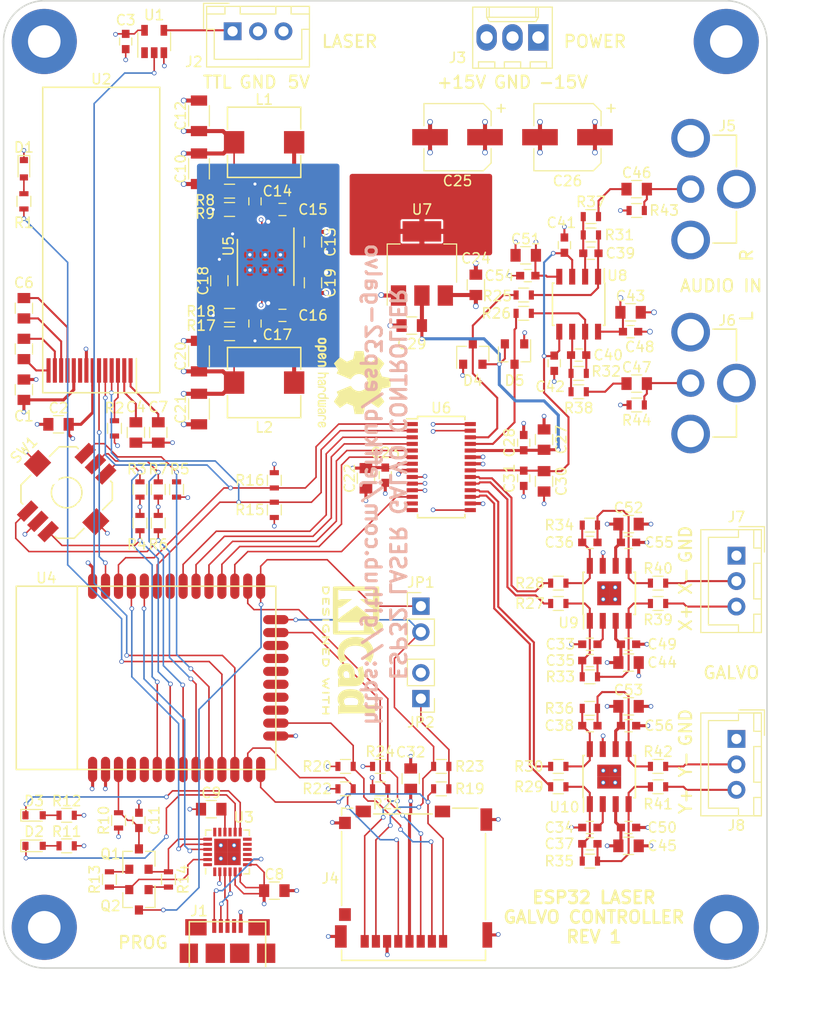
<source format=kicad_pcb>
(kicad_pcb (version 4) (host pcbnew 4.0.7)
  (layers (0 F.Cu signal) (1 In1.Cu signal hide) (2 In2.Cu signal hide) (31 B.Cu signal) (35 F.Paste user hide) (36 B.SilkS user) (37 F.SilkS user) (38 B.Mask user hide) (39 F.Mask user hide) (44 Edge.Cuts user))
  (net 0 "")
  (net 1 GNDA)
  (net 2 /RESET)
  (net 3 +3V3)
  (net 4 +5VD)
  (net 5 VCC)
  (net 6 "Net-(C9-Pad1)")
  (net 7 +5VA)
  (net 8 VEE)
  (net 9 /VCOM)
  (net 10 "Net-(C33-Pad1)")
  (net 11 "Net-(C40-Pad1)")
  (net 12 "Net-(C40-Pad2)")
  (net 13 "Net-(D1-Pad2)")
  (net 14 "Net-(D2-Pad1)")
  (net 15 "Net-(D2-Pad2)")
  (net 16 "Net-(D3-Pad2)")
  (net 17 "Net-(J1-Pad6)")
  (net 18 /SD_DAT2)
  (net 19 /SD_DAT3)
  (net 20 /SD_CMD)
  (net 21 /SD_CLK)
  (net 22 /SD_DAT0)
  (net 23 /SD_DAT1)
  (net 24 /GPIO0)
  (net 25 "Net-(JP2-Pad1)")
  (net 26 "Net-(Q2-Pad1)")
  (net 27 /RTS)
  (net 28 /DTR)
  (net 29 /SDA)
  (net 30 /SCL)
  (net 31 /TXD0)
  (net 32 /RXD0)
  (net 33 /X_P)
  (net 34 /X_N)
  (net 35 /Y_P)
  (net 36 /Y_N)
  (net 37 /VOUTR_N)
  (net 38 /VOUTR_P)
  (net 39 /VOUTL_N)
  (net 40 /VOUTL_P)
  (net 41 /VBUS)
  (net 42 /D_N)
  (net 43 /D_P)
  (net 44 "Net-(C4-Pad1)")
  (net 45 "Net-(C34-Pad1)")
  (net 46 "Net-(Q1-Pad1)")
  (net 47 /VINR)
  (net 48 /VINL)
  (net 49 /UP)
  (net 50 /RIGHT)
  (net 51 /LEFT)
  (net 52 /DOWN)
  (net 53 /SEL)
  (net 54 "Net-(C5-Pad1)")
  (net 55 "Net-(C5-Pad2)")
  (net 56 "Net-(C6-Pad1)")
  (net 57 "Net-(C6-Pad2)")
  (net 58 "Net-(C7-Pad1)")
  (net 59 "Net-(C14-Pad1)")
  (net 60 "Net-(C15-Pad2)")
  (net 61 "Net-(C15-Pad1)")
  (net 62 "Net-(C16-Pad2)")
  (net 63 "Net-(C16-Pad1)")
  (net 64 "Net-(C17-Pad2)")
  (net 65 "Net-(C18-Pad2)")
  (net 66 "Net-(C35-Pad2)")
  (net 67 "Net-(C35-Pad1)")
  (net 68 "Net-(C36-Pad2)")
  (net 69 "Net-(C36-Pad1)")
  (net 70 "Net-(C37-Pad2)")
  (net 71 "Net-(C37-Pad1)")
  (net 72 "Net-(C38-Pad2)")
  (net 73 "Net-(C38-Pad1)")
  (net 74 "Net-(C39-Pad2)")
  (net 75 "Net-(C39-Pad1)")
  (net 76 "Net-(C46-Pad1)")
  (net 77 "Net-(C46-Pad2)")
  (net 78 "Net-(C47-Pad1)")
  (net 79 "Net-(C47-Pad2)")
  (net 80 "Net-(D3-Pad1)")
  (net 81 "Net-(R2-Pad1)")
  (net 82 "Net-(R8-Pad2)")
  (net 83 "Net-(R17-Pad2)")
  (net 84 /LED)
  (net 85 /LASER)
  (net 86 /OLED_RST)
  (net 87 /I2S_RX)
  (net 88 /I2S_LRCLK)
  (net 89 /I2S_BCLK)
  (net 90 /I2S_MCLK)
  (net 91 /I2S_TX)
  (net 92 "Net-(J1-Pad4)")
  (net 93 "Net-(J4-Pad10)")
  (net 94 "Net-(U2-Pad6)")
  (net 95 "Net-(U3-Pad1)")
  (net 96 "Net-(U3-Pad9)")
  (net 97 "Net-(U3-Pad10)")
  (net 98 "Net-(U3-Pad11)")
  (net 99 "Net-(U3-Pad12)")
  (net 100 "Net-(U3-Pad15)")
  (net 101 "Net-(U3-Pad17)")
  (net 102 "Net-(U3-Pad18)")
  (net 103 "Net-(U3-Pad22)")
  (net 104 "Net-(U3-Pad24)")
  (net 105 "Net-(U4-Pad32)")
  (net 106 "Net-(U4-Pad22)")
  (net 107 "Net-(U4-Pad21)")
  (net 108 "Net-(U4-Pad20)")
  (net 109 "Net-(U4-Pad19)")
  (net 110 "Net-(U4-Pad18)")
  (net 111 "Net-(U4-Pad17)")
  (net 112 "Net-(U4-Pad5)")
  (net 113 "Net-(U4-Pad4)")
  (net 114 "Net-(U6-Pad13)")
  (net 115 "Net-(U6-Pad14)")
  (net 116 "Net-(J2-Pad1)")
  (module Symbols:KiCad-Logo2_6mm_SilkScreen (layer F.Cu) (at 169.3 103.8 270)
    (fp_text reference REF*** hide)
    (fp_text value KiCad-Logo2_6mm_SilkScreen hide)
  )
  (module footprint:UG-2832HSWEG02 (layer F.Cu) (at 144.6 63.5 270)
    (fp_text reference U2 (at -15.8 0 360) (layer F.SilkS))
    (fp_text value UG-2832HSWEG02)
    (pad 1 smd rect (at 12.81 5.18 270) (size 2.4 0.4) (layers F.Cu F.Mask) (net 54 "Net-(C5-Pad1)"))
    (pad 2 smd rect (at 12.81 4.56 270) (size 2.4 0.4) (layers F.Cu F.Mask) (net 55 "Net-(C5-Pad2)"))
    (pad 3 smd rect (at 12.81 3.94 270) (size 2.4 0.4) (layers F.Cu F.Mask) (net 56 "Net-(C6-Pad1)"))
    (pad 4 smd rect (at 12.81 3.32 270) (size 2.4 0.4) (layers F.Cu F.Mask) (net 57 "Net-(C6-Pad2)"))
    (pad 5 smd rect (at 12.81 2.7 270) (size 2.4 0.4) (layers F.Cu F.Mask) (net 3 +3V3))
    (pad 6 smd rect (at 12.81 2.08 270) (size 2.4 0.4) (layers F.Cu F.Mask) (net 94 "Net-(U2-Pad6)"))
    (pad 7 smd rect (at 12.81 1.46 270) (size 2.4 0.4) (layers F.Cu F.Mask) (net 1 GNDA))
    (pad 8 smd rect (at 12.81 0.84 270) (size 2.4 0.4) (layers F.Cu F.Mask) (net 3 +3V3))
    (pad 9 smd rect (at 12.81 0.22 270) (size 2.4 0.4) (layers F.Cu F.Mask) (net 86 /OLED_RST))
    (pad 10 smd rect (at 12.81 -0.4 270) (size 2.4 0.4) (layers F.Cu F.Mask) (net 30 /SCL))
    (pad 11 smd rect (at 12.81 -1.02 270) (size 2.4 0.4) (layers F.Cu F.Mask) (net 29 /SDA))
    (pad 12 smd rect (at 12.81 -1.64 270) (size 2.4 0.4) (layers F.Cu F.Mask) (net 81 "Net-(R2-Pad1)"))
    (pad 13 smd rect (at 12.81 -2.26 270) (size 2.4 0.4) (layers F.Cu F.Mask) (net 44 "Net-(C4-Pad1)"))
    (pad 14 smd rect (at 12.81 -2.88 270) (size 2.4 0.4) (layers F.Cu F.Mask) (net 58 "Net-(C7-Pad1)"))
  )
  (module Capacitors_SMD:C_0805 (layer F.Cu) (at 150.2 82.4 270)
    (fp_text reference C7 (at -2.5 0 360) (layer F.SilkS))
    (fp_text value 10u)
    (pad 1 smd rect (at -1 0 270) (size 1 1.25) (layers F.Cu F.Paste F.Mask) (net 58 "Net-(C7-Pad1)"))
    (pad 2 smd rect (at 1 0 270) (size 1 1.25) (layers F.Cu F.Paste F.Mask) (net 1 GNDA))
  )
  (module Mounting_Holes:MountingHole_3.2mm_M3_Pad (layer F.Cu) (at 139 131)
    (fp_text reference REF** hide)
    (fp_text value MountingHole_3.2mm_M3_Pad)
    (pad 1 thru_hole circle (at 0 0) (size 6.4 6.4) (drill 3.2) (layers *.Cu *.Mask))
  )
  (module Mounting_Holes:MountingHole_3.2mm_M3_Pad (layer F.Cu) (at 206 131)
    (fp_text reference REF** hide)
    (fp_text value MountingHole_3.2mm_M3_Pad)
    (pad 1 thru_hole circle (at 0 0) (size 6.4 6.4) (drill 3.2) (layers *.Cu *.Mask))
  )
  (module Mounting_Holes:MountingHole_3.2mm_M3_Pad (layer F.Cu) (at 206 44)
    (fp_text reference REF** hide)
    (fp_text value MountingHole_3.2mm_M3_Pad)
    (pad 1 thru_hole circle (at 0 0) (size 6.4 6.4) (drill 3.2) (layers *.Cu *.Mask))
  )
  (module Capacitors_SMD:C_0805 (layer F.Cu) (at 161.6 127.4)
    (fp_text reference C8 (at 0 -1.6) (layer F.SilkS))
    (fp_text value 10u)
    (pad 1 smd rect (at -1 0) (size 1 1.25) (layers F.Cu F.Paste F.Mask) (net 3 +3V3))
    (pad 2 smd rect (at 1 0) (size 1 1.25) (layers F.Cu F.Paste F.Mask) (net 1 GNDA))
  )
  (module footprint:503182-1853 (layer F.Cu) (at 183 133 180)
    (fp_text reference J4 (at 15.9 6.8 180) (layer F.SilkS))
    (fp_text value Micro_SD_Card_Det)
    (pad 1 smd rect (at 4.82 0.62 180) (size 0.8 1.24) (layers F.Cu F.Paste F.Mask) (net 18 /SD_DAT2))
    (pad 2 smd rect (at 5.92 0.62 180) (size 0.8 1.24) (layers F.Cu F.Paste F.Mask) (net 19 /SD_DAT3))
    (pad 3 smd rect (at 7.02 0.62 180) (size 0.8 1.24) (layers F.Cu F.Paste F.Mask) (net 20 /SD_CMD))
    (pad 4 smd rect (at 8.12 0.62 180) (size 0.8 1.24) (layers F.Cu F.Paste F.Mask) (net 3 +3V3))
    (pad 5 smd rect (at 9.22 0.62 180) (size 0.8 1.24) (layers F.Cu F.Paste F.Mask) (net 21 /SD_CLK))
    (pad 6 smd rect (at 10.32 0.62 180) (size 0.8 1.24) (layers F.Cu F.Paste F.Mask) (net 1 GNDA))
    (pad 7 smd rect (at 11.42 0.62 180) (size 0.8 1.24) (layers F.Cu F.Paste F.Mask) (net 22 /SD_DAT0))
    (pad 8 smd rect (at 12.52 0.62 180) (size 0.8 1.24) (layers F.Cu F.Paste F.Mask) (net 23 /SD_DAT1))
    (pad 11 smd rect (at 0.475 1.25 180) (size 0.95 2.5) (layers F.Cu F.Paste F.Mask) (net 1 GNDA))
    (pad 11 smd rect (at 0.575 12.58 180) (size 1.15 2.2) (layers F.Cu F.Paste F.Mask) (net 1 GNDA))
    (pad 11 smd rect (at 4.88 13.375 180) (size 1.5 1.15) (layers F.Cu F.Paste F.Mask) (net 1 GNDA))
    (pad 11 smd rect (at 12.66 13.375 180) (size 1.5 1.15) (layers F.Cu F.Paste F.Mask) (net 1 GNDA))
    (pad 11 smd rect (at 14.865 1.1 180) (size 1.15 2.2) (layers F.Cu F.Paste F.Mask) (net 1 GNDA))
    (pad 10 smd rect (at 14.46 3.25 180) (size 1.16 1.25) (layers F.Cu F.Paste F.Mask) (net 93 "Net-(J4-Pad10)"))
    (pad 9 smd rect (at 14.46 12.25 180) (size 1.16 1.2) (layers F.Cu F.Paste F.Mask) (net 1 GNDA))
  )
  (module Capacitors_SMD:C_0603 (layer F.Cu) (at 148.3 120.5 90)
    (fp_text reference C11 (at 0 1.5 90) (layer F.SilkS))
    (fp_text value 0.1u)
    (pad 2 smd rect (at 0.75 0 90) (size 0.8 0.75) (layers F.Cu F.Paste F.Mask) (net 1 GNDA))
    (pad 1 smd rect (at -0.75 0 90) (size 0.8 0.75) (layers F.Cu F.Paste F.Mask) (net 2 /RESET))
  )
  (module Capacitors_SMD:C_0805 (layer F.Cu) (at 155.4 119.4 180)
    (fp_text reference C9 (at 0 1.6 180) (layer F.SilkS))
    (fp_text value 4.7u)
    (pad 1 smd rect (at -1 0 180) (size 1 1.25) (layers F.Cu F.Paste F.Mask) (net 6 "Net-(C9-Pad1)"))
    (pad 2 smd rect (at 1 0 180) (size 1 1.25) (layers F.Cu F.Paste F.Mask) (net 1 GNDA))
  )
  (module Capacitors_SMD:C_1206 (layer F.Cu) (at 154.2 56.5 270)
    (fp_text reference C10 (at 0 1.8 270) (layer F.SilkS))
    (fp_text value 22u)
    (pad 1 smd rect (at -1.5 0 270) (size 1 1.6) (layers F.Cu F.Paste F.Mask) (net 4 +5VD))
    (pad 2 smd rect (at 1.5 0 270) (size 1 1.6) (layers F.Cu F.Paste F.Mask) (net 1 GNDA))
  )
  (module Capacitors_SMD:C_1206 (layer F.Cu) (at 154.2 51.3 90)
    (fp_text reference C12 (at 0 -1.8 90) (layer F.SilkS))
    (fp_text value 22u)
    (pad 1 smd rect (at -1.5 0 90) (size 1 1.6) (layers F.Cu F.Paste F.Mask) (net 4 +5VD))
    (pad 2 smd rect (at 1.5 0 90) (size 1 1.6) (layers F.Cu F.Paste F.Mask) (net 1 GNDA))
  )
  (module Capacitors_SMD:C_0805 (layer F.Cu) (at 165.4 63.7 270)
    (fp_text reference C13 (at 0 -1.7 270) (layer F.SilkS))
    (fp_text value 10u)
    (pad 1 smd rect (at -1 0 270) (size 1 1.25) (layers F.Cu F.Paste F.Mask) (net 5 VCC))
    (pad 2 smd rect (at 1 0 270) (size 1 1.25) (layers F.Cu F.Paste F.Mask) (net 1 GNDA))
  )
  (module Capacitors_SMD:C_0603 (layer F.Cu) (at 159.7 59.7 90)
    (fp_text reference C14 (at 1 2.2 180) (layer F.SilkS))
    (fp_text value 10n)
    (pad 2 smd rect (at 0.75 0 90) (size 0.8 0.75) (layers F.Cu F.Paste F.Mask) (net 1 GNDA))
    (pad 1 smd rect (at -0.75 0 90) (size 0.8 0.75) (layers F.Cu F.Paste F.Mask) (net 59 "Net-(C14-Pad1)"))
  )
  (module Capacitors_SMD:C_0603 (layer F.Cu) (at 162.4 60.5 180)
    (fp_text reference C15 (at -3 0 180) (layer F.SilkS))
    (fp_text value 0.1u)
    (pad 2 smd rect (at 0.75 0 180) (size 0.8 0.75) (layers F.Cu F.Paste F.Mask) (net 60 "Net-(C15-Pad2)"))
    (pad 1 smd rect (at -0.75 0 180) (size 0.8 0.75) (layers F.Cu F.Paste F.Mask) (net 61 "Net-(C15-Pad1)"))
  )
  (module Capacitors_SMD:C_0603 (layer F.Cu) (at 162.4 70.9 180)
    (fp_text reference C16 (at -3 0 180) (layer F.SilkS))
    (fp_text value 0.1u)
    (pad 2 smd rect (at 0.75 0 180) (size 0.8 0.75) (layers F.Cu F.Paste F.Mask) (net 62 "Net-(C16-Pad2)"))
    (pad 1 smd rect (at -0.75 0 180) (size 0.8 0.75) (layers F.Cu F.Paste F.Mask) (net 63 "Net-(C16-Pad1)"))
  )
  (module Capacitors_SMD:C_0603 (layer F.Cu) (at 159.7 71.7 90)
    (fp_text reference C17 (at -1.1 2.2 180) (layer F.SilkS))
    (fp_text value 10n)
    (pad 2 smd rect (at 0.75 0 90) (size 0.8 0.75) (layers F.Cu F.Paste F.Mask) (net 64 "Net-(C17-Pad2)"))
    (pad 1 smd rect (at -0.75 0 90) (size 0.8 0.75) (layers F.Cu F.Paste F.Mask) (net 1 GNDA))
  )
  (module Capacitors_SMD:C_0805 (layer F.Cu) (at 156.2 67.5 270)
    (fp_text reference C18 (at 0 1.6 270) (layer F.SilkS))
    (fp_text value 1u)
    (pad 1 smd rect (at -1 0 270) (size 1 1.25) (layers F.Cu F.Paste F.Mask) (net 1 GNDA))
    (pad 2 smd rect (at 1 0 270) (size 1 1.25) (layers F.Cu F.Paste F.Mask) (net 65 "Net-(C18-Pad2)"))
  )
  (module Capacitors_SMD:C_0805 (layer F.Cu) (at 165.4 67.7 90)
    (fp_text reference C19 (at 0 1.7 90) (layer F.SilkS))
    (fp_text value 10u)
    (pad 1 smd rect (at -1 0 90) (size 1 1.25) (layers F.Cu F.Paste F.Mask) (net 5 VCC))
    (pad 2 smd rect (at 1 0 90) (size 1 1.25) (layers F.Cu F.Paste F.Mask) (net 1 GNDA))
  )
  (module Capacitors_SMD:C_1206 (layer F.Cu) (at 154.2 74.9 90)
    (fp_text reference C20 (at 0 -1.8 90) (layer F.SilkS))
    (fp_text value 22u)
    (pad 1 smd rect (at -1.5 0 90) (size 1 1.6) (layers F.Cu F.Paste F.Mask) (net 3 +3V3))
    (pad 2 smd rect (at 1.5 0 90) (size 1 1.6) (layers F.Cu F.Paste F.Mask) (net 1 GNDA))
  )
  (module Capacitors_SMD:C_1206 (layer F.Cu) (at 154.2 80.1 270)
    (fp_text reference C21 (at 0 1.8 270) (layer F.SilkS))
    (fp_text value 22u)
    (pad 1 smd rect (at -1.5 0 270) (size 1 1.6) (layers F.Cu F.Paste F.Mask) (net 3 +3V3))
    (pad 2 smd rect (at 1.5 0 270) (size 1 1.6) (layers F.Cu F.Paste F.Mask) (net 1 GNDA))
  )
  (module Capacitors_SMD:C_0805 (layer F.Cu) (at 170.6 86.9 270)
    (fp_text reference C22 (at 0 1.6 450) (layer F.SilkS))
    (fp_text value 10u)
    (pad 1 smd rect (at -1 0 270) (size 1 1.25) (layers F.Cu F.Paste F.Mask) (net 3 +3V3))
    (pad 2 smd rect (at 1 0 270) (size 1 1.25) (layers F.Cu F.Paste F.Mask) (net 1 GNDA))
  )
  (module Capacitors_SMD:C_0603 (layer F.Cu) (at 172.5 86.6 270)
    (fp_text reference C23 (at -2.2 0 360) (layer F.SilkS))
    (fp_text value 0.1u)
    (pad 2 smd rect (at 0.75 0 270) (size 0.8 0.75) (layers F.Cu F.Paste F.Mask) (net 1 GNDA))
    (pad 1 smd rect (at -0.75 0 270) (size 0.8 0.75) (layers F.Cu F.Paste F.Mask) (net 3 +3V3))
  )
  (module Capacitors_SMD:C_0805 (layer F.Cu) (at 188.1 83.1 90)
    (fp_text reference C27 (at 0 1.7 270) (layer F.SilkS))
    (fp_text value 10u)
    (pad 1 smd rect (at -1 0 90) (size 1 1.25) (layers F.Cu F.Paste F.Mask) (net 7 +5VA))
    (pad 2 smd rect (at 1 0 90) (size 1 1.25) (layers F.Cu F.Paste F.Mask) (net 1 GNDA))
  )
  (module Capacitors_SMD:C_0805 (layer F.Cu) (at 181.4 67.9 90)
    (fp_text reference C24 (at 2.6 0 180) (layer F.SilkS))
    (fp_text value 10u)
    (pad 1 smd rect (at -1 0 90) (size 1 1.25) (layers F.Cu F.Paste F.Mask) (net 5 VCC))
    (pad 2 smd rect (at 1 0 90) (size 1 1.25) (layers F.Cu F.Paste F.Mask) (net 1 GNDA))
  )
  (module Capacitors_SMD:CP_Elec_6.3x7.7 (layer F.Cu) (at 179.6 53.4 180)
    (fp_text reference C25 (at 0 -4.3 180) (layer F.SilkS))
    (fp_text value 100u)
    (fp_text user + (at -4.28 2.91 180) (layer F.SilkS))
    (pad 1 smd rect (at -2.7 0) (size 3.5 1.6) (layers F.Cu F.Paste F.Mask) (net 5 VCC))
    (pad 2 smd rect (at 2.7 0) (size 3.5 1.6) (layers F.Cu F.Paste F.Mask) (net 1 GNDA))
  )
  (module Capacitors_SMD:C_0603 (layer F.Cu) (at 186.1 83.4 90)
    (fp_text reference C28 (at 0 -1.4 90) (layer F.SilkS))
    (fp_text value 0.1u)
    (pad 2 smd rect (at 0.75 0 90) (size 0.8 0.75) (layers F.Cu F.Paste F.Mask) (net 1 GNDA))
    (pad 1 smd rect (at -0.75 0 90) (size 0.8 0.75) (layers F.Cu F.Paste F.Mask) (net 7 +5VA))
  )
  (module Capacitors_SMD:CP_Elec_6.3x7.7 (layer F.Cu) (at 190.4 53.4 180)
    (fp_text reference C26 (at 0 -4.3 180) (layer F.SilkS))
    (fp_text value 100u)
    (fp_text user + (at -4.28 2.91 180) (layer F.SilkS))
    (pad 1 smd rect (at -2.7 0) (size 3.5 1.6) (layers F.Cu F.Paste F.Mask) (net 1 GNDA))
    (pad 2 smd rect (at 2.7 0) (size 3.5 1.6) (layers F.Cu F.Paste F.Mask) (net 8 VEE))
  )
  (module Capacitors_SMD:C_0805 (layer F.Cu) (at 175.1 71.9 180)
    (fp_text reference C29 (at 0 -1.8 180) (layer F.SilkS))
    (fp_text value 10u)
    (pad 1 smd rect (at -1 0 180) (size 1 1.25) (layers F.Cu F.Paste F.Mask) (net 7 +5VA))
    (pad 2 smd rect (at 1 0 180) (size 1 1.25) (layers F.Cu F.Paste F.Mask) (net 1 GNDA))
  )
  (module Capacitors_SMD:C_0805 (layer F.Cu) (at 188.1 87.2 90)
    (fp_text reference C30 (at 0 1.7 90) (layer F.SilkS))
    (fp_text value 10u)
    (pad 1 smd rect (at -1 0 90) (size 1 1.25) (layers F.Cu F.Paste F.Mask) (net 1 GNDA))
    (pad 2 smd rect (at 1 0 90) (size 1 1.25) (layers F.Cu F.Paste F.Mask) (net 9 /VCOM))
  )
  (module Capacitors_SMD:C_0603 (layer F.Cu) (at 186.1 86.9 90)
    (fp_text reference C31 (at 0 -1.4 90) (layer F.SilkS))
    (fp_text value 0.1u)
    (pad 2 smd rect (at 0.75 0 90) (size 0.8 0.75) (layers F.Cu F.Paste F.Mask) (net 9 /VCOM))
    (pad 1 smd rect (at -0.75 0 90) (size 0.8 0.75) (layers F.Cu F.Paste F.Mask) (net 1 GNDA))
  )
  (module Capacitors_SMD:C_0805 (layer F.Cu) (at 175 116.4 90)
    (fp_text reference C32 (at 2.6 0 360) (layer F.SilkS))
    (fp_text value 10u)
    (pad 1 smd rect (at -1 0 90) (size 1 1.25) (layers F.Cu F.Paste F.Mask) (net 3 +3V3))
    (pad 2 smd rect (at 1 0 90) (size 1 1.25) (layers F.Cu F.Paste F.Mask) (net 1 GNDA))
  )
  (module Capacitors_SMD:C_0603 (layer F.Cu) (at 192.6 103.2 180)
    (fp_text reference C33 (at 2.9 0 180) (layer F.SilkS))
    (fp_text value 0.1u)
    (pad 2 smd rect (at 0.75 0 180) (size 0.8 0.75) (layers F.Cu F.Paste F.Mask) (net 1 GNDA))
    (pad 1 smd rect (at -0.75 0 180) (size 0.8 0.75) (layers F.Cu F.Paste F.Mask) (net 10 "Net-(C33-Pad1)"))
  )
  (module Capacitors_SMD:C_0603 (layer F.Cu) (at 192.6 121.2 180)
    (fp_text reference C34 (at 3 0 180) (layer F.SilkS))
    (fp_text value 0.1u)
    (pad 2 smd rect (at 0.75 0 180) (size 0.8 0.75) (layers F.Cu F.Paste F.Mask) (net 1 GNDA))
    (pad 1 smd rect (at -0.75 0 180) (size 0.8 0.75) (layers F.Cu F.Paste F.Mask) (net 45 "Net-(C34-Pad1)"))
  )
  (module Capacitors_SMD:C_0603 (layer F.Cu) (at 192.6 104.8 180)
    (fp_text reference C35 (at 2.9 0 180) (layer F.SilkS))
    (fp_text value 330p)
    (pad 2 smd rect (at 0.75 0 180) (size 0.8 0.75) (layers F.Cu F.Paste F.Mask) (net 66 "Net-(C35-Pad2)"))
    (pad 1 smd rect (at -0.75 0 180) (size 0.8 0.75) (layers F.Cu F.Paste F.Mask) (net 67 "Net-(C35-Pad1)"))
  )
  (module Capacitors_SMD:C_0603 (layer F.Cu) (at 192.6 93.2 180)
    (fp_text reference C36 (at 3 0 180) (layer F.SilkS))
    (fp_text value 330p)
    (pad 2 smd rect (at 0.75 0 180) (size 0.8 0.75) (layers F.Cu F.Paste F.Mask) (net 68 "Net-(C36-Pad2)"))
    (pad 1 smd rect (at -0.75 0 180) (size 0.8 0.75) (layers F.Cu F.Paste F.Mask) (net 69 "Net-(C36-Pad1)"))
  )
  (module Capacitors_SMD:C_0603 (layer F.Cu) (at 192.6 122.8 180)
    (fp_text reference C37 (at 3 0 180) (layer F.SilkS))
    (fp_text value 330p)
    (pad 2 smd rect (at 0.75 0 180) (size 0.8 0.75) (layers F.Cu F.Paste F.Mask) (net 70 "Net-(C37-Pad2)"))
    (pad 1 smd rect (at -0.75 0 180) (size 0.8 0.75) (layers F.Cu F.Paste F.Mask) (net 71 "Net-(C37-Pad1)"))
  )
  (module Capacitors_SMD:C_0603 (layer F.Cu) (at 192.6 111.2 180)
    (fp_text reference C38 (at 3 0 180) (layer F.SilkS))
    (fp_text value 330p)
    (pad 2 smd rect (at 0.75 0 180) (size 0.8 0.75) (layers F.Cu F.Paste F.Mask) (net 72 "Net-(C38-Pad2)"))
    (pad 1 smd rect (at -0.75 0 180) (size 0.8 0.75) (layers F.Cu F.Paste F.Mask) (net 73 "Net-(C38-Pad1)"))
  )
  (module Capacitors_SMD:C_0603 (layer F.Cu) (at 192.7 64.8)
    (fp_text reference C39 (at 2.9 0) (layer F.SilkS))
    (fp_text value 330p)
    (pad 2 smd rect (at 0.75 0) (size 0.8 0.75) (layers F.Cu F.Paste F.Mask) (net 74 "Net-(C39-Pad2)"))
    (pad 1 smd rect (at -0.75 0) (size 0.8 0.75) (layers F.Cu F.Paste F.Mask) (net 75 "Net-(C39-Pad1)"))
  )
  (module Capacitors_SMD:C_0603 (layer F.Cu) (at 191.5 74.8)
    (fp_text reference C40 (at 2.9 0) (layer F.SilkS))
    (fp_text value 330p)
    (pad 2 smd rect (at 0.75 0) (size 0.8 0.75) (layers F.Cu F.Paste F.Mask) (net 12 "Net-(C40-Pad2)"))
    (pad 1 smd rect (at -0.75 0) (size 0.8 0.75) (layers F.Cu F.Paste F.Mask) (net 11 "Net-(C40-Pad1)"))
  )
  (module Capacitors_SMD:C_0603 (layer F.Cu) (at 190.1 64 90)
    (fp_text reference C41 (at 2.2 -0.3 180) (layer F.SilkS))
    (fp_text value 0.1u)
    (pad 2 smd rect (at 0.75 0 90) (size 0.8 0.75) (layers F.Cu F.Paste F.Mask) (net 1 GNDA))
    (pad 1 smd rect (at -0.75 0 90) (size 0.8 0.75) (layers F.Cu F.Paste F.Mask) (net 9 /VCOM))
  )
  (module Capacitors_SMD:C_0603 (layer F.Cu) (at 189.1 75.6 270)
    (fp_text reference C42 (at 2.3 0.4 360) (layer F.SilkS))
    (fp_text value 0.1u)
    (pad 2 smd rect (at 0.75 0 270) (size 0.8 0.75) (layers F.Cu F.Paste F.Mask) (net 1 GNDA))
    (pad 1 smd rect (at -0.75 0 270) (size 0.8 0.75) (layers F.Cu F.Paste F.Mask) (net 9 /VCOM))
  )
  (module Capacitors_SMD:C_0805 (layer F.Cu) (at 196.6 70.6)
    (fp_text reference C43 (at 0 -1.6) (layer F.SilkS))
    (fp_text value 10u)
    (pad 1 smd rect (at -1 0) (size 1 1.25) (layers F.Cu F.Paste F.Mask) (net 5 VCC))
    (pad 2 smd rect (at 1 0) (size 1 1.25) (layers F.Cu F.Paste F.Mask) (net 1 GNDA))
  )
  (module Capacitors_SMD:C_0805 (layer F.Cu) (at 196.4 105)
    (fp_text reference C44 (at 3.3 0) (layer F.SilkS))
    (fp_text value 10u)
    (pad 1 smd rect (at -1 0) (size 1 1.25) (layers F.Cu F.Paste F.Mask) (net 5 VCC))
    (pad 2 smd rect (at 1 0) (size 1 1.25) (layers F.Cu F.Paste F.Mask) (net 1 GNDA))
  )
  (module Capacitors_SMD:C_0805 (layer F.Cu) (at 196.4 123)
    (fp_text reference C45 (at 3.3 0) (layer F.SilkS))
    (fp_text value 10u)
    (pad 1 smd rect (at -1 0) (size 1 1.25) (layers F.Cu F.Paste F.Mask) (net 5 VCC))
    (pad 2 smd rect (at 1 0) (size 1 1.25) (layers F.Cu F.Paste F.Mask) (net 1 GNDA))
  )
  (module Capacitors_SMD:C_0805 (layer F.Cu) (at 197.2 58.5 180)
    (fp_text reference C46 (at 0 1.6 180) (layer F.SilkS))
    (fp_text value 10u)
    (pad 1 smd rect (at -1 0 180) (size 1 1.25) (layers F.Cu F.Paste F.Mask) (net 76 "Net-(C46-Pad1)"))
    (pad 2 smd rect (at 1 0 180) (size 1 1.25) (layers F.Cu F.Paste F.Mask) (net 77 "Net-(C46-Pad2)"))
  )
  (module Capacitors_SMD:C_0805 (layer F.Cu) (at 197.2 77.6 180)
    (fp_text reference C47 (at 0 1.6 180) (layer F.SilkS))
    (fp_text value 10u)
    (pad 1 smd rect (at -1 0 180) (size 1 1.25) (layers F.Cu F.Paste F.Mask) (net 78 "Net-(C47-Pad1)"))
    (pad 2 smd rect (at 1 0 180) (size 1 1.25) (layers F.Cu F.Paste F.Mask) (net 79 "Net-(C47-Pad2)"))
  )
  (module Capacitors_SMD:C_0603 (layer F.Cu) (at 196.6 72.5)
    (fp_text reference C48 (at 0.9 1.5) (layer F.SilkS))
    (fp_text value 0.1u)
    (pad 2 smd rect (at 0.75 0) (size 0.8 0.75) (layers F.Cu F.Paste F.Mask) (net 1 GNDA))
    (pad 1 smd rect (at -0.75 0) (size 0.8 0.75) (layers F.Cu F.Paste F.Mask) (net 5 VCC))
  )
  (module Capacitors_SMD:C_0603 (layer F.Cu) (at 196.4 103.2)
    (fp_text reference C49 (at 3.3 0) (layer F.SilkS))
    (fp_text value 0.1u)
    (pad 2 smd rect (at 0.75 0) (size 0.8 0.75) (layers F.Cu F.Paste F.Mask) (net 1 GNDA))
    (pad 1 smd rect (at -0.75 0) (size 0.8 0.75) (layers F.Cu F.Paste F.Mask) (net 5 VCC))
  )
  (module Capacitors_SMD:C_0603 (layer F.Cu) (at 196.4 121.2)
    (fp_text reference C50 (at 3.3 0) (layer F.SilkS))
    (fp_text value 0.1u)
    (pad 2 smd rect (at 0.75 0) (size 0.8 0.75) (layers F.Cu F.Paste F.Mask) (net 1 GNDA))
    (pad 1 smd rect (at -0.75 0) (size 0.8 0.75) (layers F.Cu F.Paste F.Mask) (net 5 VCC))
  )
  (module Capacitors_SMD:C_0805 (layer F.Cu) (at 186.3 65 180)
    (fp_text reference C51 (at 0 1.6 180) (layer F.SilkS))
    (fp_text value 10u)
    (pad 1 smd rect (at -1 0 180) (size 1 1.25) (layers F.Cu F.Paste F.Mask) (net 8 VEE))
    (pad 2 smd rect (at 1 0 180) (size 1 1.25) (layers F.Cu F.Paste F.Mask) (net 1 GNDA))
  )
  (module Capacitors_SMD:C_0805 (layer F.Cu) (at 196.4 91.4)
    (fp_text reference C52 (at 0 -1.6) (layer F.SilkS))
    (fp_text value 10u)
    (pad 1 smd rect (at -1 0) (size 1 1.25) (layers F.Cu F.Paste F.Mask) (net 8 VEE))
    (pad 2 smd rect (at 1 0) (size 1 1.25) (layers F.Cu F.Paste F.Mask) (net 1 GNDA))
  )
  (module Capacitors_SMD:C_0805 (layer F.Cu) (at 196.4 109.3)
    (fp_text reference C53 (at 0 -1.6) (layer F.SilkS))
    (fp_text value 10u)
    (pad 1 smd rect (at -1 0) (size 1 1.25) (layers F.Cu F.Paste F.Mask) (net 8 VEE))
    (pad 2 smd rect (at 1 0) (size 1 1.25) (layers F.Cu F.Paste F.Mask) (net 1 GNDA))
  )
  (module Capacitors_SMD:C_0603 (layer F.Cu) (at 186.5 67 180)
    (fp_text reference C54 (at 2.8 0 180) (layer F.SilkS))
    (fp_text value 0.1u)
    (pad 2 smd rect (at 0.75 0 180) (size 0.8 0.75) (layers F.Cu F.Paste F.Mask) (net 1 GNDA))
    (pad 1 smd rect (at -0.75 0 180) (size 0.8 0.75) (layers F.Cu F.Paste F.Mask) (net 8 VEE))
  )
  (module Capacitors_SMD:C_0603 (layer F.Cu) (at 196.4 93.2)
    (fp_text reference C55 (at 3 0 180) (layer F.SilkS))
    (fp_text value 0.1u)
    (pad 2 smd rect (at 0.75 0) (size 0.8 0.75) (layers F.Cu F.Paste F.Mask) (net 1 GNDA))
    (pad 1 smd rect (at -0.75 0) (size 0.8 0.75) (layers F.Cu F.Paste F.Mask) (net 8 VEE))
  )
  (module Capacitors_SMD:C_0603 (layer F.Cu) (at 196.4 111.2)
    (fp_text reference C56 (at 3 0 180) (layer F.SilkS))
    (fp_text value 0.1u)
    (pad 2 smd rect (at 0.75 0) (size 0.8 0.75) (layers F.Cu F.Paste F.Mask) (net 1 GNDA))
    (pad 1 smd rect (at -0.75 0) (size 0.8 0.75) (layers F.Cu F.Paste F.Mask) (net 8 VEE))
  )
  (module Diodes_SMD:D_0603 (layer F.Cu) (at 138 123)
    (fp_text reference D2 (at 0 -1.4) (layer F.SilkS))
    (fp_text value RED)
    (pad 1 smd rect (at -0.85 0) (size 0.6 0.8) (layers F.Cu F.Paste F.Mask) (net 14 "Net-(D2-Pad1)"))
    (pad 2 smd rect (at 0.85 0) (size 0.6 0.8) (layers F.Cu F.Paste F.Mask) (net 15 "Net-(D2-Pad2)"))
  )
  (module Diodes_SMD:D_0603 (layer F.Cu) (at 138 120)
    (fp_text reference D3 (at 0 -1.4) (layer F.SilkS))
    (fp_text value GRN)
    (pad 1 smd rect (at -0.85 0) (size 0.6 0.8) (layers F.Cu F.Paste F.Mask) (net 80 "Net-(D3-Pad1)"))
    (pad 2 smd rect (at 0.85 0) (size 0.6 0.8) (layers F.Cu F.Paste F.Mask) (net 16 "Net-(D3-Pad2)"))
  )
  (module Diodes_SMD:D_0603 (layer F.Cu) (at 137 56.5 270)
    (fp_text reference D1 (at -2.1 0 360) (layer F.SilkS))
    (fp_text value ORG)
    (pad 1 smd rect (at -0.85 0 270) (size 0.6 0.8) (layers F.Cu F.Paste F.Mask) (net 1 GNDA))
    (pad 2 smd rect (at 0.85 0 270) (size 0.6 0.8) (layers F.Cu F.Paste F.Mask) (net 13 "Net-(D1-Pad2)"))
  )
  (module TO_SOT_Packages_SMD:SOT-23 (layer F.Cu) (at 181.1 74.7 90)
    (fp_text reference D4 (at -2.6 0 180) (layer F.SilkS))
    (fp_text value BAT54S)
    (pad 1 smd rect (at -1 -0.95 90) (size 0.9 0.8) (layers F.Cu F.Paste F.Mask) (net 1 GNDA))
    (pad 2 smd rect (at -1 0.95 90) (size 0.9 0.8) (layers F.Cu F.Paste F.Mask) (net 7 +5VA))
    (pad 3 smd rect (at 1 0 90) (size 0.9 0.8) (layers F.Cu F.Paste F.Mask) (net 47 /VINR))
  )
  (module TO_SOT_Packages_SMD:SOT-23 (layer F.Cu) (at 185.2 74.7 270)
    (fp_text reference D5 (at 2.6 0 360) (layer F.SilkS))
    (fp_text value BAT54S)
    (pad 1 smd rect (at -1 -0.95 270) (size 0.9 0.8) (layers F.Cu F.Paste F.Mask) (net 1 GNDA))
    (pad 2 smd rect (at -1 0.95 270) (size 0.9 0.8) (layers F.Cu F.Paste F.Mask) (net 7 +5VA))
    (pad 3 smd rect (at 1 0 270) (size 0.9 0.8) (layers F.Cu F.Paste F.Mask) (net 48 /VINL))
  )
  (module footprint:10118192 (layer F.Cu) (at 157 135)
    (fp_text reference J1 (at -2.8 -5.6) (layer F.SilkS))
    (fp_text value USB_OTG hide)
    (pad 1 smd rect (at -1.3 -4.125) (size 0.4 1.35) (layers F.Cu F.Paste F.Mask) (net 41 /VBUS))
    (pad 2 smd rect (at -0.65 -4.125) (size 0.4 1.35) (layers F.Cu F.Paste F.Mask) (net 42 /D_N))
    (pad 3 smd rect (at 0 -4.125) (size 0.4 1.35) (layers F.Cu F.Paste F.Mask) (net 43 /D_P))
    (pad 4 smd rect (at 0.65 -4.125) (size 0.4 1.35) (layers F.Cu F.Paste F.Mask) (net 92 "Net-(J1-Pad4)"))
    (pad 5 smd rect (at 1.3 -4.125) (size 0.4 1.35) (layers F.Cu F.Paste F.Mask) (net 1 GNDA))
    (pad 6 smd rect (at -3.1 -4) (size 2.1 1.6) (layers F.Cu F.Paste F.Mask) (net 17 "Net-(J1-Pad6)"))
    (pad 6 smd rect (at 3.1 -4) (size 2.1 1.6) (layers F.Cu F.Paste F.Mask) (net 17 "Net-(J1-Pad6)"))
    (pad 6 smd rect (at -3.8 -1.45) (size 1.8 1.9) (layers F.Cu F.Paste F.Mask) (net 17 "Net-(J1-Pad6)"))
    (pad 6 smd rect (at 3.8 -1.45) (size 1.8 1.9) (layers F.Cu F.Paste F.Mask) (net 17 "Net-(J1-Pad6)"))
    (pad 6 smd rect (at -1.2 -1.45) (size 1.9 1.9) (layers F.Cu F.Paste F.Mask) (net 17 "Net-(J1-Pad6)"))
    (pad 6 smd rect (at 1.2 -1.45) (size 1.9 1.9) (layers F.Cu F.Paste F.Mask) (net 17 "Net-(J1-Pad6)"))
  )
  (module Connectors_JST:JST_XH_B03B-XH-A_03x2.50mm_Straight (layer F.Cu) (at 157.5 43)
    (fp_text reference J2 (at -3.8 3) (layer F.SilkS))
    (fp_text value Conn_01x03)
    (pad 1 thru_hole rect (at 0 0) (size 1.75 1.75) (drill 1) (layers *.Cu *.Mask) (net 116 "Net-(J2-Pad1)"))
    (pad 2 thru_hole circle (at 2.5 0) (size 1.75 1.75) (drill 1) (layers *.Cu *.Mask) (net 1 GNDA))
    (pad 3 thru_hole circle (at 5 0) (size 1.75 1.75) (drill 1) (layers *.Cu *.Mask) (net 4 +5VD))
  )
  (module footprint:RCJ-01x (layer F.Cu) (at 202.5 58.5 270)
    (fp_text reference J5 (at -6.2 -3.6 360) (layer F.SilkS))
    (fp_text value Red)
    (pad 1 thru_hole circle (at 0 0 270) (size 2.7 2.7) (drill 1.7) (layers *.Cu *.Mask) (net 76 "Net-(C46-Pad1)"))
    (pad 2 thru_hole circle (at -5 0 270) (size 3.8 3.8) (drill 2.6) (layers *.Cu *.Mask) (net 1 GNDA))
    (pad 2 thru_hole circle (at 0 -4.5 270) (size 3.8 3.8) (drill 2.6) (layers *.Cu *.Mask) (net 1 GNDA))
    (pad 2 thru_hole circle (at 5 0 270) (size 3.8 3.8) (drill 2.6) (layers *.Cu *.Mask) (net 1 GNDA))
  )
  (module footprint:RCJ-01x (layer F.Cu) (at 202.5 77.55 270)
    (fp_text reference J6 (at -6.15 -3.6 360) (layer F.SilkS))
    (fp_text value White)
    (pad 1 thru_hole circle (at 0 0 270) (size 2.7 2.7) (drill 1.7) (layers *.Cu *.Mask) (net 78 "Net-(C47-Pad1)"))
    (pad 2 thru_hole circle (at -5 0 270) (size 3.8 3.8) (drill 2.6) (layers *.Cu *.Mask) (net 1 GNDA))
    (pad 2 thru_hole circle (at 0 -4.5 270) (size 3.8 3.8) (drill 2.6) (layers *.Cu *.Mask) (net 1 GNDA))
    (pad 2 thru_hole circle (at 5 0 270) (size 3.8 3.8) (drill 2.6) (layers *.Cu *.Mask) (net 1 GNDA))
  )
  (module Connectors_JST:JST_XH_B03B-XH-A_03x2.50mm_Straight (layer F.Cu) (at 207 94.5 270)
    (fp_text reference J7 (at -3.8 0 360) (layer F.SilkS))
    (fp_text value Conn_01x03)
    (pad 1 thru_hole rect (at 0 0 270) (size 1.75 1.75) (drill 1) (layers *.Cu *.Mask) (net 1 GNDA))
    (pad 2 thru_hole circle (at 2.5 0 270) (size 1.75 1.75) (drill 1) (layers *.Cu *.Mask) (net 34 /X_N))
    (pad 3 thru_hole circle (at 5 0 270) (size 1.75 1.75) (drill 1) (layers *.Cu *.Mask) (net 33 /X_P))
  )
  (module Connectors_JST:JST_XH_B03B-XH-A_03x2.50mm_Straight (layer F.Cu) (at 207 112.5 270)
    (fp_text reference J8 (at 8.5 0 360) (layer F.SilkS))
    (fp_text value Conn_01x03)
    (pad 1 thru_hole rect (at 0 0 270) (size 1.75 1.75) (drill 1) (layers *.Cu *.Mask) (net 1 GNDA))
    (pad 2 thru_hole circle (at 2.5 0 270) (size 1.75 1.75) (drill 1) (layers *.Cu *.Mask) (net 36 /Y_N))
    (pad 3 thru_hole circle (at 5 0 270) (size 1.75 1.75) (drill 1) (layers *.Cu *.Mask) (net 35 /Y_P))
  )
  (module Pin_Headers:Pin_Header_Straight_1x02_Pitch2.54mm (layer F.Cu) (at 176 99.46)
    (fp_text reference JP1 (at 0 -2.33) (layer F.SilkS))
    (fp_text value Jumper_NO_Small)
    (pad 1 thru_hole rect (at 0 0) (size 1.7 1.7) (drill 1) (layers *.Cu *.Mask) (net 24 /GPIO0))
    (pad 2 thru_hole oval (at 0 2.54) (size 1.7 1.7) (drill 1) (layers *.Cu *.Mask) (net 22 /SD_DAT0))
  )
  (module Pin_Headers:Pin_Header_Straight_1x02_Pitch2.54mm (layer F.Cu) (at 176 108.54 180)
    (fp_text reference JP2 (at 0 -2.33 180) (layer F.SilkS))
    (fp_text value Jumper_NO_Small)
    (pad 1 thru_hole rect (at 0 0 180) (size 1.7 1.7) (drill 1) (layers *.Cu *.Mask) (net 25 "Net-(JP2-Pad1)"))
    (pad 2 thru_hole oval (at 0 2.54 180) (size 1.7 1.7) (drill 1) (layers *.Cu *.Mask) (net 3 +3V3))
  )
  (module footprint:CLF7045-D (layer F.Cu) (at 160.6 53.9 180)
    (fp_text reference L1 (at 0 4.2 180) (layer F.SilkS))
    (fp_text value 3.3u)
    (pad 1 smd rect (at -2.95 0 180) (size 2 2.2) (layers F.Cu F.Paste F.Mask) (net 60 "Net-(C15-Pad2)"))
    (pad 2 smd rect (at 2.95 0 180) (size 2 2.2) (layers F.Cu F.Paste F.Mask) (net 4 +5VD))
  )
  (module footprint:CLF7045-D (layer F.Cu) (at 160.6 77.5)
    (fp_text reference L2 (at 0 4.4) (layer F.SilkS))
    (fp_text value 2.2u)
    (pad 1 smd rect (at -2.95 0) (size 2 2.2) (layers F.Cu F.Paste F.Mask) (net 3 +3V3))
    (pad 2 smd rect (at 2.95 0) (size 2 2.2) (layers F.Cu F.Paste F.Mask) (net 62 "Net-(C16-Pad2)"))
  )
  (module TO_SOT_Packages_SMD:SOT-23 (layer F.Cu) (at 148.3 124.3 90)
    (fp_text reference Q1 (at 0.5 -2.8 180) (layer F.SilkS))
    (fp_text value MMBT2222)
    (pad 1 smd rect (at -1 -0.95 90) (size 0.9 0.8) (layers F.Cu F.Paste F.Mask) (net 46 "Net-(Q1-Pad1)"))
    (pad 2 smd rect (at -1 0.95 90) (size 0.9 0.8) (layers F.Cu F.Paste F.Mask) (net 27 /RTS))
    (pad 3 smd rect (at 1 0 90) (size 0.9 0.8) (layers F.Cu F.Paste F.Mask) (net 2 /RESET))
  )
  (module TO_SOT_Packages_SMD:SOT-23 (layer F.Cu) (at 148.3 128.3 270)
    (fp_text reference Q2 (at 0.6 2.8 360) (layer F.SilkS))
    (fp_text value MMBT2222)
    (pad 1 smd rect (at -1 -0.95 270) (size 0.9 0.8) (layers F.Cu F.Paste F.Mask) (net 26 "Net-(Q2-Pad1)"))
    (pad 2 smd rect (at -1 0.95 270) (size 0.9 0.8) (layers F.Cu F.Paste F.Mask) (net 28 /DTR))
    (pad 3 smd rect (at 1 0 270) (size 0.9 0.8) (layers F.Cu F.Paste F.Mask) (net 24 /GPIO0))
  )
  (module Resistors_SMD:R_0603 (layer F.Cu) (at 146.3 120.5 90)
    (fp_text reference R10 (at 0 -1.45 90) (layer F.SilkS))
    (fp_text value 10k)
    (pad 1 smd rect (at -0.75 0 90) (size 0.5 0.9) (layers F.Cu F.Paste F.Mask) (net 3 +3V3))
    (pad 2 smd rect (at 0.75 0 90) (size 0.5 0.9) (layers F.Cu F.Paste F.Mask) (net 2 /RESET))
  )
  (module Resistors_SMD:R_0603 (layer F.Cu) (at 157.2 58.7)
    (fp_text reference R8 (at -2.4 0.9) (layer F.SilkS))
    (fp_text value 124k)
    (pad 1 smd rect (at -0.75 0) (size 0.5 0.9) (layers F.Cu F.Paste F.Mask) (net 4 +5VD))
    (pad 2 smd rect (at 0.75 0) (size 0.5 0.9) (layers F.Cu F.Paste F.Mask) (net 82 "Net-(R8-Pad2)"))
  )
  (module Resistors_SMD:R_0603 (layer F.Cu) (at 157.2 60.5 180)
    (fp_text reference R9 (at 2.4 -0.4 180) (layer F.SilkS))
    (fp_text value 22.1k)
    (pad 1 smd rect (at -0.75 0 180) (size 0.5 0.9) (layers F.Cu F.Paste F.Mask) (net 82 "Net-(R8-Pad2)"))
    (pad 2 smd rect (at 0.75 0 180) (size 0.5 0.9) (layers F.Cu F.Paste F.Mask) (net 1 GNDA))
  )
  (module Resistors_SMD:R_0603 (layer F.Cu) (at 141.2 123 180)
    (fp_text reference R11 (at 0 1.4 180) (layer F.SilkS))
    (fp_text value 1k)
    (pad 1 smd rect (at -0.75 0 180) (size 0.5 0.9) (layers F.Cu F.Paste F.Mask) (net 3 +3V3))
    (pad 2 smd rect (at 0.75 0 180) (size 0.5 0.9) (layers F.Cu F.Paste F.Mask) (net 15 "Net-(D2-Pad2)"))
  )
  (module Resistors_SMD:R_0603 (layer F.Cu) (at 161.6 90 90)
    (fp_text reference R15 (at 0 -2.4 180) (layer F.SilkS))
    (fp_text value 10k)
    (pad 1 smd rect (at -0.75 0 90) (size 0.5 0.9) (layers F.Cu F.Paste F.Mask) (net 3 +3V3))
    (pad 2 smd rect (at 0.75 0 90) (size 0.5 0.9) (layers F.Cu F.Paste F.Mask) (net 29 /SDA))
  )
  (module Resistors_SMD:R_0603 (layer F.Cu) (at 141.2 120 180)
    (fp_text reference R12 (at 0 1.4 180) (layer F.SilkS))
    (fp_text value 1k)
    (pad 1 smd rect (at -0.75 0 180) (size 0.5 0.9) (layers F.Cu F.Paste F.Mask) (net 3 +3V3))
    (pad 2 smd rect (at 0.75 0 180) (size 0.5 0.9) (layers F.Cu F.Paste F.Mask) (net 16 "Net-(D3-Pad2)"))
  )
  (module Resistors_SMD:R_0603 (layer F.Cu) (at 161.6 87.1 270)
    (fp_text reference R16 (at 0 2.4 360) (layer F.SilkS))
    (fp_text value 10k)
    (pad 1 smd rect (at -0.75 0 270) (size 0.5 0.9) (layers F.Cu F.Paste F.Mask) (net 3 +3V3))
    (pad 2 smd rect (at 0.75 0 270) (size 0.5 0.9) (layers F.Cu F.Paste F.Mask) (net 30 /SCL))
  )
  (module Resistors_SMD:R_0603 (layer F.Cu) (at 145.4 126.3 90)
    (fp_text reference R13 (at 0 -1.45 90) (layer F.SilkS))
    (fp_text value 10k)
    (pad 1 smd rect (at -0.75 0 90) (size 0.5 0.9) (layers F.Cu F.Paste F.Mask) (net 28 /DTR))
    (pad 2 smd rect (at 0.75 0 90) (size 0.5 0.9) (layers F.Cu F.Paste F.Mask) (net 46 "Net-(Q1-Pad1)"))
  )
  (module Resistors_SMD:R_0603 (layer F.Cu) (at 151.2 126.3 270)
    (fp_text reference R14 (at 0 -1.45 270) (layer F.SilkS))
    (fp_text value 10k)
    (pad 1 smd rect (at -0.75 0 270) (size 0.5 0.9) (layers F.Cu F.Paste F.Mask) (net 27 /RTS))
    (pad 2 smd rect (at 0.75 0 270) (size 0.5 0.9) (layers F.Cu F.Paste F.Mask) (net 26 "Net-(Q2-Pad1)"))
  )
  (module Resistors_SMD:R_0603 (layer F.Cu) (at 137 59.7 90)
    (fp_text reference R1 (at -2.1 0 180) (layer F.SilkS))
    (fp_text value 1k)
    (pad 1 smd rect (at -0.75 0 90) (size 0.5 0.9) (layers F.Cu F.Paste F.Mask) (net 84 /LED))
    (pad 2 smd rect (at 0.75 0 90) (size 0.5 0.9) (layers F.Cu F.Paste F.Mask) (net 13 "Net-(D1-Pad2)"))
  )
  (module Resistors_SMD:R_0603 (layer F.Cu) (at 157.2 72.7)
    (fp_text reference R17 (at -2.8 -0.8) (layer F.SilkS))
    (fp_text value 73.2k)
    (pad 1 smd rect (at -0.75 0) (size 0.5 0.9) (layers F.Cu F.Paste F.Mask) (net 3 +3V3))
    (pad 2 smd rect (at 0.75 0) (size 0.5 0.9) (layers F.Cu F.Paste F.Mask) (net 83 "Net-(R17-Pad2)"))
  )
  (module Resistors_SMD:R_0603 (layer F.Cu) (at 157.2 70.9 180)
    (fp_text reference R18 (at 2.8 0.4 180) (layer F.SilkS))
    (fp_text value 22.1k)
    (pad 1 smd rect (at -0.75 0 180) (size 0.5 0.9) (layers F.Cu F.Paste F.Mask) (net 83 "Net-(R17-Pad2)"))
    (pad 2 smd rect (at 0.75 0 180) (size 0.5 0.9) (layers F.Cu F.Paste F.Mask) (net 1 GNDA))
  )
  (module Resistors_SMD:R_0603 (layer F.Cu) (at 178 117.4 180)
    (fp_text reference R19 (at -2.8 0 180) (layer F.SilkS))
    (fp_text value 10k)
    (pad 1 smd rect (at -0.75 0 180) (size 0.5 0.9) (layers F.Cu F.Paste F.Mask) (net 25 "Net-(JP2-Pad1)"))
    (pad 2 smd rect (at 0.75 0 180) (size 0.5 0.9) (layers F.Cu F.Paste F.Mask) (net 18 /SD_DAT2))
  )
  (module Resistors_SMD:R_0603 (layer F.Cu) (at 168.6 115.2)
    (fp_text reference R20 (at -2.8 0) (layer F.SilkS))
    (fp_text value 10k)
    (pad 1 smd rect (at -0.75 0) (size 0.5 0.9) (layers F.Cu F.Paste F.Mask) (net 3 +3V3))
    (pad 2 smd rect (at 0.75 0) (size 0.5 0.9) (layers F.Cu F.Paste F.Mask) (net 19 /SD_DAT3))
  )
  (module Resistors_SMD:R_0603 (layer F.Cu) (at 172 117.4)
    (fp_text reference R21 (at 0.7 1.5) (layer F.SilkS))
    (fp_text value 10k)
    (pad 1 smd rect (at -0.75 0) (size 0.5 0.9) (layers F.Cu F.Paste F.Mask) (net 3 +3V3))
    (pad 2 smd rect (at 0.75 0) (size 0.5 0.9) (layers F.Cu F.Paste F.Mask) (net 20 /SD_CMD))
  )
  (module Resistors_SMD:R_0603 (layer F.Cu) (at 168.6 117.4)
    (fp_text reference R22 (at -2.8 0) (layer F.SilkS))
    (fp_text value 10k)
    (pad 1 smd rect (at -0.75 0) (size 0.5 0.9) (layers F.Cu F.Paste F.Mask) (net 3 +3V3))
    (pad 2 smd rect (at 0.75 0) (size 0.5 0.9) (layers F.Cu F.Paste F.Mask) (net 21 /SD_CLK))
  )
  (module Resistors_SMD:R_0603 (layer F.Cu) (at 178 115.2 180)
    (fp_text reference R23 (at -2.8 0 180) (layer F.SilkS))
    (fp_text value 10k)
    (pad 1 smd rect (at -0.75 0 180) (size 0.5 0.9) (layers F.Cu F.Paste F.Mask) (net 25 "Net-(JP2-Pad1)"))
    (pad 2 smd rect (at 0.75 0 180) (size 0.5 0.9) (layers F.Cu F.Paste F.Mask) (net 22 /SD_DAT0))
  )
  (module Resistors_SMD:R_0603 (layer F.Cu) (at 172 115.2)
    (fp_text reference R24 (at 0 -1.45) (layer F.SilkS))
    (fp_text value 10k)
    (pad 1 smd rect (at -0.75 0) (size 0.5 0.9) (layers F.Cu F.Paste F.Mask) (net 3 +3V3))
    (pad 2 smd rect (at 0.75 0) (size 0.5 0.9) (layers F.Cu F.Paste F.Mask) (net 23 /SD_DAT1))
  )
  (module Resistors_SMD:R_0603 (layer F.Cu) (at 186.1 68.9)
    (fp_text reference R25 (at -2.6 0.1) (layer F.SilkS))
    (fp_text value 1k)
    (pad 1 smd rect (at -0.75 0) (size 0.5 0.9) (layers F.Cu F.Paste F.Mask) (net 47 /VINR))
    (pad 2 smd rect (at 0.75 0) (size 0.5 0.9) (layers F.Cu F.Paste F.Mask) (net 74 "Net-(C39-Pad2)"))
  )
  (module Resistors_SMD:R_0603 (layer F.Cu) (at 186.1 70.7)
    (fp_text reference R26 (at -2.7 0) (layer F.SilkS))
    (fp_text value 1k)
    (pad 1 smd rect (at -0.75 0) (size 0.5 0.9) (layers F.Cu F.Paste F.Mask) (net 48 /VINL))
    (pad 2 smd rect (at 0.75 0) (size 0.5 0.9) (layers F.Cu F.Paste F.Mask) (net 12 "Net-(C40-Pad2)"))
  )
  (module Resistors_SMD:R_0603 (layer F.Cu) (at 189.5 99.2)
    (fp_text reference R27 (at -2.8 0) (layer F.SilkS))
    (fp_text value 8.06k)
    (pad 1 smd rect (at -0.75 0) (size 0.5 0.9) (layers F.Cu F.Paste F.Mask) (net 39 /VOUTL_N))
    (pad 2 smd rect (at 0.75 0) (size 0.5 0.9) (layers F.Cu F.Paste F.Mask) (net 66 "Net-(C35-Pad2)"))
  )
  (module Resistors_SMD:R_0603 (layer F.Cu) (at 189.5 97.2)
    (fp_text reference R28 (at -2.8 0) (layer F.SilkS))
    (fp_text value 8.06k)
    (pad 1 smd rect (at -0.75 0) (size 0.5 0.9) (layers F.Cu F.Paste F.Mask) (net 40 /VOUTL_P))
    (pad 2 smd rect (at 0.75 0) (size 0.5 0.9) (layers F.Cu F.Paste F.Mask) (net 68 "Net-(C36-Pad2)"))
  )
  (module Resistors_SMD:R_0603 (layer F.Cu) (at 189.5 117.2)
    (fp_text reference R29 (at -2.9 0) (layer F.SilkS))
    (fp_text value 8.06k)
    (pad 1 smd rect (at -0.75 0) (size 0.5 0.9) (layers F.Cu F.Paste F.Mask) (net 37 /VOUTR_N))
    (pad 2 smd rect (at 0.75 0) (size 0.5 0.9) (layers F.Cu F.Paste F.Mask) (net 70 "Net-(C37-Pad2)"))
  )
  (module Resistors_SMD:R_0603 (layer F.Cu) (at 189.5 115.2)
    (fp_text reference R30 (at -2.9 0) (layer F.SilkS))
    (fp_text value 8.06k)
    (pad 1 smd rect (at -0.75 0) (size 0.5 0.9) (layers F.Cu F.Paste F.Mask) (net 38 /VOUTR_P))
    (pad 2 smd rect (at 0.75 0) (size 0.5 0.9) (layers F.Cu F.Paste F.Mask) (net 72 "Net-(C38-Pad2)"))
  )
  (module Resistors_SMD:R_0603 (layer F.Cu) (at 192.7 63 180)
    (fp_text reference R31 (at -2.8 0 180) (layer F.SilkS))
    (fp_text value 10k)
    (pad 1 smd rect (at -0.75 0 180) (size 0.5 0.9) (layers F.Cu F.Paste F.Mask) (net 74 "Net-(C39-Pad2)"))
    (pad 2 smd rect (at 0.75 0 180) (size 0.5 0.9) (layers F.Cu F.Paste F.Mask) (net 75 "Net-(C39-Pad1)"))
  )
  (module Resistors_SMD:R_0603 (layer F.Cu) (at 191.5 76.6 180)
    (fp_text reference R32 (at -2.7 0.2 360) (layer F.SilkS))
    (fp_text value 10k)
    (pad 1 smd rect (at -0.75 0 180) (size 0.5 0.9) (layers F.Cu F.Paste F.Mask) (net 12 "Net-(C40-Pad2)"))
    (pad 2 smd rect (at 0.75 0 180) (size 0.5 0.9) (layers F.Cu F.Paste F.Mask) (net 11 "Net-(C40-Pad1)"))
  )
  (module Resistors_SMD:R_0603 (layer F.Cu) (at 192.6 106.4)
    (fp_text reference R33 (at -2.9 0) (layer F.SilkS))
    (fp_text value 10k)
    (pad 1 smd rect (at -0.75 0) (size 0.5 0.9) (layers F.Cu F.Paste F.Mask) (net 66 "Net-(C35-Pad2)"))
    (pad 2 smd rect (at 0.75 0) (size 0.5 0.9) (layers F.Cu F.Paste F.Mask) (net 67 "Net-(C35-Pad1)"))
  )
  (module Resistors_SMD:R_0603 (layer F.Cu) (at 192.6 91.5)
    (fp_text reference R34 (at -3 0) (layer F.SilkS))
    (fp_text value 10k)
    (pad 1 smd rect (at -0.75 0) (size 0.5 0.9) (layers F.Cu F.Paste F.Mask) (net 68 "Net-(C36-Pad2)"))
    (pad 2 smd rect (at 0.75 0) (size 0.5 0.9) (layers F.Cu F.Paste F.Mask) (net 69 "Net-(C36-Pad1)"))
  )
  (module Resistors_SMD:R_0603 (layer F.Cu) (at 192.6 124.5)
    (fp_text reference R35 (at -3 0) (layer F.SilkS))
    (fp_text value 10k)
    (pad 1 smd rect (at -0.75 0) (size 0.5 0.9) (layers F.Cu F.Paste F.Mask) (net 70 "Net-(C37-Pad2)"))
    (pad 2 smd rect (at 0.75 0) (size 0.5 0.9) (layers F.Cu F.Paste F.Mask) (net 71 "Net-(C37-Pad1)"))
  )
  (module Resistors_SMD:R_0603 (layer F.Cu) (at 192.6 109.5)
    (fp_text reference R36 (at -3 0) (layer F.SilkS))
    (fp_text value 10k)
    (pad 1 smd rect (at -0.75 0) (size 0.5 0.9) (layers F.Cu F.Paste F.Mask) (net 72 "Net-(C38-Pad2)"))
    (pad 2 smd rect (at 0.75 0) (size 0.5 0.9) (layers F.Cu F.Paste F.Mask) (net 73 "Net-(C38-Pad1)"))
  )
  (module Resistors_SMD:R_0603 (layer F.Cu) (at 192.7 61.2)
    (fp_text reference R37 (at 0 -1.45) (layer F.SilkS))
    (fp_text value 20k)
    (pad 1 smd rect (at -0.75 0) (size 0.5 0.9) (layers F.Cu F.Paste F.Mask) (net 75 "Net-(C39-Pad1)"))
    (pad 2 smd rect (at 0.75 0) (size 0.5 0.9) (layers F.Cu F.Paste F.Mask) (net 77 "Net-(C46-Pad2)"))
  )
  (module Resistors_SMD:R_0603 (layer F.Cu) (at 191.5 78.4)
    (fp_text reference R38 (at 0 1.6) (layer F.SilkS))
    (fp_text value 20k)
    (pad 1 smd rect (at -0.75 0) (size 0.5 0.9) (layers F.Cu F.Paste F.Mask) (net 11 "Net-(C40-Pad1)"))
    (pad 2 smd rect (at 0.75 0) (size 0.5 0.9) (layers F.Cu F.Paste F.Mask) (net 79 "Net-(C47-Pad2)"))
  )
  (module Resistors_SMD:R_0603 (layer F.Cu) (at 199.3 99.2)
    (fp_text reference R39 (at 0 1.6) (layer F.SilkS))
    (fp_text value 0)
    (pad 1 smd rect (at -0.75 0) (size 0.5 0.9) (layers F.Cu F.Paste F.Mask) (net 67 "Net-(C35-Pad1)"))
    (pad 2 smd rect (at 0.75 0) (size 0.5 0.9) (layers F.Cu F.Paste F.Mask) (net 33 /X_P))
  )
  (module Resistors_SMD:R_0603 (layer F.Cu) (at 199.3 97.2)
    (fp_text reference R40 (at 0 -1.45) (layer F.SilkS))
    (fp_text value 0)
    (pad 1 smd rect (at -0.75 0) (size 0.5 0.9) (layers F.Cu F.Paste F.Mask) (net 69 "Net-(C36-Pad1)"))
    (pad 2 smd rect (at 0.75 0) (size 0.5 0.9) (layers F.Cu F.Paste F.Mask) (net 34 /X_N))
  )
  (module Resistors_SMD:R_0603 (layer F.Cu) (at 199.3 117.2)
    (fp_text reference R41 (at 0 1.7) (layer F.SilkS))
    (fp_text value 0)
    (pad 1 smd rect (at -0.75 0) (size 0.5 0.9) (layers F.Cu F.Paste F.Mask) (net 71 "Net-(C37-Pad1)"))
    (pad 2 smd rect (at 0.75 0) (size 0.5 0.9) (layers F.Cu F.Paste F.Mask) (net 35 /Y_P))
  )
  (module Resistors_SMD:R_0603 (layer F.Cu) (at 199.3 115.2)
    (fp_text reference R42 (at 0 -1.45) (layer F.SilkS))
    (fp_text value 0)
    (pad 1 smd rect (at -0.75 0) (size 0.5 0.9) (layers F.Cu F.Paste F.Mask) (net 73 "Net-(C38-Pad1)"))
    (pad 2 smd rect (at 0.75 0) (size 0.5 0.9) (layers F.Cu F.Paste F.Mask) (net 36 /Y_N))
  )
  (module Resistors_SMD:R_0603 (layer F.Cu) (at 197.2 60.6 180)
    (fp_text reference R43 (at -2.7 0 180) (layer F.SilkS))
    (fp_text value 47k)
    (pad 1 smd rect (at -0.75 0 180) (size 0.5 0.9) (layers F.Cu F.Paste F.Mask) (net 76 "Net-(C46-Pad1)"))
    (pad 2 smd rect (at 0.75 0 180) (size 0.5 0.9) (layers F.Cu F.Paste F.Mask) (net 1 GNDA))
  )
  (module Resistors_SMD:R_0603 (layer F.Cu) (at 197.2 79.7 180)
    (fp_text reference R44 (at 0 -1.5 180) (layer F.SilkS))
    (fp_text value 47k)
    (pad 1 smd rect (at -0.75 0 180) (size 0.5 0.9) (layers F.Cu F.Paste F.Mask) (net 78 "Net-(C47-Pad1)"))
    (pad 2 smd rect (at 0.75 0 180) (size 0.5 0.9) (layers F.Cu F.Paste F.Mask) (net 1 GNDA))
  )
  (module footprint:ESP32-WROOM (layer F.Cu) (at 149 106.5 270)
    (fp_text reference U4 (at -9.8 9.8 360) (layer F.SilkS))
    (fp_text value ESP-WROOM-32D)
    (pad 38 smd oval (at -9 5.25 270) (size 2.5 0.9) (layers F.Cu F.Paste F.Mask) (net 1 GNDA))
    (pad 37 smd oval (at -9 3.98 270) (size 2.5 0.9) (layers F.Cu F.Paste F.Mask) (net 86 /OLED_RST))
    (pad 36 smd oval (at -9 2.71 270) (size 2.5 0.9) (layers F.Cu F.Paste F.Mask) (net 30 /SCL))
    (pad 35 smd oval (at -9 1.44 270) (size 2.5 0.9) (layers F.Cu F.Paste F.Mask) (net 31 /TXD0))
    (pad 34 smd oval (at -9 0.17 270) (size 2.5 0.9) (layers F.Cu F.Paste F.Mask) (net 32 /RXD0))
    (pad 33 smd oval (at -9 -1.1 270) (size 2.5 0.9) (layers F.Cu F.Paste F.Mask) (net 29 /SDA))
    (pad 32 smd oval (at -9 -2.37 270) (size 2.5 0.9) (layers F.Cu F.Paste F.Mask) (net 105 "Net-(U4-Pad32)"))
    (pad 31 smd oval (at -9 -3.64 270) (size 2.5 0.9) (layers F.Cu F.Paste F.Mask) (net 87 /I2S_RX))
    (pad 30 smd oval (at -9 -4.91 270) (size 2.5 0.9) (layers F.Cu F.Paste F.Mask) (net 88 /I2S_LRCLK))
    (pad 29 smd oval (at -9 -6.18 270) (size 2.5 0.9) (layers F.Cu F.Paste F.Mask) (net 89 /I2S_BCLK))
    (pad 28 smd oval (at -9 -7.45 270) (size 2.5 0.9) (layers F.Cu F.Paste F.Mask) (net 90 /I2S_MCLK))
    (pad 27 smd oval (at -9 -8.72 270) (size 2.5 0.9) (layers F.Cu F.Paste F.Mask) (net 91 /I2S_TX))
    (pad 26 smd oval (at -9 -9.99 270) (size 2.5 0.9) (layers F.Cu F.Paste F.Mask) (net 23 /SD_DAT1))
    (pad 25 smd oval (at -9 -11.26 270) (size 2.5 0.9) (layers F.Cu F.Paste F.Mask) (net 24 /GPIO0))
    (pad 24 smd oval (at -5.715 -12.75 270) (size 0.9 2.5) (layers F.Cu F.Paste F.Mask) (net 22 /SD_DAT0))
    (pad 23 smd oval (at -4.445 -12.75 270) (size 0.9 2.5) (layers F.Cu F.Paste F.Mask) (net 20 /SD_CMD))
    (pad 22 smd oval (at -3.175 -12.75 270) (size 0.9 2.5) (layers F.Cu F.Paste F.Mask) (net 106 "Net-(U4-Pad22)"))
    (pad 21 smd oval (at -1.905 -12.75 270) (size 0.9 2.5) (layers F.Cu F.Paste F.Mask) (net 107 "Net-(U4-Pad21)"))
    (pad 20 smd oval (at -0.635 -12.75 270) (size 0.9 2.5) (layers F.Cu F.Paste F.Mask) (net 108 "Net-(U4-Pad20)"))
    (pad 19 smd oval (at 0.635 -12.75 270) (size 0.9 2.5) (layers F.Cu F.Paste F.Mask) (net 109 "Net-(U4-Pad19)"))
    (pad 18 smd oval (at 1.905 -12.75 270) (size 0.9 2.5) (layers F.Cu F.Paste F.Mask) (net 110 "Net-(U4-Pad18)"))
    (pad 17 smd oval (at 3.175 -12.75 270) (size 0.9 2.5) (layers F.Cu F.Paste F.Mask) (net 111 "Net-(U4-Pad17)"))
    (pad 16 smd oval (at 4.445 -12.75 270) (size 0.9 2.5) (layers F.Cu F.Paste F.Mask) (net 19 /SD_DAT3))
    (pad 15 smd oval (at 5.715 -12.75 270) (size 0.9 2.5) (layers F.Cu F.Paste F.Mask) (net 1 GNDA))
    (pad 14 smd oval (at 9 -11.26 270) (size 2.5 0.9) (layers F.Cu F.Paste F.Mask) (net 18 /SD_DAT2))
    (pad 13 smd oval (at 9 -9.99 270) (size 2.5 0.9) (layers F.Cu F.Paste F.Mask) (net 21 /SD_CLK))
    (pad 12 smd oval (at 9 -8.72 270) (size 2.5 0.9) (layers F.Cu F.Paste F.Mask) (net 85 /LASER))
    (pad 11 smd oval (at 9 -7.45 270) (size 2.5 0.9) (layers F.Cu F.Paste F.Mask) (net 84 /LED))
    (pad 10 smd oval (at 9 -6.18 270) (size 2.5 0.9) (layers F.Cu F.Paste F.Mask) (net 51 /LEFT))
    (pad 9 smd oval (at 9 -4.91 270) (size 2.5 0.9) (layers F.Cu F.Paste F.Mask) (net 52 /DOWN))
    (pad 8 smd oval (at 9 -3.64 270) (size 2.5 0.9) (layers F.Cu F.Paste F.Mask) (net 53 /SEL))
    (pad 7 smd oval (at 9 -2.37 270) (size 2.5 0.9) (layers F.Cu F.Paste F.Mask) (net 50 /RIGHT))
    (pad 6 smd oval (at 9 -1.1 270) (size 2.5 0.9) (layers F.Cu F.Paste F.Mask) (net 49 /UP))
    (pad 5 smd oval (at 9 0.17 270) (size 2.5 0.9) (layers F.Cu F.Paste F.Mask) (net 112 "Net-(U4-Pad5)"))
    (pad 4 smd oval (at 9 1.44 270) (size 2.5 0.9) (layers F.Cu F.Paste F.Mask) (net 113 "Net-(U4-Pad4)"))
    (pad 3 smd oval (at 9 2.71 270) (size 2.5 0.9) (layers F.Cu F.Paste F.Mask) (net 2 /RESET))
    (pad 2 smd oval (at 9 3.98 270) (size 2.5 0.9) (layers F.Cu F.Paste F.Mask) (net 3 +3V3))
    (pad 1 smd oval (at 9 5.25 270) (size 2.5 0.9) (layers F.Cu F.Paste F.Mask) (net 1 GNDA))
  )
  (module Housings_DFN_QFN:QFN-24-1EP_4x4mm_Pitch0.5mm (layer F.Cu) (at 157 123.6 90)
    (fp_text reference U3 (at 3.4 1.6 180) (layer F.SilkS))
    (fp_text value CP2104)
    (pad 1 smd rect (at -1.95 -1.25 90) (size 0.85 0.3) (layers F.Cu F.Paste F.Mask) (net 95 "Net-(U3-Pad1)"))
    (pad 2 smd rect (at -1.95 -0.75 90) (size 0.85 0.3) (layers F.Cu F.Paste F.Mask) (net 1 GNDA))
    (pad 3 smd rect (at -1.95 -0.25 90) (size 0.85 0.3) (layers F.Cu F.Paste F.Mask) (net 43 /D_P))
    (pad 4 smd rect (at -1.95 0.25 90) (size 0.85 0.3) (layers F.Cu F.Paste F.Mask) (net 42 /D_N))
    (pad 5 smd rect (at -1.95 0.75 90) (size 0.85 0.3) (layers F.Cu F.Paste F.Mask) (net 3 +3V3))
    (pad 6 smd rect (at -1.95 1.25 90) (size 0.85 0.3) (layers F.Cu F.Paste F.Mask) (net 3 +3V3))
    (pad 7 smd rect (at -1.25 1.95 180) (size 0.85 0.3) (layers F.Cu F.Paste F.Mask) (net 3 +3V3))
    (pad 8 smd rect (at -0.75 1.95 180) (size 0.85 0.3) (layers F.Cu F.Paste F.Mask) (net 41 /VBUS))
    (pad 9 smd rect (at -0.25 1.95 180) (size 0.85 0.3) (layers F.Cu F.Paste F.Mask) (net 96 "Net-(U3-Pad9)"))
    (pad 10 smd rect (at 0.25 1.95 180) (size 0.85 0.3) (layers F.Cu F.Paste F.Mask) (net 97 "Net-(U3-Pad10)"))
    (pad 11 smd rect (at 0.75 1.95 180) (size 0.85 0.3) (layers F.Cu F.Paste F.Mask) (net 98 "Net-(U3-Pad11)"))
    (pad 12 smd rect (at 1.25 1.95 180) (size 0.85 0.3) (layers F.Cu F.Paste F.Mask) (net 99 "Net-(U3-Pad12)"))
    (pad 13 smd rect (at 1.95 1.25 90) (size 0.85 0.3) (layers F.Cu F.Paste F.Mask) (net 80 "Net-(D3-Pad1)"))
    (pad 14 smd rect (at 1.95 0.75 90) (size 0.85 0.3) (layers F.Cu F.Paste F.Mask) (net 14 "Net-(D2-Pad1)"))
    (pad 15 smd rect (at 1.95 0.25 90) (size 0.85 0.3) (layers F.Cu F.Paste F.Mask) (net 100 "Net-(U3-Pad15)"))
    (pad 16 smd rect (at 1.95 -0.25 90) (size 0.85 0.3) (layers F.Cu F.Paste F.Mask) (net 6 "Net-(C9-Pad1)"))
    (pad 17 smd rect (at 1.95 -0.75 90) (size 0.85 0.3) (layers F.Cu F.Paste F.Mask) (net 101 "Net-(U3-Pad17)"))
    (pad 18 smd rect (at 1.95 -1.25 90) (size 0.85 0.3) (layers F.Cu F.Paste F.Mask) (net 102 "Net-(U3-Pad18)"))
    (pad 19 smd rect (at 1.25 -1.95 180) (size 0.85 0.3) (layers F.Cu F.Paste F.Mask) (net 27 /RTS))
    (pad 20 smd rect (at 0.75 -1.95 180) (size 0.85 0.3) (layers F.Cu F.Paste F.Mask) (net 31 /TXD0))
    (pad 21 smd rect (at 0.25 -1.95 180) (size 0.85 0.3) (layers F.Cu F.Paste F.Mask) (net 32 /RXD0))
    (pad 22 smd rect (at -0.25 -1.95 180) (size 0.85 0.3) (layers F.Cu F.Paste F.Mask) (net 103 "Net-(U3-Pad22)"))
    (pad 23 smd rect (at -0.75 -1.95 180) (size 0.85 0.3) (layers F.Cu F.Paste F.Mask) (net 28 /DTR))
    (pad 24 smd rect (at -1.25 -1.95 180) (size 0.85 0.3) (layers F.Cu F.Paste F.Mask) (net 104 "Net-(U3-Pad24)"))
    (pad 25 smd rect (at 0.65 0.65 90) (size 1.3 1.3) (layers F.Cu F.Paste F.Mask) (net 1 GNDA))
    (pad 25 smd rect (at 0.65 -0.65 90) (size 1.3 1.3) (layers F.Cu F.Paste F.Mask) (net 1 GNDA))
    (pad 25 smd rect (at -0.65 0.65 90) (size 1.3 1.3) (layers F.Cu F.Paste F.Mask) (net 1 GNDA))
    (pad 25 smd rect (at -0.65 -0.65 90) (size 1.3 1.3) (layers F.Cu F.Paste F.Mask) (net 1 GNDA))
  )
  (module Housings_SSOP:HTSSOP-16-1EP_4.4x5mm_Pitch0.65mm_ThermalVias (layer F.Cu) (at 160.7 65.7 270)
    (fp_text reference U5 (at -1.6 3.6 270) (layer F.SilkS))
    (fp_text value TPS54295PWP)
    (pad 1 smd rect (at -2.775 -2.275 270) (size 1.05 0.45) (layers F.Cu F.Paste F.Mask) (net 5 VCC))
    (pad 2 smd rect (at -2.775 -1.625 270) (size 1.05 0.45) (layers F.Cu F.Paste F.Mask) (net 61 "Net-(C15-Pad1)"))
    (pad 3 smd rect (at -2.775 -0.975 270) (size 1.05 0.45) (layers F.Cu F.Paste F.Mask) (net 60 "Net-(C15-Pad2)"))
    (pad 4 smd rect (at -2.775 -0.325 270) (size 1.05 0.45) (layers F.Cu F.Paste F.Mask) (net 1 GNDA))
    (pad 5 smd rect (at -2.775 0.325 270) (size 1.05 0.45) (layers F.Cu F.Paste F.Mask) (net 5 VCC))
    (pad 6 smd rect (at -2.775 0.975 270) (size 1.05 0.45) (layers F.Cu F.Paste F.Mask) (net 59 "Net-(C14-Pad1)"))
    (pad 7 smd rect (at -2.775 1.625 270) (size 1.05 0.45) (layers F.Cu F.Paste F.Mask) (net 82 "Net-(R8-Pad2)"))
    (pad 8 smd rect (at -2.775 2.275 270) (size 1.05 0.45) (layers F.Cu F.Paste F.Mask) (net 1 GNDA))
    (pad 9 smd rect (at 2.775 2.275 270) (size 1.05 0.45) (layers F.Cu F.Paste F.Mask) (net 65 "Net-(C18-Pad2)"))
    (pad 10 smd rect (at 2.775 1.625 270) (size 1.05 0.45) (layers F.Cu F.Paste F.Mask) (net 83 "Net-(R17-Pad2)"))
    (pad 11 smd rect (at 2.775 0.975 270) (size 1.05 0.45) (layers F.Cu F.Paste F.Mask) (net 64 "Net-(C17-Pad2)"))
    (pad 12 smd rect (at 2.775 0.325 270) (size 1.05 0.45) (layers F.Cu F.Paste F.Mask) (net 5 VCC))
    (pad 13 smd rect (at 2.775 -0.325 270) (size 1.05 0.45) (layers F.Cu F.Paste F.Mask) (net 1 GNDA))
    (pad 14 smd rect (at 2.775 -0.975 270) (size 1.05 0.45) (layers F.Cu F.Paste F.Mask) (net 62 "Net-(C16-Pad2)"))
    (pad 15 smd rect (at 2.775 -1.625 270) (size 1.05 0.45) (layers F.Cu F.Paste F.Mask) (net 63 "Net-(C16-Pad1)"))
    (pad 16 smd rect (at 2.775 -2.275 270) (size 1.05 0.45) (layers F.Cu F.Paste F.Mask) (net 5 VCC))
    (pad 17 smd rect (at 0 0 270) (size 3.4 5) (layers F.Cu F.Paste F.Mask) (net 1 GNDA))
    (pad 17 thru_hole circle (at -0.75 -1.5 270) (size 0.75 0.75) (drill 0.33) (layers *.Cu *.Mask) (net 1 GNDA))
    (pad 17 thru_hole circle (at 0.75 -1.5 270) (size 0.75 0.75) (drill 0.33) (layers *.Cu *.Mask) (net 1 GNDA))
    (pad 17 thru_hole circle (at -0.75 0 270) (size 0.75 0.75) (drill 0.33) (layers *.Cu *.Mask) (net 1 GNDA))
    (pad 17 thru_hole circle (at 0.75 0 270) (size 0.75 0.75) (drill 0.33) (layers *.Cu *.Mask) (net 1 GNDA))
    (pad 17 thru_hole circle (at -0.75 1.5 270) (size 0.75 0.75) (drill 0.33) (layers *.Cu *.Mask) (net 1 GNDA))
    (pad 17 thru_hole circle (at 0.75 1.5 270) (size 0.75 0.75) (drill 0.33) (layers *.Cu *.Mask) (net 1 GNDA))
  )
  (module Housings_SSOP:TSSOP-28_4.4x9.7mm_Pitch0.65mm (layer F.Cu) (at 178 85.8)
    (fp_text reference U6 (at 0 -5.8) (layer F.SilkS))
    (fp_text value PCM3060)
    (pad 1 smd rect (at -2.85 -4.225) (size 1.1 0.4) (layers F.Cu F.Paste F.Mask) (net 30 /SCL))
    (pad 2 smd rect (at -2.85 -3.575) (size 1.1 0.4) (layers F.Cu F.Paste F.Mask) (net 29 /SDA))
    (pad 3 smd rect (at -2.85 -2.925) (size 1.1 0.4) (layers F.Cu F.Paste F.Mask) (net 87 /I2S_RX))
    (pad 4 smd rect (at -2.85 -2.275) (size 1.1 0.4) (layers F.Cu F.Paste F.Mask) (net 88 /I2S_LRCLK))
    (pad 5 smd rect (at -2.85 -1.625) (size 1.1 0.4) (layers F.Cu F.Paste F.Mask) (net 89 /I2S_BCLK))
    (pad 6 smd rect (at -2.85 -0.975) (size 1.1 0.4) (layers F.Cu F.Paste F.Mask) (net 90 /I2S_MCLK))
    (pad 7 smd rect (at -2.85 -0.325) (size 1.1 0.4) (layers F.Cu F.Paste F.Mask) (net 3 +3V3))
    (pad 8 smd rect (at -2.85 0.325) (size 1.1 0.4) (layers F.Cu F.Paste F.Mask) (net 1 GNDA))
    (pad 9 smd rect (at -2.85 0.975) (size 1.1 0.4) (layers F.Cu F.Paste F.Mask) (net 1 GNDA))
    (pad 10 smd rect (at -2.85 1.625) (size 1.1 0.4) (layers F.Cu F.Paste F.Mask) (net 1 GNDA))
    (pad 11 smd rect (at -2.85 2.275) (size 1.1 0.4) (layers F.Cu F.Paste F.Mask) (net 1 GNDA))
    (pad 12 smd rect (at -2.85 2.925) (size 1.1 0.4) (layers F.Cu F.Paste F.Mask) (net 91 /I2S_TX))
    (pad 13 smd rect (at -2.85 3.575) (size 1.1 0.4) (layers F.Cu F.Paste F.Mask) (net 114 "Net-(U6-Pad13)"))
    (pad 14 smd rect (at -2.85 4.225) (size 1.1 0.4) (layers F.Cu F.Paste F.Mask) (net 115 "Net-(U6-Pad14)"))
    (pad 15 smd rect (at 2.85 4.225) (size 1.1 0.4) (layers F.Cu F.Paste F.Mask) (net 3 +3V3))
    (pad 16 smd rect (at 2.85 3.575) (size 1.1 0.4) (layers F.Cu F.Paste F.Mask) (net 1 GNDA))
    (pad 17 smd rect (at 2.85 2.925) (size 1.1 0.4) (layers F.Cu F.Paste F.Mask) (net 37 /VOUTR_N))
    (pad 18 smd rect (at 2.85 2.275) (size 1.1 0.4) (layers F.Cu F.Paste F.Mask) (net 38 /VOUTR_P))
    (pad 19 smd rect (at 2.85 1.625) (size 1.1 0.4) (layers F.Cu F.Paste F.Mask) (net 39 /VOUTL_N))
    (pad 20 smd rect (at 2.85 0.975) (size 1.1 0.4) (layers F.Cu F.Paste F.Mask) (net 40 /VOUTL_P))
    (pad 21 smd rect (at 2.85 0.325) (size 1.1 0.4) (layers F.Cu F.Paste F.Mask) (net 9 /VCOM))
    (pad 22 smd rect (at 2.85 -0.325) (size 1.1 0.4) (layers F.Cu F.Paste F.Mask) (net 1 GNDA))
    (pad 23 smd rect (at 2.85 -0.975) (size 1.1 0.4) (layers F.Cu F.Paste F.Mask) (net 1 GNDA))
    (pad 24 smd rect (at 2.85 -1.625) (size 1.1 0.4) (layers F.Cu F.Paste F.Mask) (net 7 +5VA))
    (pad 25 smd rect (at 2.85 -2.275) (size 1.1 0.4) (layers F.Cu F.Paste F.Mask) (net 48 /VINL))
    (pad 26 smd rect (at 2.85 -2.925) (size 1.1 0.4) (layers F.Cu F.Paste F.Mask) (net 47 /VINR))
    (pad 27 smd rect (at 2.85 -3.575) (size 1.1 0.4) (layers F.Cu F.Paste F.Mask) (net 1 GNDA))
    (pad 28 smd rect (at 2.85 -4.225) (size 1.1 0.4) (layers F.Cu F.Paste F.Mask) (net 1 GNDA))
  )
  (module Housings_SOIC:SOIC-8_3.9x4.9mm_Pitch1.27mm (layer F.Cu) (at 191.5 69.8 270)
    (fp_text reference U8 (at -2.8 -3.8 360) (layer F.SilkS))
    (fp_text value OPA2134)
    (pad 1 smd rect (at -2.7 -1.905 270) (size 1.55 0.6) (layers F.Cu F.Paste F.Mask) (net 74 "Net-(C39-Pad2)"))
    (pad 2 smd rect (at -2.7 -0.635 270) (size 1.55 0.6) (layers F.Cu F.Paste F.Mask) (net 75 "Net-(C39-Pad1)"))
    (pad 3 smd rect (at -2.7 0.635 270) (size 1.55 0.6) (layers F.Cu F.Paste F.Mask) (net 9 /VCOM))
    (pad 4 smd rect (at -2.7 1.905 270) (size 1.55 0.6) (layers F.Cu F.Paste F.Mask) (net 8 VEE))
    (pad 5 smd rect (at 2.7 1.905 270) (size 1.55 0.6) (layers F.Cu F.Paste F.Mask) (net 9 /VCOM))
    (pad 6 smd rect (at 2.7 0.635 270) (size 1.55 0.6) (layers F.Cu F.Paste F.Mask) (net 11 "Net-(C40-Pad1)"))
    (pad 7 smd rect (at 2.7 -0.635 270) (size 1.55 0.6) (layers F.Cu F.Paste F.Mask) (net 12 "Net-(C40-Pad2)"))
    (pad 8 smd rect (at 2.7 -1.905 270) (size 1.55 0.6) (layers F.Cu F.Paste F.Mask) (net 5 VCC))
  )
  (module Housings_SOIC:SOIC-8-1EP_3.9x4.9mm_Pitch1.27mm (layer F.Cu) (at 194.5 98.2 90)
    (fp_text reference U9 (at -2.9 -4 180) (layer F.SilkS))
    (fp_text value LME49724)
    (pad 1 smd rect (at -2.7 -1.905 90) (size 1.55 0.6) (layers F.Cu F.Paste F.Mask) (net 66 "Net-(C35-Pad2)"))
    (pad 2 smd rect (at -2.7 -0.635 90) (size 1.55 0.6) (layers F.Cu F.Paste F.Mask) (net 10 "Net-(C33-Pad1)"))
    (pad 3 smd rect (at -2.7 0.635 90) (size 1.55 0.6) (layers F.Cu F.Paste F.Mask) (net 5 VCC))
    (pad 4 smd rect (at -2.7 1.905 90) (size 1.55 0.6) (layers F.Cu F.Paste F.Mask) (net 67 "Net-(C35-Pad1)"))
    (pad 5 smd rect (at 2.7 1.905 90) (size 1.55 0.6) (layers F.Cu F.Paste F.Mask) (net 69 "Net-(C36-Pad1)"))
    (pad 6 smd rect (at 2.7 0.635 90) (size 1.55 0.6) (layers F.Cu F.Paste F.Mask) (net 8 VEE))
    (pad 7 smd rect (at 2.7 -0.635 90) (size 1.55 0.6) (layers F.Cu F.Paste F.Mask) (net 1 GNDA))
    (pad 8 smd rect (at 2.7 -1.905 90) (size 1.55 0.6) (layers F.Cu F.Paste F.Mask) (net 68 "Net-(C36-Pad2)"))
    (pad 9 smd rect (at 0.5875 0.5875 90) (size 1.175 1.175) (layers F.Cu F.Paste F.Mask) (net 8 VEE))
    (pad 9 smd rect (at 0.5875 -0.5875 90) (size 1.175 1.175) (layers F.Cu F.Paste F.Mask) (net 8 VEE))
    (pad 9 smd rect (at -0.5875 0.5875 90) (size 1.175 1.175) (layers F.Cu F.Paste F.Mask) (net 8 VEE))
    (pad 9 smd rect (at -0.5875 -0.5875 90) (size 1.175 1.175) (layers F.Cu F.Paste F.Mask) (net 8 VEE))
  )
  (module Housings_SOIC:SOIC-8-1EP_3.9x4.9mm_Pitch1.27mm (layer F.Cu) (at 194.5 116.2 90)
    (fp_text reference U10 (at -3 -4.4 180) (layer F.SilkS))
    (fp_text value LME49724)
    (pad 1 smd rect (at -2.7 -1.905 90) (size 1.55 0.6) (layers F.Cu F.Paste F.Mask) (net 70 "Net-(C37-Pad2)"))
    (pad 2 smd rect (at -2.7 -0.635 90) (size 1.55 0.6) (layers F.Cu F.Paste F.Mask) (net 45 "Net-(C34-Pad1)"))
    (pad 3 smd rect (at -2.7 0.635 90) (size 1.55 0.6) (layers F.Cu F.Paste F.Mask) (net 5 VCC))
    (pad 4 smd rect (at -2.7 1.905 90) (size 1.55 0.6) (layers F.Cu F.Paste F.Mask) (net 71 "Net-(C37-Pad1)"))
    (pad 5 smd rect (at 2.7 1.905 90) (size 1.55 0.6) (layers F.Cu F.Paste F.Mask) (net 73 "Net-(C38-Pad1)"))
    (pad 6 smd rect (at 2.7 0.635 90) (size 1.55 0.6) (layers F.Cu F.Paste F.Mask) (net 8 VEE))
    (pad 7 smd rect (at 2.7 -0.635 90) (size 1.55 0.6) (layers F.Cu F.Paste F.Mask) (net 1 GNDA))
    (pad 8 smd rect (at 2.7 -1.905 90) (size 1.55 0.6) (layers F.Cu F.Paste F.Mask) (net 72 "Net-(C38-Pad2)"))
    (pad 9 smd rect (at 0.5875 0.5875 90) (size 1.175 1.175) (layers F.Cu F.Paste F.Mask) (net 8 VEE))
    (pad 9 smd rect (at 0.5875 -0.5875 90) (size 1.175 1.175) (layers F.Cu F.Paste F.Mask) (net 8 VEE))
    (pad 9 smd rect (at -0.5875 0.5875 90) (size 1.175 1.175) (layers F.Cu F.Paste F.Mask) (net 8 VEE))
    (pad 9 smd rect (at -0.5875 -0.5875 90) (size 1.175 1.175) (layers F.Cu F.Paste F.Mask) (net 8 VEE))
  )
  (module Capacitors_SMD:C_0603 (layer F.Cu) (at 147 44 270)
    (fp_text reference C3 (at -2.1 0 360) (layer F.SilkS))
    (fp_text value 0.1u)
    (pad 2 smd rect (at 0.75 0 270) (size 0.8 0.75) (layers F.Cu F.Paste F.Mask) (net 1 GNDA))
    (pad 1 smd rect (at -0.75 0 270) (size 0.8 0.75) (layers F.Cu F.Paste F.Mask) (net 4 +5VD))
  )
  (module TO_SOT_Packages_SMD:SOT-23-5 (layer F.Cu) (at 149.8 44 90)
    (fp_text reference U1 (at 2.6 0 180) (layer F.SilkS))
    (fp_text value SN74LV1T34)
    (pad 1 smd rect (at -1.1 -0.95 90) (size 1.06 0.65) (layers F.Cu F.Paste F.Mask))
    (pad 2 smd rect (at -1.1 0 90) (size 1.06 0.65) (layers F.Cu F.Paste F.Mask) (net 85 /LASER))
    (pad 3 smd rect (at -1.1 0.95 90) (size 1.06 0.65) (layers F.Cu F.Paste F.Mask) (net 1 GNDA))
    (pad 4 smd rect (at 1.1 0.95 90) (size 1.06 0.65) (layers F.Cu F.Paste F.Mask) (net 116 "Net-(J2-Pad1)"))
    (pad 5 smd rect (at 1.1 -0.95 90) (size 1.06 0.65) (layers F.Cu F.Paste F.Mask) (net 4 +5VD))
  )
  (module footprint:JS1400BFQ (layer F.Cu) (at 141.2 88.3 225)
    (fp_text reference SW1 (at 0 5.939697 225) (layer F.SilkS))
    (fp_text value JS1400BFQ)
    (pad 1 smd rect (at -4 -1.425 225) (size 2 1) (layers F.Cu F.Paste F.Mask) (net 49 /UP))
    (pad 2 smd rect (at -4 0 225) (size 2 1) (layers F.Cu F.Paste F.Mask) (net 53 /SEL))
    (pad 3 smd rect (at -4 1.425 225) (size 2 1) (layers F.Cu F.Paste F.Mask) (net 51 /LEFT))
    (pad 4 smd rect (at 4 -1.425 225) (size 2 1) (layers F.Cu F.Paste F.Mask) (net 50 /RIGHT))
    (pad 5 smd rect (at 4 0 225) (size 2 1) (layers F.Cu F.Paste F.Mask) (net 1 GNDA))
    (pad 6 smd rect (at 4 1.425 225) (size 2 1) (layers F.Cu F.Paste F.Mask) (net 52 /DOWN))
    (pad 7 smd rect (at 0 -4.05 225) (size 2 1.8) (layers F.Cu F.Paste F.Mask) (net 1 GNDA))
    (pad 7 smd rect (at 0 4.05 225) (size 2 1.8) (layers F.Cu F.Paste F.Mask) (net 1 GNDA))
    (pad "" np_thru_hole circle (at 0 -1.9 225) (size 0.75 0.75) (drill 0.75) (layers *.Cu *.Mask))
    (pad "" np_thru_hole circle (at 0 1.9 225) (size 1.05 1.05) (drill 1.05) (layers *.Cu *.Mask))
  )
  (module Mounting_Holes:MountingHole_3.2mm_M3_Pad (layer F.Cu) (at 139 44)
    (fp_text reference REF** hide)
    (fp_text value MountingHole_3.2mm_M3_Pad)
    (pad 1 thru_hole circle (at 0 0) (size 6.4 6.4) (drill 3.2) (layers *.Cu *.Mask))
  )
  (module Capacitors_SMD:C_0805 (layer F.Cu) (at 137 78.2 270)
    (fp_text reference C1 (at 2.6 0 360) (layer F.SilkS))
    (fp_text value 1u)
    (pad 1 smd rect (at -1 0 270) (size 1 1.25) (layers F.Cu F.Paste F.Mask) (net 1 GNDA))
    (pad 2 smd rect (at 1 0 270) (size 1 1.25) (layers F.Cu F.Paste F.Mask) (net 3 +3V3))
  )
  (module Capacitors_SMD:C_0805 (layer F.Cu) (at 140.4 81.6)
    (fp_text reference C2 (at 0 -1.6) (layer F.SilkS))
    (fp_text value 1u)
    (pad 1 smd rect (at -1 0) (size 1 1.25) (layers F.Cu F.Paste F.Mask) (net 1 GNDA))
    (pad 2 smd rect (at 1 0) (size 1 1.25) (layers F.Cu F.Paste F.Mask) (net 3 +3V3))
  )
  (module Capacitors_SMD:C_0805 (layer F.Cu) (at 148 82.4 270)
    (fp_text reference C4 (at -2.5 0 360) (layer F.SilkS))
    (fp_text value 10u)
    (pad 1 smd rect (at -1 0 270) (size 1 1.25) (layers F.Cu F.Paste F.Mask) (net 44 "Net-(C4-Pad1)"))
    (pad 2 smd rect (at 1 0 270) (size 1 1.25) (layers F.Cu F.Paste F.Mask) (net 1 GNDA))
  )
  (module Capacitors_SMD:C_0805 (layer F.Cu) (at 137 74.2 90)
    (fp_text reference C5 hide)
    (fp_text value 1u)
    (pad 1 smd rect (at -1 0 90) (size 1 1.25) (layers F.Cu F.Paste F.Mask) (net 54 "Net-(C5-Pad1)"))
    (pad 2 smd rect (at 1 0 90) (size 1 1.25) (layers F.Cu F.Paste F.Mask) (net 55 "Net-(C5-Pad2)"))
  )
  (module Capacitors_SMD:C_0805 (layer F.Cu) (at 137 70.2 90)
    (fp_text reference C6 (at 2.5 0 180) (layer F.SilkS))
    (fp_text value 1u)
    (pad 1 smd rect (at -1 0 90) (size 1 1.25) (layers F.Cu F.Paste F.Mask) (net 56 "Net-(C6-Pad1)"))
    (pad 2 smd rect (at 1 0 90) (size 1 1.25) (layers F.Cu F.Paste F.Mask) (net 57 "Net-(C6-Pad2)"))
  )
  (module Resistors_SMD:R_0603 (layer F.Cu) (at 145.9 82 270)
    (fp_text reference R2 (at -2 0 360) (layer F.SilkS))
    (fp_text value 390k)
    (pad 1 smd rect (at -0.75 0 270) (size 0.5 0.9) (layers F.Cu F.Paste F.Mask) (net 81 "Net-(R2-Pad1)"))
    (pad 2 smd rect (at 0.75 0 270) (size 0.5 0.9) (layers F.Cu F.Paste F.Mask) (net 1 GNDA))
  )
  (module Resistors_SMD:R_0603 (layer F.Cu) (at 148.4 88 90)
    (fp_text reference R3 (at 2 -0.3 180) (layer F.SilkS))
    (fp_text value 10k)
    (pad 1 smd rect (at -0.75 0 90) (size 0.5 0.9) (layers F.Cu F.Paste F.Mask) (net 3 +3V3))
    (pad 2 smd rect (at 0.75 0 90) (size 0.5 0.9) (layers F.Cu F.Paste F.Mask) (net 49 /UP))
  )
  (module Resistors_SMD:R_0603 (layer F.Cu) (at 148.4 91.3 270)
    (fp_text reference R4 (at 2.1 0.3 360) (layer F.SilkS))
    (fp_text value 10k)
    (pad 1 smd rect (at -0.75 0 270) (size 0.5 0.9) (layers F.Cu F.Paste F.Mask) (net 3 +3V3))
    (pad 2 smd rect (at 0.75 0 270) (size 0.5 0.9) (layers F.Cu F.Paste F.Mask) (net 50 /RIGHT))
  )
  (module Resistors_SMD:R_0603 (layer F.Cu) (at 152 88 90)
    (fp_text reference R5 (at 2 0.3 180) (layer F.SilkS))
    (fp_text value 10k)
    (pad 1 smd rect (at -0.75 0 90) (size 0.5 0.9) (layers F.Cu F.Paste F.Mask) (net 3 +3V3))
    (pad 2 smd rect (at 0.75 0 90) (size 0.5 0.9) (layers F.Cu F.Paste F.Mask) (net 51 /LEFT))
  )
  (module Resistors_SMD:R_0603 (layer F.Cu) (at 150.2 91.3 270)
    (fp_text reference R6 (at 2.1 0 360) (layer F.SilkS))
    (fp_text value 10k)
    (pad 1 smd rect (at -0.75 0 270) (size 0.5 0.9) (layers F.Cu F.Paste F.Mask) (net 3 +3V3))
    (pad 2 smd rect (at 0.75 0 270) (size 0.5 0.9) (layers F.Cu F.Paste F.Mask) (net 52 /DOWN))
  )
  (module Resistors_SMD:R_0603 (layer F.Cu) (at 150.2 88 90)
    (fp_text reference R7 (at 2 0 180) (layer F.SilkS))
    (fp_text value 10k)
    (pad 1 smd rect (at -0.75 0 90) (size 0.5 0.9) (layers F.Cu F.Paste F.Mask) (net 3 +3V3))
    (pad 2 smd rect (at 0.75 0 90) (size 0.5 0.9) (layers F.Cu F.Paste F.Mask) (net 53 /SEL))
  )
  (module TO_SOT_Packages_SMD:SOT-223-3_TabPin2 (layer F.Cu) (at 176.1 65.8 90)
    (fp_text reference U7 (at 5.3 0 180) (layer F.SilkS))
    (fp_text value NCP1117LP)
    (pad 2 smd rect (at 3.15 0 90) (size 2 3.8) (layers F.Cu F.Paste F.Mask) (net 7 +5VA))
    (pad 2 smd rect (at -3.15 0 90) (size 2 1.5) (layers F.Cu F.Paste F.Mask) (net 7 +5VA))
    (pad 3 smd rect (at -3.15 2.3 90) (size 2 1.5) (layers F.Cu F.Paste F.Mask) (net 5 VCC))
    (pad 1 smd rect (at -3.15 -2.3 90) (size 2 1.5) (layers F.Cu F.Paste F.Mask) (net 1 GNDA))
  )
  (module Connectors_Molex:Molex_KK-6410-03_03x2.54mm_Straight (layer F.Cu) (at 187.54 43.6 180)
    (fp_text reference J3 (at 7.94 -2 180) (layer F.SilkS))
    (fp_text value Conn_01x03)
    (pad 1 thru_hole rect (at 0 0 180) (size 2 2.6) (drill 1.2) (layers *.Cu *.Mask) (net 8 VEE))
    (pad 2 thru_hole oval (at 2.54 0 180) (size 2 2.6) (drill 1.2) (layers *.Cu *.Mask) (net 1 GNDA))
    (pad 3 thru_hole oval (at 5.08 0 180) (size 2 2.6) (drill 1.2) (layers *.Cu *.Mask) (net 5 VCC))
  )
  (module Symbols:OSHW-Logo2_9.8x8mm_SilkScreen (layer F.Cu) (at 169.3 77.5 270)
    (fp_text reference REF*** hide)
    (fp_text value OSHW-Logo2_7.3x6mm_SilkScreen hide)
  )
  (gr_text "ESP32 LASER GALVO CONTROLLER\nhttps://github.com/jeffkub/esp32-galvo" (at 172.5 87.5 270) (layer B.SilkS) (effects (font (size 1.5 1.5) (thickness 0.3)) (justify mirror)))
  (gr_text PROG (at 148.7 132.5) (layer F.SilkS) (effects (font (size 1.2 1.2) (thickness 0.2))))
  (gr_text L (at 208 71 90) (layer F.SilkS) (effects (font (size 1.2 1.2) (thickness 0.2))))
  (gr_text R (at 208 65 90) (layer F.SilkS) (effects (font (size 1.2 1.2) (thickness 0.2))))
  (gr_text "AUDIO IN" (at 205.5 68) (layer F.SilkS) (effects (font (size 1.2 1.2) (thickness 0.2))))
  (gr_text Y+ (at 202 118.6 90) (layer F.SilkS) (effects (font (size 1.2 1.2) (thickness 0.2))))
  (gr_text Y- (at 202 115 90) (layer F.SilkS) (effects (font (size 1.2 1.2) (thickness 0.2))))
  (gr_text X+ (at 202 100.6 90) (layer F.SilkS) (effects (font (size 1.2 1.2) (thickness 0.2))))
  (gr_text X- (at 202 97 90) (layer F.SilkS) (effects (font (size 1.2 1.2) (thickness 0.2))))
  (gr_text GND (at 202 111.4 90) (layer F.SilkS) (effects (font (size 1.2 1.2) (thickness 0.2))))
  (gr_text GND (at 202 93.4 90) (layer F.SilkS) (effects (font (size 1.2 1.2) (thickness 0.2))))
  (gr_text GALVO (at 206.5 106) (layer F.SilkS) (effects (font (size 1.2 1.2) (thickness 0.2))))
  (gr_text POWER (at 193.1 44) (layer F.SilkS) (effects (font (size 1.2 1.2) (thickness 0.2))))
  (gr_text LASER (at 169 44) (layer F.SilkS) (effects (font (size 1.2 1.2) (thickness 0.2))))
  (gr_text -15V (at 190 48) (layer F.SilkS) (effects (font (size 1.2 1.2) (thickness 0.2))))
  (gr_text GND (at 185 48) (layer F.SilkS) (effects (font (size 1.2 1.2) (thickness 0.2))))
  (gr_text +15V (at 180 48) (layer F.SilkS) (effects (font (size 1.2 1.2) (thickness 0.2))))
  (gr_text 5V (at 164 48) (layer F.SilkS) (effects (font (size 1.2 1.2) (thickness 0.2))))
  (gr_text GND (at 160 48) (layer F.SilkS) (effects (font (size 1.2 1.2) (thickness 0.2))))
  (gr_text TTL (at 156 48) (layer F.SilkS) (effects (font (size 1.2 1.2) (thickness 0.2))))
  (gr_text "ESP32 LASER\nGALVO CONTROLLER\nREV 1" (at 193 130) (layer F.SilkS) (effects (font (size 1.2 1.2) (thickness 0.25))))
  (gr_arc (start 139 131) (end 139 135) (angle 90) (layer Edge.Cuts) (width 0.15))
  (gr_arc (start 206 131) (end 210 131) (angle 90) (layer Edge.Cuts) (width 0.15))
  (gr_arc (start 206 44) (end 206 40) (angle 90) (layer Edge.Cuts) (width 0.15))
  (gr_arc (start 139 44) (end 135 44) (angle 90) (layer Edge.Cuts) (width 0.15))
  (gr_line (start 135 44) (end 135 131) (layer Edge.Cuts) (width 0.15))
  (gr_line (start 206 40) (end 139 40) (layer Edge.Cuts) (width 0.15))
  (gr_line (start 210 131) (end 210 44) (layer Edge.Cuts) (width 0.15))
  (gr_line (start 139 135) (end 206 135) (layer Edge.Cuts) (width 0.15))
  (segment (start 197.35 72.5) (end 198.5 72.5) (width 0.2) (layer F.Cu) (net 1))
  (via (at 198.5 72.5) (size 0.552) (drill 0.4) (layers F.Cu B.Cu) (net 1))
  (segment (start 197.6 70.6) (end 198.9 70.6) (width 0.2) (layer F.Cu) (net 1))
  (via (at 198.9 70.6) (size 0.552) (drill 0.4) (layers F.Cu B.Cu) (net 1))
  (segment (start 176.9 53.4) (end 176.9 54.9) (width 0.4) (layer F.Cu) (net 1))
  (via (at 176.9 54.9) (size 0.552) (drill 0.4) (layers F.Cu B.Cu) (net 1))
  (segment (start 176.9 53.4) (end 176.9 51.9) (width 0.4) (layer F.Cu) (net 1))
  (via (at 176.9 51.9) (size 0.552) (drill 0.4) (layers F.Cu B.Cu) (net 1))
  (segment (start 193.1 53.4) (end 193.1 54.9) (width 0.4) (layer F.Cu) (net 1))
  (via (at 193.1 54.9) (size 0.552) (drill 0.4) (layers F.Cu B.Cu) (net 1))
  (segment (start 193.1 53.4) (end 193.1 51.9) (width 0.4) (layer F.Cu) (net 1))
  (via (at 193.1 51.9) (size 0.552) (drill 0.4) (layers F.Cu B.Cu) (net 1))
  (segment (start 143.14 76.31) (end 143.14 74.24) (width 0.3) (layer F.Cu) (net 1))
  (via (at 143.1 74.2) (size 0.452) (drill 0.3) (layers F.Cu B.Cu) (net 1))
  (segment (start 143.14 74.24) (end 143.1 74.2) (width 0.3) (layer F.Cu) (net 1))
  (segment (start 188.1 88.2) (end 188.1 89.4) (width 0.2) (layer F.Cu) (net 1))
  (via (at 188.1 89.4) (size 0.452) (drill 0.3) (layers F.Cu B.Cu) (net 1))
  (segment (start 186.1 87.65) (end 186.1 88.7) (width 0.2) (layer F.Cu) (net 1))
  (via (at 186.1 88.7) (size 0.452) (drill 0.3) (layers F.Cu B.Cu) (net 1))
  (segment (start 150.2 83.4) (end 151.6 83.4) (width 0.2) (layer F.Cu) (net 1))
  (via (at 151.6 83.4) (size 0.452) (drill 0.3) (layers F.Cu B.Cu) (net 1))
  (segment (start 148 83.4) (end 150.2 83.4) (width 0.2) (layer F.Cu) (net 1))
  (segment (start 185.75 67) (end 184.7 67) (width 0.1524) (layer F.Cu) (net 1))
  (via (at 184.7 67) (size 0.452) (drill 0.3) (layers F.Cu B.Cu) (net 1))
  (segment (start 197.4 91.4) (end 198.6 91.4) (width 0.3) (layer F.Cu) (net 1))
  (via (at 198.6 91.4) (size 0.452) (drill 0.3) (layers F.Cu B.Cu) (net 1))
  (segment (start 197.15 111.2) (end 198.3 111.2) (width 0.3) (layer F.Cu) (net 1))
  (via (at 198.3 111.2) (size 0.452) (drill 0.3) (layers F.Cu B.Cu) (net 1))
  (segment (start 197.4 109.3) (end 198.6 109.3) (width 0.3) (layer F.Cu) (net 1))
  (via (at 198.6 109.3) (size 0.452) (drill 0.3) (layers F.Cu B.Cu) (net 1))
  (segment (start 197.4 123) (end 198.6 123) (width 0.3) (layer F.Cu) (net 1))
  (via (at 198.6 123) (size 0.452) (drill 0.3) (layers F.Cu B.Cu) (net 1))
  (segment (start 197.15 121.2) (end 198.3 121.2) (width 0.3) (layer F.Cu) (net 1))
  (via (at 198.3 121.2) (size 0.452) (drill 0.3) (layers F.Cu B.Cu) (net 1))
  (segment (start 143.75 97.5) (end 143.75 95.65) (width 0.3) (layer F.Cu) (net 1))
  (segment (start 143.75 95.65) (end 143.3 95.2) (width 0.3) (layer F.Cu) (net 1))
  (via (at 143.3 95.2) (size 0.452) (drill 0.3) (layers F.Cu B.Cu) (net 1))
  (segment (start 143.75 117.35) (end 143.7 117.4) (width 0.3) (layer F.Cu) (net 1))
  (segment (start 143.75 115.5) (end 143.75 117.35) (width 0.3) (layer F.Cu) (net 1))
  (via (at 143.7 117.4) (size 0.452) (drill 0.3) (layers F.Cu B.Cu) (net 1))
  (segment (start 163.685 112.215) (end 163.7 112.2) (width 0.3) (layer F.Cu) (net 1))
  (segment (start 161.75 112.215) (end 163.685 112.215) (width 0.3) (layer F.Cu) (net 1))
  (via (at 163.7 112.2) (size 0.452) (drill 0.3) (layers F.Cu B.Cu) (net 1))
  (segment (start 156.25 126.65) (end 156.2 126.7) (width 0.1524) (layer F.Cu) (net 1))
  (segment (start 156.25 125.55) (end 156.25 126.65) (width 0.1524) (layer F.Cu) (net 1))
  (via (at 156.2 126.7) (size 0.452) (drill 0.3) (layers F.Cu B.Cu) (net 1))
  (segment (start 148.3 118.8) (end 148.3 118.7) (width 0.1524) (layer F.Cu) (net 1))
  (via (at 148.3 118.7) (size 0.452) (drill 0.3) (layers F.Cu B.Cu) (net 1))
  (segment (start 148.3 119.75) (end 148.3 118.8) (width 0.1524) (layer F.Cu) (net 1))
  (segment (start 163.7 127.4) (end 163.8 127.4) (width 0.3) (layer F.Cu) (net 1))
  (segment (start 162.6 127.4) (end 163.7 127.4) (width 0.3) (layer F.Cu) (net 1))
  (via (at 163.8 127.4) (size 0.452) (drill 0.3) (layers F.Cu B.Cu) (net 1))
  (segment (start 172.68 133.680004) (end 172.699996 133.7) (width 0.3) (layer F.Cu) (net 1))
  (segment (start 172.68 132.38) (end 172.68 133.680004) (width 0.3) (layer F.Cu) (net 1))
  (via (at 172.699996 133.7) (size 0.452) (drill 0.3) (layers F.Cu B.Cu) (net 1))
  (segment (start 167 131.9) (end 166.900008 131.9) (width 0.3) (layer F.Cu) (net 1))
  (via (at 166.900008 131.9) (size 0.452) (drill 0.3) (layers F.Cu B.Cu) (net 1))
  (segment (start 168.135 131.9) (end 167 131.9) (width 0.3) (layer F.Cu) (net 1))
  (segment (start 167.35 120.75) (end 167.3 120.7) (width 0.3) (layer F.Cu) (net 1))
  (segment (start 168.54 120.75) (end 167.35 120.75) (width 0.3) (layer F.Cu) (net 1))
  (via (at 167.3 120.7) (size 0.452) (drill 0.3) (layers F.Cu B.Cu) (net 1))
  (segment (start 183.58 120.42) (end 183.6 120.4) (width 0.3) (layer F.Cu) (net 1))
  (segment (start 182.425 120.42) (end 183.58 120.42) (width 0.3) (layer F.Cu) (net 1))
  (via (at 183.6 120.4) (size 0.452) (drill 0.3) (layers F.Cu B.Cu) (net 1))
  (segment (start 183.55 131.75) (end 183.6 131.7) (width 0.3) (layer F.Cu) (net 1))
  (segment (start 182.525 131.75) (end 183.55 131.75) (width 0.3) (layer F.Cu) (net 1))
  (via (at 183.6 131.7) (size 0.452) (drill 0.3) (layers F.Cu B.Cu) (net 1))
  (segment (start 193.865 113.5) (end 193.865 112.235) (width 0.2) (layer F.Cu) (net 1))
  (segment (start 193.865 112.235) (end 193.9 112.2) (width 0.2) (layer F.Cu) (net 1))
  (via (at 193.9 112.2) (size 0.452) (drill 0.3) (layers F.Cu B.Cu) (net 1))
  (segment (start 191.85 121.2) (end 190.8 121.2) (width 0.2) (layer F.Cu) (net 1))
  (via (at 190.8 121.2) (size 0.452) (drill 0.3) (layers F.Cu B.Cu) (net 1))
  (segment (start 193.865 95.5) (end 193.865 94.235) (width 0.2) (layer F.Cu) (net 1))
  (segment (start 193.865 94.235) (end 193.9 94.2) (width 0.2) (layer F.Cu) (net 1))
  (via (at 193.9 94.2) (size 0.452) (drill 0.3) (layers F.Cu B.Cu) (net 1))
  (segment (start 197.15 93.2) (end 198.2 93.2) (width 0.3) (layer F.Cu) (net 1))
  (via (at 198.2 93.2) (size 0.452) (drill 0.3) (layers F.Cu B.Cu) (net 1))
  (segment (start 197.4 105) (end 197.4 106.3) (width 0.3) (layer F.Cu) (net 1))
  (via (at 197.4 106.3) (size 0.452) (drill 0.3) (layers F.Cu B.Cu) (net 1))
  (segment (start 197.15 103.2) (end 198.2 103.2) (width 0.3) (layer F.Cu) (net 1))
  (via (at 198.2 103.2) (size 0.452) (drill 0.3) (layers F.Cu B.Cu) (net 1))
  (segment (start 191.85 103.2) (end 190.8 103.2) (width 0.2) (layer F.Cu) (net 1))
  (via (at 190.8 103.2) (size 0.452) (drill 0.3) (layers F.Cu B.Cu) (net 1))
  (segment (start 180.85 89.375) (end 182.075 89.375) (width 0.3) (layer F.Cu) (net 1))
  (segment (start 182.075 89.375) (end 182.1 89.4) (width 0.3) (layer F.Cu) (net 1))
  (via (at 182.1 89.4) (size 0.452) (drill 0.3) (layers F.Cu B.Cu) (net 1))
  (segment (start 196.45 79.7) (end 195.6 79.7) (width 0.2) (layer F.Cu) (net 1))
  (via (at 195.6 79.7) (size 0.452) (drill 0.3) (layers F.Cu B.Cu) (net 1))
  (segment (start 196.45 60.6) (end 195.6 60.6) (width 0.2) (layer F.Cu) (net 1))
  (via (at 195.6 60.6) (size 0.452) (drill 0.3) (layers F.Cu B.Cu) (net 1))
  (segment (start 185.3 65) (end 185.3 63.7) (width 0.2) (layer F.Cu) (net 1))
  (via (at 185.3 63.7) (size 0.452) (drill 0.3) (layers F.Cu B.Cu) (net 1))
  (segment (start 190.1 63.25) (end 190.1 62.2) (width 0.2) (layer F.Cu) (net 1))
  (via (at 190.1 62.2) (size 0.452) (drill 0.3) (layers F.Cu B.Cu) (net 1))
  (segment (start 189.1 76.35) (end 189.1 77.4) (width 0.2) (layer F.Cu) (net 1))
  (via (at 189.1 77.4) (size 0.452) (drill 0.3) (layers F.Cu B.Cu) (net 1))
  (segment (start 180.15 75.7) (end 180.15 76.75) (width 0.2) (layer F.Cu) (net 1))
  (via (at 180.1 76.8) (size 0.452) (drill 0.3) (layers F.Cu B.Cu) (net 1))
  (segment (start 180.15 76.75) (end 180.1 76.8) (width 0.2) (layer F.Cu) (net 1))
  (segment (start 186.15 73.7) (end 186.15 72.65) (width 0.2) (layer F.Cu) (net 1))
  (segment (start 186.15 72.65) (end 186.2 72.6) (width 0.2) (layer F.Cu) (net 1))
  (via (at 186.2 72.6) (size 0.452) (drill 0.3) (layers F.Cu B.Cu) (net 1))
  (segment (start 188.1 82.1) (end 188.1 80.8) (width 0.3) (layer F.Cu) (net 1))
  (via (at 188.1 80.8) (size 0.452) (drill 0.3) (layers F.Cu B.Cu) (net 1))
  (segment (start 186.1 82.65) (end 186.1 81.5) (width 0.3) (layer F.Cu) (net 1))
  (via (at 186.1 81.5) (size 0.452) (drill 0.3) (layers F.Cu B.Cu) (net 1))
  (segment (start 180.85 84.825) (end 182.075 84.825) (width 0.3) (layer F.Cu) (net 1))
  (segment (start 182.075 84.825) (end 182.1 84.8) (width 0.3) (layer F.Cu) (net 1))
  (via (at 182.1 84.8) (size 0.452) (drill 0.3) (layers F.Cu B.Cu) (net 1))
  (segment (start 180.85 85.475) (end 182.075 85.475) (width 0.3) (layer F.Cu) (net 1))
  (segment (start 182.075 85.475) (end 182.1 85.5) (width 0.3) (layer F.Cu) (net 1))
  (via (at 182.1 85.5) (size 0.452) (drill 0.3) (layers F.Cu B.Cu) (net 1))
  (segment (start 180.85 81.575) (end 177.225 81.575) (width 0.1524) (layer F.Cu) (net 1))
  (segment (start 177.225 81.575) (end 177.2 81.6) (width 0.1524) (layer F.Cu) (net 1))
  (via (at 177.2 81.6) (size 0.452) (drill 0.3) (layers F.Cu B.Cu) (net 1))
  (segment (start 180.85 82.225) (end 177.275 82.225) (width 0.1524) (layer F.Cu) (net 1))
  (segment (start 177.275 82.225) (end 177.2 82.3) (width 0.1524) (layer F.Cu) (net 1))
  (via (at 177.2 82.3) (size 0.452) (drill 0.3) (layers F.Cu B.Cu) (net 1))
  (segment (start 173.8 68.95) (end 172.15 68.95) (width 0.4) (layer F.Cu) (net 1))
  (segment (start 172.15 68.95) (end 172.1 68.9) (width 0.4) (layer F.Cu) (net 1))
  (via (at 172.1 68.9) (size 0.552) (drill 0.4) (layers F.Cu B.Cu) (net 1))
  (segment (start 181.4 66.9) (end 181.4 65.8) (width 0.4) (layer F.Cu) (net 1))
  (via (at 181.4 65.8) (size 0.552) (drill 0.4) (layers F.Cu B.Cu) (net 1))
  (segment (start 174.1 71.9) (end 173 71.9) (width 0.4) (layer F.Cu) (net 1))
  (via (at 173 71.9) (size 0.552) (drill 0.4) (layers F.Cu B.Cu) (net 1))
  (segment (start 154.2 73.4) (end 152.7 73.4) (width 0.4) (layer F.Cu) (net 1))
  (via (at 152.7 73.4) (size 0.552) (drill 0.4) (layers F.Cu B.Cu) (net 1))
  (segment (start 154.2 81.6) (end 152.7 81.6) (width 0.4) (layer F.Cu) (net 1))
  (via (at 152.7 81.6) (size 0.552) (drill 0.4) (layers F.Cu B.Cu) (net 1))
  (segment (start 154.2 49.8) (end 152.7 49.8) (width 0.4) (layer F.Cu) (net 1))
  (via (at 152.7 49.8) (size 0.552) (drill 0.4) (layers F.Cu B.Cu) (net 1))
  (segment (start 154.2 58) (end 152.7 58) (width 0.4) (layer F.Cu) (net 1))
  (via (at 152.7 58) (size 0.552) (drill 0.4) (layers F.Cu B.Cu) (net 1))
  (segment (start 155.600001 60.5) (end 155.6 60.499999) (width 0.1524) (layer F.Cu) (net 1))
  (segment (start 155.7 60.5) (end 155.600001 60.5) (width 0.1524) (layer F.Cu) (net 1))
  (via (at 155.6 60.499999) (size 0.452) (drill 0.3) (layers F.Cu B.Cu) (net 1))
  (segment (start 156.45 60.5) (end 155.7 60.5) (width 0.1524) (layer F.Cu) (net 1))
  (segment (start 156.45 70.9) (end 155.6 70.9) (width 0.1524) (layer F.Cu) (net 1))
  (via (at 155.6 70.9) (size 0.452) (drill 0.3) (layers F.Cu B.Cu) (net 1))
  (segment (start 156.2 66.5) (end 156.2 65.4) (width 0.3) (layer F.Cu) (net 1))
  (via (at 156.2 65.4) (size 0.452) (drill 0.3) (layers F.Cu B.Cu) (net 1))
  (segment (start 158.425 62.925) (end 157.525 62.925) (width 0.3) (layer F.Cu) (net 1))
  (segment (start 157.525 62.925) (end 157.5 62.9) (width 0.3) (layer F.Cu) (net 1))
  (via (at 157.5 62.9) (size 0.452) (drill 0.3) (layers F.Cu B.Cu) (net 1))
  (segment (start 159.7 58.95) (end 159.7 58) (width 0.1524) (layer F.Cu) (net 1))
  (via (at 159.7 58) (size 0.452) (drill 0.3) (layers F.Cu B.Cu) (net 1))
  (segment (start 159.7 72.45) (end 159.7 73.4) (width 0.1524) (layer F.Cu) (net 1))
  (via (at 159.7 73.4) (size 0.452) (drill 0.3) (layers F.Cu B.Cu) (net 1))
  (segment (start 161.025 69.675) (end 161 69.7) (width 0.4) (layer F.Cu) (net 1))
  (segment (start 161.025 68.475) (end 161.025 69.675) (width 0.4) (layer F.Cu) (net 1))
  (via (at 161 69.7) (size 0.552) (drill 0.4) (layers F.Cu B.Cu) (net 1))
  (segment (start 161.025 61.725) (end 161 61.7) (width 0.4) (layer F.Cu) (net 1))
  (segment (start 161.025 62.925) (end 161.025 61.725) (width 0.4) (layer F.Cu) (net 1))
  (via (at 161 61.7) (size 0.552) (drill 0.4) (layers F.Cu B.Cu) (net 1))
  (segment (start 165.4 66.7) (end 166.7 66.7) (width 0.4) (layer F.Cu) (net 1))
  (via (at 166.7 66.7) (size 0.552) (drill 0.4) (layers F.Cu B.Cu) (net 1))
  (segment (start 165.4 64.7) (end 166.7 64.7) (width 0.4) (layer F.Cu) (net 1))
  (via (at 166.7 64.7) (size 0.552) (drill 0.4) (layers F.Cu B.Cu) (net 1))
  (segment (start 147 44.75) (end 147 45.8) (width 0.1524) (layer F.Cu) (net 1))
  (via (at 147 45.8) (size 0.452) (drill 0.3) (layers F.Cu B.Cu) (net 1))
  (segment (start 150.75 45.1) (end 150.75 46.35) (width 0.1524) (layer F.Cu) (net 1))
  (segment (start 150.75 46.35) (end 150.8 46.4) (width 0.1524) (layer F.Cu) (net 1))
  (via (at 150.8 46.4) (size 0.452) (drill 0.3) (layers F.Cu B.Cu) (net 1))
  (segment (start 137 55.65) (end 137 54.7) (width 0.1524) (layer F.Cu) (net 1))
  (via (at 137 54.7) (size 0.452) (drill 0.3) (layers F.Cu B.Cu) (net 1))
  (segment (start 145.9 82.75) (end 145.9 83.4) (width 0.1524) (layer F.Cu) (net 1))
  (segment (start 145.9 83.4) (end 146.2 83.7) (width 0.1524) (layer F.Cu) (net 1))
  (via (at 146.2 83.7) (size 0.452) (drill 0.3) (layers F.Cu B.Cu) (net 1))
  (segment (start 158.3 130.875) (end 158.3 129.5) (width 0.3) (layer F.Cu) (net 1))
  (via (at 158.3 129.5) (size 0.452) (drill 0.3) (layers F.Cu B.Cu) (net 1))
  (segment (start 175.15 88.075) (end 176.375 88.075) (width 0.1524) (layer F.Cu) (net 1))
  (segment (start 176.375 88.075) (end 176.4 88.1) (width 0.1524) (layer F.Cu) (net 1))
  (via (at 176.4 88.1) (size 0.452) (drill 0.3) (layers F.Cu B.Cu) (net 1))
  (segment (start 175.15 87.425) (end 176.375 87.425) (width 0.1524) (layer F.Cu) (net 1))
  (segment (start 176.375 87.425) (end 176.4 87.4) (width 0.1524) (layer F.Cu) (net 1))
  (via (at 176.4 87.4) (size 0.452) (drill 0.3) (layers F.Cu B.Cu) (net 1))
  (segment (start 175.15 86.775) (end 176.325 86.775) (width 0.1524) (layer F.Cu) (net 1))
  (segment (start 176.325 86.775) (end 176.4 86.7) (width 0.1524) (layer F.Cu) (net 1))
  (via (at 176.4 86.7) (size 0.452) (drill 0.3) (layers F.Cu B.Cu) (net 1))
  (segment (start 175.15 86.125) (end 174.175 86.125) (width 0.3) (layer F.Cu) (net 1))
  (segment (start 174.175 86.125) (end 173.8 86.5) (width 0.3) (layer F.Cu) (net 1))
  (via (at 173.8 86.5) (size 0.452) (drill 0.3) (layers F.Cu B.Cu) (net 1))
  (segment (start 172.5 87.35) (end 172.5 88.4) (width 0.3) (layer F.Cu) (net 1))
  (via (at 172.5 88.4) (size 0.452) (drill 0.3) (layers F.Cu B.Cu) (net 1))
  (segment (start 170.6 87.9) (end 170.6 89.1) (width 0.3) (layer F.Cu) (net 1))
  (via (at 170.6 89.1) (size 0.452) (drill 0.3) (layers F.Cu B.Cu) (net 1))
  (segment (start 154.4 119.4) (end 153.3 119.4) (width 0.1524) (layer F.Cu) (net 1))
  (via (at 153.3 119.4) (size 0.452) (drill 0.3) (layers F.Cu B.Cu) (net 1))
  (segment (start 139.4 81.6) (end 138.3 81.6) (width 0.3) (layer F.Cu) (net 1))
  (via (at 138.3 81.6) (size 0.452) (drill 0.3) (layers F.Cu B.Cu) (net 1))
  (segment (start 137 77.2) (end 138.2 77.2) (width 0.3) (layer F.Cu) (net 1))
  (via (at 138.2 77.2) (size 0.452) (drill 0.3) (layers F.Cu B.Cu) (net 1))
  (segment (start 144.063782 91.163782) (end 145.2 92.3) (width 0.1524) (layer F.Cu) (net 1))
  (via (at 145.2 92.3) (size 0.452) (drill 0.3) (layers F.Cu B.Cu) (net 1))
  (segment (start 138.336218 85.436218) (end 137.2 84.3) (width 0.1524) (layer F.Cu) (net 1))
  (via (at 137.2 84.3) (size 0.452) (drill 0.3) (layers F.Cu B.Cu) (net 1))
  (segment (start 138.371573 91.128427) (end 137.1 92.4) (width 0.1524) (layer F.Cu) (net 1))
  (via (at 137.1 92.4) (size 0.452) (drill 0.3) (layers F.Cu B.Cu) (net 1))
  (via (at 157.65 122.95) (size 0.452) (drill 0.3) (layers F.Cu B.Cu) (net 1))
  (via (at 156.35 122.95) (size 0.452) (drill 0.3) (layers F.Cu B.Cu) (net 1))
  (via (at 156.35 124.25) (size 0.452) (drill 0.3) (layers F.Cu B.Cu) (net 1))
  (via (at 157.65 124.25) (size 0.452) (drill 0.3) (layers F.Cu B.Cu) (net 1))
  (segment (start 175 115.4) (end 175 114.2) (width 0.3) (layer F.Cu) (net 1))
  (via (at 175 114.2) (size 0.452) (drill 0.3) (layers F.Cu B.Cu) (net 1))
  (segment (start 146.29 115.5) (end 146.29 119.74) (width 0.1524) (layer F.Cu) (net 2))
  (segment (start 146.29 119.74) (end 146.3 119.75) (width 0.1524) (layer F.Cu) (net 2))
  (segment (start 146.3 119.75) (end 146.45 119.75) (width 0.1524) (layer F.Cu) (net 2))
  (segment (start 146.45 119.75) (end 147.2 120.5) (width 0.1524) (layer F.Cu) (net 2))
  (segment (start 147.2 120.5) (end 147.6 120.5) (width 0.1524) (layer F.Cu) (net 2))
  (segment (start 147.6 120.5) (end 148.3 121.2) (width 0.1524) (layer F.Cu) (net 2))
  (segment (start 148.3 121.2) (end 148.3 121.25) (width 0.1524) (layer F.Cu) (net 2))
  (segment (start 148.3 123.3) (end 148.3 122.6976) (width 0.1524) (layer F.Cu) (net 2))
  (segment (start 148.3 122.6976) (end 148.3 121.25) (width 0.1524) (layer F.Cu) (net 2))
  (segment (start 167 115.2) (end 166.9 115.2) (width 0.1524) (layer F.Cu) (net 3))
  (via (at 166.9 115.2) (size 0.452) (drill 0.3) (layers F.Cu B.Cu) (net 3))
  (segment (start 167.85 115.2) (end 167 115.2) (width 0.1524) (layer F.Cu) (net 3))
  (segment (start 167.85 117.4) (end 166.9 117.4) (width 0.1524) (layer F.Cu) (net 3))
  (via (at 166.9 117.4) (size 0.452) (drill 0.3) (layers F.Cu B.Cu) (net 3))
  (segment (start 141.4 81.6) (end 142.6 81.6) (width 0.3) (layer F.Cu) (net 3))
  (segment (start 143.76 80.44) (end 143.76 77.81) (width 0.3) (layer F.Cu) (net 3))
  (segment (start 142.6 81.6) (end 143.76 80.44) (width 0.3) (layer F.Cu) (net 3))
  (segment (start 143.76 77.81) (end 143.76 76.31) (width 0.3) (layer F.Cu) (net 3))
  (segment (start 137 79.2) (end 140.9 79.2) (width 0.3) (layer F.Cu) (net 3))
  (segment (start 141.9 78.2) (end 141.9 76.31) (width 0.3) (layer F.Cu) (net 3))
  (segment (start 140.9 79.2) (end 141.9 78.2) (width 0.3) (layer F.Cu) (net 3))
  (segment (start 141.4 81.6) (end 141.4 82.6) (width 0.3) (layer F.Cu) (net 3))
  (segment (start 141.4 82.6) (end 141.8 83) (width 0.3) (layer F.Cu) (net 3))
  (via (at 141.8 83) (size 0.452) (drill 0.3) (layers F.Cu B.Cu) (net 3))
  (segment (start 137 79.2) (end 137 80.4) (width 0.3) (layer F.Cu) (net 3))
  (via (at 137 80.4) (size 0.452) (drill 0.3) (layers F.Cu B.Cu) (net 3))
  (segment (start 175 118.6) (end 175 117.4) (width 0.3) (layer F.Cu) (net 3))
  (via (at 175 118.6) (size 0.452) (drill 0.3) (layers F.Cu B.Cu) (net 3))
  (segment (start 175 119.8) (end 175 118.6) (width 0.3) (layer F.Cu) (net 3))
  (segment (start 171.25 115.2) (end 170.3 115.2) (width 0.1524) (layer F.Cu) (net 3))
  (via (at 170.3 115.2) (size 0.452) (drill 0.3) (layers F.Cu B.Cu) (net 3))
  (segment (start 171.25 117.4) (end 171.25 116.35) (width 0.1524) (layer F.Cu) (net 3))
  (segment (start 171.25 116.35) (end 171.2 116.3) (width 0.1524) (layer F.Cu) (net 3))
  (via (at 171.2 116.3) (size 0.452) (drill 0.3) (layers F.Cu B.Cu) (net 3))
  (segment (start 145.02 117.38) (end 145 117.4) (width 0.3) (layer F.Cu) (net 3))
  (segment (start 145.02 115.5) (end 145.02 117.38) (width 0.3) (layer F.Cu) (net 3))
  (via (at 145 117.4) (size 0.452) (drill 0.3) (layers F.Cu B.Cu) (net 3))
  (segment (start 141.95 120) (end 142.9 120) (width 0.1524) (layer F.Cu) (net 3))
  (via (at 142.9 120) (size 0.452) (drill 0.3) (layers F.Cu B.Cu) (net 3))
  (segment (start 142.8 123) (end 142.9 123) (width 0.1524) (layer F.Cu) (net 3))
  (via (at 142.9 123) (size 0.452) (drill 0.3) (layers F.Cu B.Cu) (net 3))
  (segment (start 141.95 123) (end 142.8 123) (width 0.1524) (layer F.Cu) (net 3))
  (segment (start 177.225002 90.025) (end 177.2 89.999998) (width 0.1524) (layer F.Cu) (net 3))
  (segment (start 180.85 90.025) (end 177.225002 90.025) (width 0.1524) (layer F.Cu) (net 3))
  (via (at 177.2 89.999998) (size 0.452) (drill 0.3) (layers F.Cu B.Cu) (net 3))
  (segment (start 157.65 77.5) (end 157.65 74.75) (width 0.1524) (layer F.Cu) (net 3))
  (segment (start 157.65 74.75) (end 156.45 73.55) (width 0.1524) (layer F.Cu) (net 3))
  (segment (start 156.45 73.55) (end 156.45 72.7) (width 0.1524) (layer F.Cu) (net 3))
  (segment (start 154.2 76.4) (end 152.7 76.4) (width 0.4) (layer F.Cu) (net 3))
  (via (at 152.7 76.4) (size 0.552) (drill 0.4) (layers F.Cu B.Cu) (net 3))
  (segment (start 154.2 78.6) (end 152.7 78.6) (width 0.4) (layer F.Cu) (net 3))
  (via (at 152.7 78.6) (size 0.552) (drill 0.4) (layers F.Cu B.Cu) (net 3))
  (segment (start 154.2 78.6) (end 156.55 78.6) (width 0.4) (layer F.Cu) (net 3))
  (segment (start 156.55 78.6) (end 157.65 77.5) (width 0.4) (layer F.Cu) (net 3))
  (segment (start 154.2 76.4) (end 156.55 76.4) (width 0.4) (layer F.Cu) (net 3))
  (segment (start 156.55 76.4) (end 157.65 77.5) (width 0.4) (layer F.Cu) (net 3))
  (segment (start 170.6 85.9) (end 169.3 85.9) (width 0.3) (layer F.Cu) (net 3))
  (via (at 169.3 85.9) (size 0.452) (drill 0.3) (layers F.Cu B.Cu) (net 3))
  (segment (start 172.5 85.85) (end 170.65 85.85) (width 0.3) (layer F.Cu) (net 3))
  (segment (start 170.65 85.85) (end 170.6 85.9) (width 0.3) (layer F.Cu) (net 3))
  (segment (start 173.825 85.475) (end 173.45 85.85) (width 0.3) (layer F.Cu) (net 3))
  (segment (start 173.45 85.85) (end 172.5 85.85) (width 0.3) (layer F.Cu) (net 3))
  (segment (start 175.15 85.475) (end 173.825 85.475) (width 0.3) (layer F.Cu) (net 3))
  (segment (start 161.6 86.35) (end 161.6 85.5) (width 0.1524) (layer F.Cu) (net 3))
  (via (at 161.6 85.5) (size 0.452) (drill 0.3) (layers F.Cu B.Cu) (net 3))
  (segment (start 161.6 90.75) (end 161.6 91.6) (width 0.1524) (layer F.Cu) (net 3))
  (via (at 161.6 91.6) (size 0.452) (drill 0.3) (layers F.Cu B.Cu) (net 3))
  (segment (start 152 88.75) (end 153.05 88.75) (width 0.1524) (layer F.Cu) (net 3))
  (segment (start 153.05 88.75) (end 153.1 88.8) (width 0.1524) (layer F.Cu) (net 3))
  (via (at 153.1 88.8) (size 0.452) (drill 0.3) (layers F.Cu B.Cu) (net 3))
  (segment (start 148.4 88.75) (end 148.4 89.7) (width 0.1524) (layer F.Cu) (net 3))
  (segment (start 148.4 90.55) (end 148.4 89.7) (width 0.1524) (layer F.Cu) (net 3))
  (via (at 148.4 89.7) (size 0.452) (drill 0.3) (layers F.Cu B.Cu) (net 3))
  (segment (start 150.2 88.75) (end 150.2 89.7) (width 0.1524) (layer F.Cu) (net 3))
  (segment (start 150.2 90.55) (end 150.2 89.7) (width 0.1524) (layer F.Cu) (net 3))
  (via (at 150.2 89.7) (size 0.452) (drill 0.3) (layers F.Cu B.Cu) (net 3))
  (segment (start 157.75 125.55) (end 157.75 126.85) (width 0.1524) (layer F.Cu) (net 3))
  (segment (start 157.75 126.85) (end 158.6 127.7) (width 0.1524) (layer F.Cu) (net 3))
  (segment (start 158.6 127.7) (end 160.3 127.7) (width 0.1524) (layer F.Cu) (net 3))
  (segment (start 160.3 127.7) (end 160.6 127.4) (width 0.1524) (layer F.Cu) (net 3))
  (segment (start 158.25 125.55) (end 158.25 126.55) (width 0.1524) (layer F.Cu) (net 3))
  (segment (start 158.25 126.55) (end 158.8 127.1) (width 0.1524) (layer F.Cu) (net 3))
  (segment (start 158.8 127.1) (end 160.3 127.1) (width 0.1524) (layer F.Cu) (net 3))
  (segment (start 160.3 127.1) (end 160.6 127.4) (width 0.1524) (layer F.Cu) (net 3))
  (segment (start 146.3 121.25) (end 146.3 122.1) (width 0.1524) (layer F.Cu) (net 3))
  (via (at 146.3 122.1) (size 0.452) (drill 0.3) (layers F.Cu B.Cu) (net 3))
  (segment (start 160.6 127.4) (end 160.6 128.7) (width 0.3) (layer F.Cu) (net 3))
  (via (at 160.6 128.7) (size 0.452) (drill 0.3) (layers F.Cu B.Cu) (net 3))
  (segment (start 158.95 124.85) (end 159.85 124.85) (width 0.1524) (layer F.Cu) (net 3))
  (segment (start 160.6 126.6226) (end 160.6 127.4) (width 0.1524) (layer F.Cu) (net 3))
  (segment (start 159.85 124.85) (end 160.6 125.6) (width 0.1524) (layer F.Cu) (net 3))
  (segment (start 160.6 125.6) (end 160.6 126.6226) (width 0.1524) (layer F.Cu) (net 3))
  (segment (start 174.88 132.38) (end 174.88 119.92) (width 0.3) (layer F.Cu) (net 3))
  (segment (start 174.88 119.92) (end 175 119.8) (width 0.3) (layer F.Cu) (net 3))
  (segment (start 156.45 57.85) (end 157.65 56.65) (width 0.1524) (layer F.Cu) (net 4))
  (segment (start 157.65 56.65) (end 157.65 53.9) (width 0.1524) (layer F.Cu) (net 4))
  (segment (start 156.45 58.7) (end 156.45 57.85) (width 0.1524) (layer F.Cu) (net 4))
  (segment (start 154.2 55) (end 152.7 55) (width 0.4) (layer F.Cu) (net 4))
  (via (at 152.7 55) (size 0.552) (drill 0.4) (layers F.Cu B.Cu) (net 4))
  (segment (start 154.2 52.8) (end 152.7 52.8) (width 0.4) (layer F.Cu) (net 4))
  (via (at 152.7 52.8) (size 0.552) (drill 0.4) (layers F.Cu B.Cu) (net 4))
  (segment (start 154.2 52.8) (end 156.55 52.8) (width 0.4) (layer F.Cu) (net 4))
  (segment (start 156.55 52.8) (end 157.65 53.9) (width 0.4) (layer F.Cu) (net 4))
  (segment (start 157.65 53.9) (end 157.65 53.95) (width 0.4) (layer F.Cu) (net 4))
  (segment (start 157.65 53.95) (end 156.6 55) (width 0.4) (layer F.Cu) (net 4))
  (segment (start 156.6 55) (end 154.2 55) (width 0.4) (layer F.Cu) (net 4))
  (segment (start 147 43.25) (end 146.05 43.25) (width 0.1524) (layer F.Cu) (net 4))
  (segment (start 146.05 43.25) (end 146 43.3) (width 0.1524) (layer F.Cu) (net 4))
  (via (at 146 43.3) (size 0.452) (drill 0.3) (layers F.Cu B.Cu) (net 4))
  (segment (start 147.85 43.25) (end 148.2 42.9) (width 0.1524) (layer F.Cu) (net 4))
  (segment (start 147 43.25) (end 147.85 43.25) (width 0.1524) (layer F.Cu) (net 4))
  (segment (start 148.2 42.9) (end 148.85 42.9) (width 0.1524) (layer F.Cu) (net 4))
  (segment (start 195.6 70.6) (end 195.6 69.2) (width 0.2) (layer F.Cu) (net 5))
  (via (at 195.6 69.2) (size 0.552) (drill 0.4) (layers F.Cu B.Cu) (net 5))
  (segment (start 195.85 72.5) (end 195.85 70.85) (width 0.2) (layer F.Cu) (net 5))
  (segment (start 195.85 70.85) (end 195.6 70.6) (width 0.2) (layer F.Cu) (net 5))
  (segment (start 182.3 53.4) (end 182.3 51.9) (width 0.4) (layer F.Cu) (net 5))
  (via (at 182.3 51.9) (size 0.552) (drill 0.4) (layers F.Cu B.Cu) (net 5))
  (segment (start 193.405 72.5) (end 193.905 72.5) (width 0.2) (layer F.Cu) (net 5))
  (segment (start 193.905 72.5) (end 195.85 72.5) (width 0.2) (layer F.Cu) (net 5))
  (segment (start 195.4 123) (end 194.3 123) (width 0.3) (layer F.Cu) (net 5))
  (via (at 194.3 123) (size 0.452) (drill 0.3) (layers F.Cu B.Cu) (net 5))
  (segment (start 195.65 121.2) (end 195.65 122.75) (width 0.3) (layer F.Cu) (net 5))
  (segment (start 195.65 122.75) (end 195.4 123) (width 0.3) (layer F.Cu) (net 5))
  (segment (start 195.135 118.9) (end 195.135 120.685) (width 0.3) (layer F.Cu) (net 5))
  (segment (start 195.135 120.685) (end 195.65 121.2) (width 0.3) (layer F.Cu) (net 5))
  (segment (start 195.65 103.2) (end 195.65 104.75) (width 0.3) (layer F.Cu) (net 5))
  (segment (start 195.65 104.75) (end 195.4 105) (width 0.3) (layer F.Cu) (net 5))
  (segment (start 195.4 105) (end 194.3 105) (width 0.3) (layer F.Cu) (net 5))
  (via (at 194.3 105) (size 0.452) (drill 0.3) (layers F.Cu B.Cu) (net 5))
  (segment (start 195.135 100.9) (end 195.135 102.685) (width 0.3) (layer F.Cu) (net 5))
  (segment (start 195.135 102.685) (end 195.65 103.2) (width 0.3) (layer F.Cu) (net 5))
  (segment (start 181.4 68.9) (end 178.45 68.9) (width 0.4) (layer F.Cu) (net 5))
  (segment (start 178.45 68.9) (end 178.4 68.95) (width 0.4) (layer F.Cu) (net 5))
  (segment (start 181.4 68.9) (end 181.4 70) (width 0.4) (layer F.Cu) (net 5))
  (via (at 181.4 70) (size 0.552) (drill 0.4) (layers F.Cu B.Cu) (net 5))
  (segment (start 182.3 53.4) (end 182.3 54.9) (width 0.4) (layer F.Cu) (net 5))
  (via (at 182.3 54.9) (size 0.552) (drill 0.4) (layers F.Cu B.Cu) (net 5))
  (segment (start 160.375 61.575) (end 160.3 61.5) (width 0.1524) (layer F.Cu) (net 5))
  (segment (start 160.375 62.925) (end 160.375 61.575) (width 0.1524) (layer F.Cu) (net 5))
  (via (at 160.3 61.5) (size 0.452) (drill 0.3) (layers F.Cu B.Cu) (net 5))
  (segment (start 160.375 68.475) (end 160.375 69.825) (width 0.1524) (layer F.Cu) (net 5))
  (segment (start 160.375 69.825) (end 160.3 69.9) (width 0.1524) (layer F.Cu) (net 5))
  (via (at 160.3 69.9) (size 0.452) (drill 0.3) (layers F.Cu B.Cu) (net 5))
  (segment (start 162.975 68.475) (end 163.875 68.475) (width 0.4) (layer F.Cu) (net 5))
  (segment (start 163.875 68.475) (end 164.1 68.7) (width 0.4) (layer F.Cu) (net 5))
  (segment (start 164.1 68.7) (end 165.4 68.7) (width 0.4) (layer F.Cu) (net 5))
  (segment (start 165.4 68.7) (end 166.7 68.7) (width 0.4) (layer F.Cu) (net 5))
  (via (at 166.7 68.7) (size 0.552) (drill 0.4) (layers F.Cu B.Cu) (net 5))
  (segment (start 165.4 62.7) (end 166.7 62.7) (width 0.4) (layer F.Cu) (net 5))
  (via (at 166.7 62.7) (size 0.552) (drill 0.4) (layers F.Cu B.Cu) (net 5))
  (segment (start 163.875 62.925) (end 164.1 62.7) (width 0.4) (layer F.Cu) (net 5))
  (segment (start 164.1 62.7) (end 165.4 62.7) (width 0.4) (layer F.Cu) (net 5))
  (segment (start 162.975 62.925) (end 163.875 62.925) (width 0.4) (layer F.Cu) (net 5))
  (segment (start 156.75 121.65) (end 156.75 119.75) (width 0.1524) (layer F.Cu) (net 6))
  (segment (start 156.75 119.75) (end 156.4 119.4) (width 0.1524) (layer F.Cu) (net 6))
  (segment (start 176.1 73.2) (end 182.2 73.2) (width 0.3) (layer B.Cu) (net 7))
  (segment (start 182.2 73.2) (end 183.7 74.7) (width 0.3) (layer B.Cu) (net 7))
  (segment (start 183.7 74.7) (end 183.7 75.7) (width 0.3) (layer B.Cu) (net 7))
  (segment (start 183.7 77.7) (end 183.7 75.7) (width 0.3) (layer B.Cu) (net 7))
  (segment (start 185.3 79.3) (end 183.7 77.7) (width 0.3) (layer B.Cu) (net 7))
  (segment (start 188.1 79.3) (end 185.3 79.3) (width 0.3) (layer B.Cu) (net 7))
  (segment (start 189.5 80.7) (end 188.1 79.3) (width 0.3) (layer B.Cu) (net 7))
  (segment (start 189.5 84.1) (end 189.5 80.7) (width 0.3) (layer B.Cu) (net 7))
  (segment (start 176.1 71.9) (end 176.1 73.2) (width 0.3) (layer F.Cu) (net 7))
  (via (at 176.1 73.2) (size 0.452) (drill 0.3) (layers F.Cu B.Cu) (net 7))
  (segment (start 183.7 75.7) (end 184.25 75.15) (width 0.2) (layer F.Cu) (net 7))
  (segment (start 184.25 75.15) (end 184.25 73.7) (width 0.2) (layer F.Cu) (net 7))
  (segment (start 182.05 75.7) (end 183.7 75.7) (width 0.2) (layer F.Cu) (net 7))
  (via (at 183.7 75.7) (size 0.452) (drill 0.3) (layers F.Cu B.Cu) (net 7))
  (segment (start 188.1 84.1) (end 189.5 84.1) (width 0.3) (layer F.Cu) (net 7))
  (via (at 189.5 84.1) (size 0.452) (drill 0.3) (layers F.Cu B.Cu) (net 7))
  (segment (start 186.1 84.15) (end 188.05 84.15) (width 0.3) (layer F.Cu) (net 7))
  (segment (start 188.05 84.15) (end 188.1 84.1) (width 0.3) (layer F.Cu) (net 7))
  (segment (start 180.85 84.175) (end 186.075 84.175) (width 0.3) (layer F.Cu) (net 7))
  (segment (start 186.075 84.175) (end 186.1 84.15) (width 0.3) (layer F.Cu) (net 7))
  (segment (start 176.1 68.95) (end 176.1 71.9) (width 0.4) (layer F.Cu) (net 7))
  (segment (start 187.7 53.4) (end 187.7 51.9) (width 0.4) (layer F.Cu) (net 8))
  (via (at 187.7 51.9) (size 0.552) (drill 0.4) (layers F.Cu B.Cu) (net 8))
  (via (at 193.9125 116.7875) (size 0.452) (drill 0.3) (layers F.Cu B.Cu) (net 8))
  (via (at 195.0875 116.7875) (size 0.452) (drill 0.3) (layers F.Cu B.Cu) (net 8))
  (via (at 195.0875 115.6125) (size 0.452) (drill 0.3) (layers F.Cu B.Cu) (net 8))
  (via (at 193.9125 115.6125) (size 0.452) (drill 0.3) (layers F.Cu B.Cu) (net 8))
  (via (at 195.0875 98.7875) (size 0.452) (drill 0.3) (layers F.Cu B.Cu) (net 8))
  (via (at 193.9125 98.7875) (size 0.452) (drill 0.3) (layers F.Cu B.Cu) (net 8))
  (via (at 195.0875 97.6125) (size 0.452) (drill 0.3) (layers F.Cu B.Cu) (net 8))
  (via (at 193.9125 97.6125) (size 0.452) (drill 0.3) (layers F.Cu B.Cu) (net 8))
  (segment (start 195.4 109.3) (end 194.3 109.3) (width 0.3) (layer F.Cu) (net 8))
  (via (at 194.3 109.3) (size 0.452) (drill 0.3) (layers F.Cu B.Cu) (net 8))
  (segment (start 195.4 91.4) (end 194.3 91.4) (width 0.3) (layer F.Cu) (net 8))
  (via (at 194.3 91.4) (size 0.452) (drill 0.3) (layers F.Cu B.Cu) (net 8))
  (segment (start 195.65 111.2) (end 195.65 109.55) (width 0.3) (layer F.Cu) (net 8))
  (segment (start 195.65 109.55) (end 195.4 109.3) (width 0.3) (layer F.Cu) (net 8))
  (segment (start 195.135 113.5) (end 195.135 111.715) (width 0.3) (layer F.Cu) (net 8))
  (segment (start 195.135 111.715) (end 195.65 111.2) (width 0.3) (layer F.Cu) (net 8))
  (segment (start 195.65 93.2) (end 195.65 91.65) (width 0.3) (layer F.Cu) (net 8))
  (segment (start 195.65 91.65) (end 195.4 91.4) (width 0.3) (layer F.Cu) (net 8))
  (segment (start 195.135 95.5) (end 195.135 93.715) (width 0.3) (layer F.Cu) (net 8))
  (segment (start 195.135 93.715) (end 195.65 93.2) (width 0.3) (layer F.Cu) (net 8))
  (segment (start 187.3 65) (end 187.3 63.7) (width 0.2) (layer F.Cu) (net 8))
  (via (at 187.3 63.7) (size 0.452) (drill 0.3) (layers F.Cu B.Cu) (net 8))
  (segment (start 187.25 67) (end 187.25 65.05) (width 0.2) (layer F.Cu) (net 8))
  (segment (start 187.25 65.05) (end 187.3 65) (width 0.2) (layer F.Cu) (net 8))
  (segment (start 188.3 67) (end 188.4 67.1) (width 0.2) (layer F.Cu) (net 8))
  (segment (start 188.4 67.1) (end 189.595 67.1) (width 0.2) (layer F.Cu) (net 8))
  (segment (start 187.25 67) (end 188.3 67) (width 0.2) (layer F.Cu) (net 8))
  (segment (start 187.7 53.4) (end 187.7 54.9) (width 0.4) (layer F.Cu) (net 8))
  (via (at 187.7 54.9) (size 0.552) (drill 0.4) (layers F.Cu B.Cu) (net 8))
  (segment (start 188.1 86.2) (end 189.8 86.2) (width 0.2) (layer F.Cu) (net 9))
  (segment (start 189.8 86.2) (end 190.5 85.5) (width 0.2) (layer F.Cu) (net 9))
  (segment (start 190.5 85.5) (end 190.5 80.9) (width 0.2) (layer F.Cu) (net 9))
  (segment (start 190.5 80.9) (end 188.1 78.5) (width 0.2) (layer F.Cu) (net 9))
  (segment (start 188.1 78.5) (end 188.1 74.9) (width 0.2) (layer F.Cu) (net 9))
  (segment (start 190.865 67.1) (end 190.865 65.465) (width 0.2) (layer F.Cu) (net 9))
  (segment (start 190.865 65.465) (end 190.15 64.75) (width 0.2) (layer F.Cu) (net 9))
  (segment (start 190.15 64.75) (end 190.1 64.75) (width 0.2) (layer F.Cu) (net 9))
  (segment (start 189.595 72.5) (end 189.595 74.355) (width 0.2) (layer F.Cu) (net 9))
  (segment (start 189.595 74.355) (end 189.1 74.85) (width 0.2) (layer F.Cu) (net 9))
  (segment (start 188.1 74.9) (end 189.05 74.9) (width 0.2) (layer F.Cu) (net 9))
  (segment (start 189.05 74.9) (end 189.1 74.85) (width 0.2) (layer F.Cu) (net 9))
  (segment (start 189 64.8) (end 190.05 64.8) (width 0.2) (layer F.Cu) (net 9))
  (segment (start 190.05 64.8) (end 190.1 64.75) (width 0.2) (layer F.Cu) (net 9))
  (segment (start 188.1 74.9) (end 188.1 65.7) (width 0.2) (layer B.Cu) (net 9))
  (segment (start 188.1 65.7) (end 189 64.8) (width 0.2) (layer B.Cu) (net 9))
  (via (at 189 64.8) (size 0.452) (drill 0.3) (layers F.Cu B.Cu) (net 9))
  (via (at 188.1 74.9) (size 0.452) (drill 0.3) (layers F.Cu B.Cu) (net 9))
  (segment (start 186.1 86.15) (end 188.05 86.15) (width 0.2) (layer F.Cu) (net 9))
  (segment (start 188.05 86.15) (end 188.1 86.2) (width 0.2) (layer F.Cu) (net 9))
  (segment (start 180.85 86.125) (end 186.075 86.125) (width 0.2) (layer F.Cu) (net 9))
  (segment (start 186.075 86.125) (end 186.1 86.15) (width 0.2) (layer F.Cu) (net 9))
  (segment (start 193.865 100.9) (end 193.865 102.685) (width 0.2) (layer F.Cu) (net 10))
  (segment (start 193.865 102.685) (end 193.35 103.2) (width 0.2) (layer F.Cu) (net 10))
  (segment (start 190.865 72.5) (end 190.865 74.685) (width 0.2) (layer F.Cu) (net 11))
  (segment (start 190.865 74.685) (end 190.75 74.8) (width 0.2) (layer F.Cu) (net 11))
  (segment (start 190.75 74.8) (end 190.75 76.6) (width 0.2) (layer F.Cu) (net 11))
  (segment (start 190.75 76.6) (end 190.75 78.4) (width 0.2) (layer F.Cu) (net 11))
  (segment (start 186.85 70.7) (end 191.5 70.7) (width 0.2) (layer F.Cu) (net 12))
  (segment (start 191.5 70.7) (end 192.135 71.335) (width 0.2) (layer F.Cu) (net 12))
  (segment (start 192.135 71.335) (end 192.135 72.5) (width 0.2) (layer F.Cu) (net 12))
  (segment (start 192.25 76.6) (end 192.25 74.8) (width 0.2) (layer F.Cu) (net 12))
  (segment (start 192.135 72.5) (end 192.135 74.685) (width 0.2) (layer F.Cu) (net 12))
  (segment (start 192.135 74.685) (end 192.25 74.8) (width 0.2) (layer F.Cu) (net 12))
  (segment (start 137 58.95) (end 137 58.5476) (width 0.1524) (layer F.Cu) (net 13))
  (segment (start 137 58.5476) (end 137 57.35) (width 0.1524) (layer F.Cu) (net 13))
  (segment (start 157.75 121.65) (end 157.75 118.85) (width 0.1524) (layer F.Cu) (net 14))
  (segment (start 157.75 118.85) (end 156.9 118) (width 0.1524) (layer F.Cu) (net 14))
  (segment (start 156.9 118) (end 152.3 118) (width 0.1524) (layer F.Cu) (net 14))
  (segment (start 152.3 118) (end 151 119.3) (width 0.1524) (layer F.Cu) (net 14))
  (segment (start 151 119.3) (end 151 122.1) (width 0.1524) (layer F.Cu) (net 14))
  (segment (start 137.2 124.2) (end 137.2 123.05) (width 0.1524) (layer F.Cu) (net 14))
  (segment (start 137.2 123.05) (end 137.15 123) (width 0.1524) (layer F.Cu) (net 14))
  (segment (start 151 122.1) (end 148.9 124.2) (width 0.1524) (layer B.Cu) (net 14))
  (segment (start 148.9 124.2) (end 137.2 124.2) (width 0.1524) (layer B.Cu) (net 14))
  (via (at 137.2 124.2) (size 0.452) (drill 0.3) (layers F.Cu B.Cu) (net 14))
  (via (at 151 122.1) (size 0.452) (drill 0.3) (layers F.Cu B.Cu) (net 14))
  (segment (start 138.85 123) (end 139.3024 123) (width 0.1524) (layer F.Cu) (net 15))
  (segment (start 139.3024 123) (end 140.45 123) (width 0.1524) (layer F.Cu) (net 15))
  (segment (start 138.85 120) (end 139.3024 120) (width 0.1524) (layer F.Cu) (net 16))
  (segment (start 139.3024 120) (end 140.45 120) (width 0.1524) (layer F.Cu) (net 16))
  (segment (start 176.7 118.7) (end 175.9 117.9) (width 0.1524) (layer B.Cu) (net 18))
  (segment (start 175.9 117.9) (end 168.7 117.9) (width 0.1524) (layer B.Cu) (net 18))
  (segment (start 168.7 117.9) (end 167.9 118.7) (width 0.1524) (layer B.Cu) (net 18))
  (segment (start 167.9 118.7) (end 161.7 118.7) (width 0.1524) (layer F.Cu) (net 18))
  (segment (start 161.7 118.7) (end 160.26 117.26) (width 0.1524) (layer F.Cu) (net 18))
  (segment (start 160.26 117.26) (end 160.26 115.5) (width 0.1524) (layer F.Cu) (net 18))
  (segment (start 176.7 118.6) (end 176.7 118.1) (width 0.1524) (layer F.Cu) (net 18))
  (segment (start 176.7 118.1) (end 177.25 117.55) (width 0.1524) (layer F.Cu) (net 18))
  (segment (start 177.25 117.55) (end 177.25 117.4) (width 0.1524) (layer F.Cu) (net 18))
  (segment (start 176.7 118.6) (end 176.7 118.7) (width 0.1524) (layer F.Cu) (net 18))
  (segment (start 176.7 120.8) (end 176.7 118.6) (width 0.1524) (layer F.Cu) (net 18))
  (via (at 176.7 118.7) (size 0.452) (drill 0.3) (layers F.Cu B.Cu) (net 18))
  (segment (start 178.18 132.38) (end 178.18 122.28) (width 0.1524) (layer F.Cu) (net 18))
  (segment (start 178.18 122.28) (end 176.7 120.8) (width 0.1524) (layer F.Cu) (net 18))
  (via (at 167.9 118.7) (size 0.452) (drill 0.3) (layers F.Cu B.Cu) (net 18))
  (segment (start 161.75 110.945) (end 167.145 110.945) (width 0.1524) (layer F.Cu) (net 19))
  (segment (start 167.145 110.945) (end 169.35 113.15) (width 0.1524) (layer F.Cu) (net 19))
  (segment (start 169.35 113.15) (end 169.35 115.2) (width 0.1524) (layer F.Cu) (net 19))
  (segment (start 174 121.399996) (end 174 121) (width 0.1524) (layer F.Cu) (net 19))
  (segment (start 174 121) (end 171.6 118.6) (width 0.1524) (layer F.Cu) (net 19))
  (segment (start 170.4 116.4) (end 169.35 115.35) (width 0.1524) (layer F.Cu) (net 19))
  (segment (start 171.6 118.6) (end 170.8 118.6) (width 0.1524) (layer F.Cu) (net 19))
  (segment (start 170.4 118.2) (end 170.4 116.4) (width 0.1524) (layer F.Cu) (net 19))
  (segment (start 170.8 118.6) (end 170.4 118.2) (width 0.1524) (layer F.Cu) (net 19))
  (segment (start 169.35 115.35) (end 169.35 115.2) (width 0.1524) (layer F.Cu) (net 19))
  (segment (start 175.200004 122.6) (end 174.225999 121.625995) (width 0.1524) (layer B.Cu) (net 19))
  (segment (start 177 122.6) (end 175.200004 122.6) (width 0.1524) (layer B.Cu) (net 19))
  (segment (start 174.225999 121.625995) (end 174 121.399996) (width 0.1524) (layer B.Cu) (net 19))
  (segment (start 174 121.4) (end 174 121.399996) (width 0.1524) (layer F.Cu) (net 19))
  (via (at 174 121.399996) (size 0.452) (drill 0.3) (layers F.Cu B.Cu) (net 19))
  (segment (start 177.08 132.38) (end 177.08 122.68) (width 0.1524) (layer F.Cu) (net 19))
  (segment (start 177.08 122.68) (end 177 122.6) (width 0.1524) (layer F.Cu) (net 19))
  (via (at 177 122.6) (size 0.452) (drill 0.3) (layers F.Cu B.Cu) (net 19))
  (segment (start 161.75 102.055) (end 165.355 102.055) (width 0.1524) (layer F.Cu) (net 20))
  (segment (start 165.355 102.055) (end 172 108.7) (width 0.1524) (layer F.Cu) (net 20))
  (segment (start 172.75 117.25) (end 172.75 117.4) (width 0.1524) (layer F.Cu) (net 20))
  (segment (start 172 108.7) (end 172 116.5) (width 0.1524) (layer F.Cu) (net 20))
  (segment (start 172 116.5) (end 172.75 117.25) (width 0.1524) (layer F.Cu) (net 20))
  (segment (start 174.2 120) (end 172.75 118.55) (width 0.1524) (layer F.Cu) (net 20))
  (segment (start 172.75 118.55) (end 172.75 117.4) (width 0.1524) (layer F.Cu) (net 20))
  (segment (start 176 121.8) (end 174.2 120) (width 0.1524) (layer B.Cu) (net 20))
  (via (at 174.2 120) (size 0.452) (drill 0.3) (layers F.Cu B.Cu) (net 20))
  (segment (start 175.98 132.38) (end 175.98 121.82) (width 0.1524) (layer F.Cu) (net 20))
  (segment (start 175.98 121.82) (end 176 121.8) (width 0.1524) (layer F.Cu) (net 20))
  (via (at 176 121.8) (size 0.452) (drill 0.3) (layers F.Cu B.Cu) (net 20))
  (segment (start 173.6 122.4) (end 172 122.4) (width 0.1524) (layer B.Cu) (net 21))
  (segment (start 172 122.4) (end 168.8 119.2) (width 0.1524) (layer B.Cu) (net 21))
  (segment (start 169.35 117.4) (end 169.35 117.15) (width 0.1524) (layer F.Cu) (net 21))
  (segment (start 169.35 117.15) (end 168.5 116.3) (width 0.1524) (layer F.Cu) (net 21))
  (segment (start 168.5 116.3) (end 164.1 116.3) (width 0.1524) (layer F.Cu) (net 21))
  (segment (start 164.1 116.3) (end 161.2 113.4) (width 0.1524) (layer F.Cu) (net 21))
  (segment (start 161.2 113.4) (end 159.5 113.4) (width 0.1524) (layer F.Cu) (net 21))
  (segment (start 159.5 113.4) (end 158.99 113.91) (width 0.1524) (layer F.Cu) (net 21))
  (segment (start 158.99 113.91) (end 158.99 115.5) (width 0.1524) (layer F.Cu) (net 21))
  (segment (start 168.8 119.2) (end 168.8 118.2) (width 0.1524) (layer F.Cu) (net 21))
  (segment (start 168.8 118.2) (end 169.35 117.65) (width 0.1524) (layer F.Cu) (net 21))
  (segment (start 169.35 117.65) (end 169.35 117.4) (width 0.1524) (layer F.Cu) (net 21))
  (via (at 168.8 119.2) (size 0.452) (drill 0.3) (layers F.Cu B.Cu) (net 21))
  (segment (start 173.78 132.38) (end 173.78 122.58) (width 0.1524) (layer F.Cu) (net 21))
  (segment (start 173.78 122.58) (end 173.6 122.4) (width 0.1524) (layer F.Cu) (net 21))
  (via (at 173.6 122.4) (size 0.452) (drill 0.3) (layers F.Cu B.Cu) (net 21))
  (segment (start 177.25 115.2) (end 177.25 113.25) (width 0.1524) (layer F.Cu) (net 22))
  (segment (start 177.25 113.25) (end 173.4 109.4) (width 0.1524) (layer F.Cu) (net 22))
  (segment (start 173.4 109.4) (end 173.4 104.6) (width 0.1524) (layer F.Cu) (net 22))
  (segment (start 173.4 104.6) (end 173.7 104.3) (width 0.1524) (layer F.Cu) (net 22))
  (segment (start 173.7 104.3) (end 176 102) (width 0.1524) (layer F.Cu) (net 22))
  (segment (start 163.685 100.785) (end 163.7 100.8) (width 0.1524) (layer F.Cu) (net 22))
  (segment (start 161.75 100.785) (end 163.685 100.785) (width 0.1524) (layer F.Cu) (net 22))
  (segment (start 164.019612 100.8) (end 163.7 100.8) (width 0.1524) (layer B.Cu) (net 22))
  (segment (start 174.8 100.8) (end 164.019612 100.8) (width 0.1524) (layer B.Cu) (net 22))
  (segment (start 176 102) (end 174.8 100.8) (width 0.1524) (layer B.Cu) (net 22))
  (segment (start 170.3 100.8) (end 163.7 100.8) (width 0.1524) (layer B.Cu) (net 22))
  (via (at 163.7 100.8) (size 0.452) (drill 0.3) (layers F.Cu B.Cu) (net 22))
  (segment (start 177.25 115.2) (end 177.25 115.35) (width 0.1524) (layer F.Cu) (net 22))
  (segment (start 177.25 115.35) (end 176.2 116.4) (width 0.1524) (layer F.Cu) (net 22))
  (segment (start 176.2 116.4) (end 176.2 118.8) (width 0.1524) (layer F.Cu) (net 22))
  (segment (start 176.2 118.8) (end 175.8 119.2) (width 0.1524) (layer F.Cu) (net 22))
  (segment (start 175.8 119.2) (end 173.9 119.2) (width 0.1524) (layer B.Cu) (net 22))
  (via (at 175.8 119.2) (size 0.452) (drill 0.3) (layers F.Cu B.Cu) (net 22))
  (segment (start 173 121) (end 173 120.1) (width 0.1524) (layer B.Cu) (net 22))
  (segment (start 173 120.1) (end 173.9 119.2) (width 0.1524) (layer B.Cu) (net 22))
  (segment (start 171.58 132.38) (end 171.58 122.42) (width 0.1524) (layer F.Cu) (net 22))
  (segment (start 171.58 122.42) (end 173 121) (width 0.1524) (layer F.Cu) (net 22))
  (via (at 173 121) (size 0.452) (drill 0.3) (layers F.Cu B.Cu) (net 22))
  (segment (start 172.3 120.2) (end 172.3 119.4) (width 0.1524) (layer B.Cu) (net 23))
  (segment (start 172.3 119.4) (end 173.1 118.6) (width 0.1524) (layer B.Cu) (net 23))
  (segment (start 173.1 118.6) (end 173.7 118.6) (width 0.1524) (layer B.Cu) (net 23))
  (segment (start 158.99 97.5) (end 158.99 99.19) (width 0.1524) (layer F.Cu) (net 23))
  (segment (start 158.99 99.19) (end 159.6 99.8) (width 0.1524) (layer F.Cu) (net 23))
  (segment (start 159.6 99.8) (end 164 99.8) (width 0.1524) (layer F.Cu) (net 23))
  (segment (start 164 99.8) (end 172.75 108.55) (width 0.1524) (layer F.Cu) (net 23))
  (segment (start 172.75 108.55) (end 172.75 115.2) (width 0.1524) (layer F.Cu) (net 23))
  (segment (start 173.7 118.6) (end 173.7 116.3) (width 0.1524) (layer F.Cu) (net 23))
  (segment (start 173.7 116.3) (end 172.75 115.35) (width 0.1524) (layer F.Cu) (net 23))
  (segment (start 172.75 115.35) (end 172.75 115.2) (width 0.1524) (layer F.Cu) (net 23))
  (via (at 173.7 118.6) (size 0.452) (drill 0.3) (layers F.Cu B.Cu) (net 23))
  (segment (start 170.48 132.38) (end 170.48 122.02) (width 0.1524) (layer F.Cu) (net 23))
  (segment (start 170.48 122.02) (end 172.3 120.2) (width 0.1524) (layer F.Cu) (net 23))
  (via (at 172.3 120.2) (size 0.452) (drill 0.3) (layers F.Cu B.Cu) (net 23))
  (segment (start 160.26 97.5) (end 160.26 95.54) (width 0.1524) (layer F.Cu) (net 24))
  (segment (start 160.26 95.54) (end 160.9 94.9) (width 0.1524) (layer F.Cu) (net 24))
  (segment (start 160.9 94.9) (end 166.8 94.9) (width 0.1524) (layer F.Cu) (net 24))
  (segment (start 166.8 94.9) (end 171.36 99.46) (width 0.1524) (layer F.Cu) (net 24))
  (segment (start 171.36 99.46) (end 176 99.46) (width 0.1524) (layer F.Cu) (net 24))
  (segment (start 160.3 99.3) (end 160.3 103.5) (width 0.1524) (layer B.Cu) (net 24))
  (segment (start 160.3 103.5) (end 154.2 109.6) (width 0.1524) (layer B.Cu) (net 24))
  (segment (start 154.2 109.6) (end 154.2 127.1) (width 0.1524) (layer B.Cu) (net 24))
  (segment (start 154.2 127.1) (end 152 129.3) (width 0.1524) (layer B.Cu) (net 24))
  (segment (start 152 129.3) (end 150.7 129.3) (width 0.1524) (layer B.Cu) (net 24))
  (segment (start 150.7 129.3) (end 148.3 129.3) (width 0.1524) (layer F.Cu) (net 24))
  (via (at 150.7 129.3) (size 0.452) (drill 0.3) (layers F.Cu B.Cu) (net 24))
  (segment (start 160.26 97.5) (end 160.26 99.26) (width 0.1524) (layer F.Cu) (net 24))
  (segment (start 160.26 99.26) (end 160.3 99.3) (width 0.1524) (layer F.Cu) (net 24))
  (via (at 160.3 99.3) (size 0.452) (drill 0.3) (layers F.Cu B.Cu) (net 24))
  (segment (start 178.75 115.2) (end 178.75 113.55) (width 0.1524) (layer F.Cu) (net 25))
  (segment (start 178.75 113.55) (end 176 110.8) (width 0.1524) (layer F.Cu) (net 25))
  (segment (start 176 110.8) (end 176 108.54) (width 0.1524) (layer F.Cu) (net 25))
  (segment (start 178.75 117.4) (end 178.75 115.2) (width 0.1524) (layer F.Cu) (net 25))
  (segment (start 151.2 127.05) (end 149.5 127.05) (width 0.1524) (layer F.Cu) (net 26))
  (segment (start 149.5 127.05) (end 149.25 127.3) (width 0.1524) (layer F.Cu) (net 26))
  (segment (start 155.05 122.35) (end 152.15 122.35) (width 0.1524) (layer F.Cu) (net 27))
  (segment (start 152.15 122.35) (end 151.2 123.3) (width 0.1524) (layer F.Cu) (net 27))
  (segment (start 151.2 123.3) (end 151.2 125.55) (width 0.1524) (layer F.Cu) (net 27))
  (segment (start 151.2 125.55) (end 149.5 125.55) (width 0.1524) (layer F.Cu) (net 27))
  (segment (start 149.5 125.55) (end 149.25 125.3) (width 0.1524) (layer F.Cu) (net 27))
  (segment (start 147.35 127.3) (end 147.35 127.25) (width 0.1524) (layer F.Cu) (net 28))
  (segment (start 147.35 127.25) (end 148.3 126.3) (width 0.1524) (layer F.Cu) (net 28))
  (segment (start 148.3 126.3) (end 152.6 126.3) (width 0.1524) (layer F.Cu) (net 28))
  (segment (start 153.1 124.9) (end 153.65 124.35) (width 0.1524) (layer F.Cu) (net 28))
  (segment (start 153.65 124.35) (end 155.05 124.35) (width 0.1524) (layer F.Cu) (net 28))
  (segment (start 152.6 126.3) (end 153.1 125.8) (width 0.1524) (layer F.Cu) (net 28))
  (segment (start 153.1 125.8) (end 153.1 124.9) (width 0.1524) (layer F.Cu) (net 28))
  (segment (start 145.4 127.05) (end 147.1 127.05) (width 0.1524) (layer F.Cu) (net 28))
  (segment (start 147.1 127.05) (end 147.35 127.3) (width 0.1524) (layer F.Cu) (net 28))
  (segment (start 161.6 89.25) (end 165.25 89.25) (width 0.1524) (layer F.Cu) (net 29))
  (segment (start 165.25 89.25) (end 166.2 88.3) (width 0.1524) (layer F.Cu) (net 29))
  (segment (start 166.2 88.3) (end 166.2 84.1) (width 0.1524) (layer F.Cu) (net 29))
  (segment (start 174.4476 82.225) (end 175.15 82.225) (width 0.1524) (layer F.Cu) (net 29))
  (segment (start 166.2 84.1) (end 168.075 82.225) (width 0.1524) (layer F.Cu) (net 29))
  (segment (start 168.075 82.225) (end 174.4476 82.225) (width 0.1524) (layer F.Cu) (net 29))
  (segment (start 145.62 76.31) (end 145.62 78.48) (width 0.1524) (layer F.Cu) (net 29))
  (segment (start 145.62 78.48) (end 145.6 78.5) (width 0.1524) (layer F.Cu) (net 29))
  (segment (start 145.6 78.5) (end 145.6 84.4) (width 0.1524) (layer B.Cu) (net 29))
  (segment (start 145.6 84.4) (end 146.4 85.2) (width 0.1524) (layer B.Cu) (net 29))
  (segment (start 146.4 85.2) (end 155.8 85.2) (width 0.1524) (layer B.Cu) (net 29))
  (segment (start 155.8 85.2) (end 158.1 87.5) (width 0.1524) (layer B.Cu) (net 29))
  (segment (start 158.1 87.5) (end 158.1 89.25) (width 0.1524) (layer B.Cu) (net 29))
  (segment (start 161.6 89.25) (end 158.1 89.25) (width 0.1524) (layer F.Cu) (net 29))
  (segment (start 158.1 89.25) (end 156.25 89.25) (width 0.1524) (layer F.Cu) (net 29))
  (via (at 158.1 89.25) (size 0.452) (drill 0.3) (layers F.Cu B.Cu) (net 29))
  (via (at 145.6 78.5) (size 0.452) (drill 0.3) (layers F.Cu B.Cu) (net 29))
  (segment (start 156.25 89.25) (end 150.1 95.4) (width 0.1524) (layer F.Cu) (net 29))
  (segment (start 150.1 95.4) (end 150.1 97.5) (width 0.1524) (layer F.Cu) (net 29))
  (segment (start 145 76.31) (end 145 77.6624) (width 0.1524) (layer F.Cu) (net 30))
  (segment (start 145 77.6624) (end 145 79) (width 0.1524) (layer F.Cu) (net 30))
  (segment (start 145 79) (end 145 84.6) (width 0.1524) (layer B.Cu) (net 30))
  (segment (start 145 84.6) (end 146 85.6) (width 0.1524) (layer B.Cu) (net 30))
  (segment (start 146 85.6) (end 155 85.6) (width 0.1524) (layer B.Cu) (net 30))
  (segment (start 155 85.6) (end 157.25 87.85) (width 0.1524) (layer B.Cu) (net 30))
  (segment (start 157.25 87.85) (end 157.3 87.85) (width 0.1524) (layer B.Cu) (net 30))
  (segment (start 161.6 87.85) (end 157.3 87.85) (width 0.1524) (layer F.Cu) (net 30))
  (segment (start 157.3 87.85) (end 156.65 87.85) (width 0.1524) (layer F.Cu) (net 30))
  (via (at 157.3 87.85) (size 0.452) (drill 0.3) (layers F.Cu B.Cu) (net 30))
  (via (at 145 79) (size 0.452) (drill 0.3) (layers F.Cu B.Cu) (net 30))
  (segment (start 147 94.7) (end 146.29 95.41) (width 0.1524) (layer F.Cu) (net 30))
  (segment (start 156.65 87.85) (end 149.8 94.7) (width 0.1524) (layer F.Cu) (net 30))
  (segment (start 149.8 94.7) (end 147 94.7) (width 0.1524) (layer F.Cu) (net 30))
  (segment (start 146.29 95.41) (end 146.29 97.5) (width 0.1524) (layer F.Cu) (net 30))
  (segment (start 161.6 87.85) (end 164.65 87.85) (width 0.1524) (layer F.Cu) (net 30))
  (segment (start 164.65 87.85) (end 165.7 86.8) (width 0.1524) (layer F.Cu) (net 30))
  (segment (start 165.7 86.8) (end 165.7 83.8) (width 0.1524) (layer F.Cu) (net 30))
  (segment (start 165.7 83.8) (end 167.925 81.575) (width 0.1524) (layer F.Cu) (net 30))
  (segment (start 167.925 81.575) (end 174.4476 81.575) (width 0.1524) (layer F.Cu) (net 30))
  (segment (start 174.4476 81.575) (end 175.15 81.575) (width 0.1524) (layer F.Cu) (net 30))
  (segment (start 147.6 100.019612) (end 147.6 99.7) (width 0.1524) (layer B.Cu) (net 31))
  (segment (start 147.6 106.4) (end 147.6 100.019612) (width 0.1524) (layer B.Cu) (net 31))
  (segment (start 152.2 111) (end 147.6 106.4) (width 0.1524) (layer B.Cu) (net 31))
  (segment (start 152.2 123.3) (end 152.2 111) (width 0.1524) (layer B.Cu) (net 31))
  (segment (start 147.56 99.66) (end 147.6 99.7) (width 0.1524) (layer F.Cu) (net 31))
  (segment (start 147.56 97.5) (end 147.56 99.66) (width 0.1524) (layer F.Cu) (net 31))
  (via (at 147.6 99.7) (size 0.452) (drill 0.3) (layers F.Cu B.Cu) (net 31))
  (segment (start 152.65 122.85) (end 152.425999 123.074001) (width 0.1524) (layer F.Cu) (net 31))
  (segment (start 152.425999 123.074001) (end 152.2 123.3) (width 0.1524) (layer F.Cu) (net 31))
  (segment (start 155.05 122.85) (end 152.65 122.85) (width 0.1524) (layer F.Cu) (net 31))
  (via (at 152.2 123.3) (size 0.452) (drill 0.3) (layers F.Cu B.Cu) (net 31))
  (segment (start 148.83 99.669998) (end 148.8 99.699998) (width 0.1524) (layer F.Cu) (net 32))
  (segment (start 148.8 100.01961) (end 148.8 99.699998) (width 0.1524) (layer B.Cu) (net 32))
  (segment (start 152.8 110.6) (end 148.8 106.6) (width 0.1524) (layer B.Cu) (net 32))
  (segment (start 148.83 97.5) (end 148.83 99.669998) (width 0.1524) (layer F.Cu) (net 32))
  (segment (start 152.8 123) (end 152.8 110.6) (width 0.1524) (layer B.Cu) (net 32))
  (segment (start 153.3 123.5) (end 152.8 123) (width 0.1524) (layer B.Cu) (net 32))
  (segment (start 148.8 106.6) (end 148.8 100.01961) (width 0.1524) (layer B.Cu) (net 32))
  (via (at 148.8 99.699998) (size 0.452) (drill 0.3) (layers F.Cu B.Cu) (net 32))
  (segment (start 155.05 123.35) (end 153.45 123.35) (width 0.1524) (layer F.Cu) (net 32))
  (segment (start 153.45 123.35) (end 153.3 123.5) (width 0.1524) (layer F.Cu) (net 32))
  (via (at 153.3 123.5) (size 0.452) (drill 0.3) (layers F.Cu B.Cu) (net 32))
  (segment (start 201.8 99.2) (end 202.1 99.5) (width 0.2) (layer F.Cu) (net 33))
  (segment (start 201.8 99.2) (end 200.05 99.2) (width 0.2) (layer F.Cu) (net 33))
  (segment (start 202.1 99.5) (end 207 99.5) (width 0.2) (layer F.Cu) (net 33))
  (segment (start 202.1 97) (end 207 97) (width 0.2) (layer F.Cu) (net 34))
  (segment (start 201.9 97.2) (end 200.05 97.2) (width 0.2) (layer F.Cu) (net 34))
  (segment (start 202.1 97) (end 201.9 97.2) (width 0.2) (layer F.Cu) (net 34))
  (segment (start 201.8 117.2) (end 202.1 117.5) (width 0.2) (layer F.Cu) (net 35))
  (segment (start 202.1 117.5) (end 207 117.5) (width 0.2) (layer F.Cu) (net 35))
  (segment (start 201.8 117.2) (end 200.05 117.2) (width 0.2) (layer F.Cu) (net 35))
  (segment (start 201.8 115.2) (end 202 115) (width 0.2) (layer F.Cu) (net 36))
  (segment (start 202 115) (end 207 115) (width 0.2) (layer F.Cu) (net 36))
  (segment (start 201.8 115.2) (end 200.05 115.2) (width 0.2) (layer F.Cu) (net 36))
  (segment (start 186.7 115.15) (end 187.032842 115.482842) (width 0.2) (layer F.Cu) (net 37))
  (segment (start 181.675 88.725) (end 181.8 88.6) (width 0.2) (layer F.Cu) (net 37))
  (segment (start 183.2 99.682842) (end 186.7 103.182842) (width 0.2) (layer F.Cu) (net 37))
  (segment (start 181.8 88.6) (end 182.417158 88.6) (width 0.2) (layer F.Cu) (net 37))
  (segment (start 180.85 88.725) (end 181.675 88.725) (width 0.2) (layer F.Cu) (net 37))
  (segment (start 183.2 89.382842) (end 183.2 99.682842) (width 0.2) (layer F.Cu) (net 37))
  (segment (start 182.417158 88.6) (end 183.2 89.382842) (width 0.2) (layer F.Cu) (net 37))
  (segment (start 186.7 103.182842) (end 186.7 115.15) (width 0.2) (layer F.Cu) (net 37))
  (segment (start 187.032842 115.482842) (end 188.75 117.2) (width 0.2) (layer F.Cu) (net 37))
  (segment (start 183.6 89.217158) (end 183.6 99.517158) (width 0.2) (layer F.Cu) (net 38))
  (segment (start 187.1 114.984315) (end 187.315685 115.2) (width 0.2) (layer F.Cu) (net 38))
  (segment (start 180.85 88.075) (end 181.675 88.075) (width 0.2) (layer F.Cu) (net 38))
  (segment (start 181.675 88.075) (end 181.8 88.2) (width 0.2) (layer F.Cu) (net 38))
  (segment (start 181.8 88.2) (end 182.582842 88.2) (width 0.2) (layer F.Cu) (net 38))
  (segment (start 182.582842 88.2) (end 183.6 89.217158) (width 0.2) (layer F.Cu) (net 38))
  (segment (start 183.6 99.517158) (end 187.1 103.017158) (width 0.2) (layer F.Cu) (net 38))
  (segment (start 187.1 103.017158) (end 187.1 114.984315) (width 0.2) (layer F.Cu) (net 38))
  (segment (start 187.315685 115.2) (end 188.75 115.2) (width 0.2) (layer F.Cu) (net 38))
  (segment (start 181.675 87.425) (end 181.8 87.3) (width 0.2) (layer F.Cu) (net 39))
  (segment (start 180.85 87.425) (end 181.675 87.425) (width 0.2) (layer F.Cu) (net 39))
  (segment (start 181.8 87.3) (end 182.817158 87.3) (width 0.2) (layer F.Cu) (net 39))
  (segment (start 185.317158 98.4) (end 187.275 98.4) (width 0.2) (layer F.Cu) (net 39))
  (segment (start 182.817158 87.3) (end 184.5 88.982842) (width 0.2) (layer F.Cu) (net 39))
  (segment (start 188.075 99.2) (end 188.75 99.2) (width 0.2) (layer F.Cu) (net 39))
  (segment (start 184.5 88.982842) (end 184.5 97.582842) (width 0.2) (layer F.Cu) (net 39))
  (segment (start 184.5 97.582842) (end 185.317158 98.4) (width 0.2) (layer F.Cu) (net 39))
  (segment (start 187.275 98.4) (end 188.075 99.2) (width 0.2) (layer F.Cu) (net 39))
  (segment (start 187.275 98) (end 188.075 97.2) (width 0.2) (layer F.Cu) (net 40))
  (segment (start 185.482842 98) (end 187.275 98) (width 0.2) (layer F.Cu) (net 40))
  (segment (start 180.85 86.775) (end 181.675 86.775) (width 0.2) (layer F.Cu) (net 40))
  (segment (start 181.675 86.775) (end 181.8 86.9) (width 0.2) (layer F.Cu) (net 40))
  (segment (start 184.9 97.417158) (end 185.482842 98) (width 0.2) (layer F.Cu) (net 40))
  (segment (start 184.9 88.817158) (end 184.9 97.417158) (width 0.2) (layer F.Cu) (net 40))
  (segment (start 181.8 86.9) (end 182.982842 86.9) (width 0.2) (layer F.Cu) (net 40))
  (segment (start 182.982842 86.9) (end 184.9 88.817158) (width 0.2) (layer F.Cu) (net 40))
  (segment (start 188.075 97.2) (end 188.75 97.2) (width 0.2) (layer F.Cu) (net 40))
  (segment (start 160.3 124.3) (end 159.6 124.3) (width 0.1524) (layer B.Cu) (net 41))
  (segment (start 159.6 124.3) (end 156.5 127.4) (width 0.1524) (layer B.Cu) (net 41))
  (segment (start 156.5 127.4) (end 155.9 127.4) (width 0.1524) (layer B.Cu) (net 41))
  (segment (start 158.95 124.35) (end 160.25 124.35) (width 0.1524) (layer F.Cu) (net 41))
  (segment (start 160.25 124.35) (end 160.3 124.3) (width 0.1524) (layer F.Cu) (net 41))
  (via (at 160.3 124.3) (size 0.452) (drill 0.3) (layers F.Cu B.Cu) (net 41))
  (segment (start 155.7 130.875) (end 155.7 127.6) (width 0.1524) (layer F.Cu) (net 41))
  (segment (start 155.7 127.6) (end 155.9 127.4) (width 0.1524) (layer F.Cu) (net 41))
  (via (at 155.9 127.4) (size 0.452) (drill 0.3) (layers F.Cu B.Cu) (net 41))
  (segment (start 157.25 125.55) (end 157.25 127.65) (width 0.1524) (layer F.Cu) (net 42))
  (segment (start 157.25 127.65) (end 157.3 127.7) (width 0.1524) (layer F.Cu) (net 42))
  (segment (start 156.4 128.7) (end 156.4 128.6) (width 0.1524) (layer B.Cu) (net 42))
  (segment (start 156.4 128.6) (end 157.3 127.7) (width 0.1524) (layer B.Cu) (net 42))
  (via (at 157.3 127.7) (size 0.452) (drill 0.3) (layers F.Cu B.Cu) (net 42))
  (segment (start 156.35 130.875) (end 156.35 128.75) (width 0.1524) (layer F.Cu) (net 42))
  (segment (start 156.35 128.75) (end 156.4 128.7) (width 0.1524) (layer F.Cu) (net 42))
  (via (at 156.4 128.7) (size 0.452) (drill 0.3) (layers F.Cu B.Cu) (net 42))
  (segment (start 157 130.875) (end 157 128.4) (width 0.1524) (layer F.Cu) (net 43))
  (segment (start 157 128.4) (end 156.75 128.15) (width 0.1524) (layer F.Cu) (net 43))
  (segment (start 156.75 128.15) (end 156.75 126.1274) (width 0.1524) (layer F.Cu) (net 43))
  (segment (start 156.75 126.1274) (end 156.75 125.55) (width 0.1524) (layer F.Cu) (net 43))
  (segment (start 146.86 76.31) (end 146.86 78.46) (width 0.2) (layer F.Cu) (net 44))
  (segment (start 146.86 78.46) (end 148 79.6) (width 0.2) (layer F.Cu) (net 44))
  (segment (start 148 79.6) (end 148 81.4) (width 0.2) (layer F.Cu) (net 44))
  (segment (start 193.865 118.9) (end 193.865 120.685) (width 0.2) (layer F.Cu) (net 45))
  (segment (start 193.865 120.685) (end 193.35 121.2) (width 0.2) (layer F.Cu) (net 45))
  (segment (start 145.4 125.55) (end 147.1 125.55) (width 0.1524) (layer F.Cu) (net 46))
  (segment (start 147.1 125.55) (end 147.35 125.3) (width 0.1524) (layer F.Cu) (net 46))
  (segment (start 180.85 82.875) (end 182.625 82.875) (width 0.2) (layer F.Cu) (net 47))
  (segment (start 182.625 82.875) (end 183.5 82) (width 0.2) (layer F.Cu) (net 47))
  (segment (start 183.5 82) (end 183.5 79) (width 0.2) (layer F.Cu) (net 47))
  (segment (start 183.5 79) (end 181.1 76.6) (width 0.2) (layer F.Cu) (net 47))
  (segment (start 181.1 76.6) (end 181.1 73.7) (width 0.2) (layer F.Cu) (net 47))
  (segment (start 181.1 71.9) (end 184.1 68.9) (width 0.2) (layer F.Cu) (net 47))
  (segment (start 184.1 68.9) (end 185.35 68.9) (width 0.2) (layer F.Cu) (net 47))
  (segment (start 181.1 73.7) (end 181.1 71.9) (width 0.2) (layer F.Cu) (net 47))
  (segment (start 185.2 75.7) (end 185.2 81.4) (width 0.2) (layer F.Cu) (net 48))
  (segment (start 185.2 81.4) (end 183.075 83.525) (width 0.2) (layer F.Cu) (net 48))
  (segment (start 183.075 83.525) (end 180.85 83.525) (width 0.2) (layer F.Cu) (net 48))
  (segment (start 185.2 72.3) (end 185.35 72.15) (width 0.2) (layer F.Cu) (net 48))
  (segment (start 185.35 72.15) (end 185.35 70.7) (width 0.2) (layer F.Cu) (net 48))
  (segment (start 185.2 75.7) (end 185.2 72.3) (width 0.2) (layer F.Cu) (net 48))
  (segment (start 150.1 106.9) (end 150.1 115.5) (width 0.1524) (layer F.Cu) (net 49))
  (segment (start 149.6 95.4) (end 149.6 106.4) (width 0.1524) (layer B.Cu) (net 49))
  (segment (start 149.6 106.4) (end 150.1 106.9) (width 0.1524) (layer B.Cu) (net 49))
  (via (at 150.1 106.9) (size 0.452) (drill 0.3) (layers F.Cu B.Cu) (net 49))
  (segment (start 147.6 93.4) (end 149.6 95.4) (width 0.1524) (layer B.Cu) (net 49))
  (segment (start 148.4 86.3) (end 147.6 87.1) (width 0.1524) (layer B.Cu) (net 49))
  (segment (start 147.6 87.1) (end 147.6 93.4) (width 0.1524) (layer B.Cu) (net 49))
  (via (at 148.4 86.3) (size 0.452) (drill 0.3) (layers F.Cu B.Cu) (net 49))
  (segment (start 145.036054 86.4792) (end 145.915254 85.6) (width 0.1524) (layer F.Cu) (net 49))
  (segment (start 145.915254 85.6) (end 147.7 85.6) (width 0.1524) (layer F.Cu) (net 49))
  (segment (start 147.7 85.6) (end 148.4 86.3) (width 0.1524) (layer F.Cu) (net 49))
  (segment (start 148.4 86.3) (end 148.4 87.25) (width 0.1524) (layer F.Cu) (net 49))
  (segment (start 150.2 105.900002) (end 151.174001 106.874003) (width 0.1524) (layer B.Cu) (net 50))
  (segment (start 151.174001 106.874003) (end 151.4 107.100002) (width 0.1524) (layer B.Cu) (net 50))
  (segment (start 150.2 94.8) (end 150.2 105.900002) (width 0.1524) (layer B.Cu) (net 50))
  (segment (start 148.4 93) (end 150.2 94.8) (width 0.1524) (layer B.Cu) (net 50))
  (segment (start 151.37 107.130002) (end 151.4 107.100002) (width 0.1524) (layer F.Cu) (net 50))
  (segment (start 151.37 115.5) (end 151.37 107.130002) (width 0.1524) (layer F.Cu) (net 50))
  (via (at 151.4 107.100002) (size 0.452) (drill 0.3) (layers F.Cu B.Cu) (net 50))
  (via (at 148.4 93) (size 0.452) (drill 0.3) (layers F.Cu B.Cu) (net 50))
  (segment (start 148.4 92.05) (end 148.4 93) (width 0.1524) (layer F.Cu) (net 50))
  (segment (start 148.4 93) (end 147.9 93.5) (width 0.1524) (layer F.Cu) (net 50))
  (segment (start 147.9 93.5) (end 140.743146 93.5) (width 0.1524) (layer F.Cu) (net 50))
  (segment (start 140.743146 93.5) (end 139.3792 92.136054) (width 0.1524) (layer F.Cu) (net 50))
  (segment (start 143.0208 84.463946) (end 143.036054 84.463946) (width 0.1524) (layer F.Cu) (net 51))
  (segment (start 143.036054 84.463946) (end 144 83.5) (width 0.1524) (layer F.Cu) (net 51))
  (segment (start 144 83.5) (end 144.9 83.5) (width 0.1524) (layer F.Cu) (net 51))
  (segment (start 150.5 84.8) (end 152 86.3) (width 0.1524) (layer F.Cu) (net 51))
  (segment (start 144.9 83.5) (end 146.2 84.8) (width 0.1524) (layer F.Cu) (net 51))
  (segment (start 146.2 84.8) (end 150.5 84.8) (width 0.1524) (layer F.Cu) (net 51))
  (segment (start 152 86.3) (end 152 104.2) (width 0.1524) (layer B.Cu) (net 51))
  (segment (start 152 104.2) (end 153.4 105.6) (width 0.1524) (layer B.Cu) (net 51))
  (segment (start 155.18 107.38) (end 153.625999 105.825999) (width 0.1524) (layer F.Cu) (net 51))
  (segment (start 155.18 115.5) (end 155.18 107.38) (width 0.1524) (layer F.Cu) (net 51))
  (segment (start 153.625999 105.825999) (end 153.4 105.6) (width 0.1524) (layer F.Cu) (net 51))
  (via (at 153.4 105.6) (size 0.452) (drill 0.3) (layers F.Cu B.Cu) (net 51))
  (via (at 152 86.3) (size 0.452) (drill 0.3) (layers F.Cu B.Cu) (net 51))
  (segment (start 152 86.3) (end 152 87.25) (width 0.1524) (layer F.Cu) (net 51))
  (segment (start 153.625999 106.825999) (end 153.4 106.6) (width 0.1524) (layer F.Cu) (net 52))
  (segment (start 153.91 107.11) (end 153.625999 106.825999) (width 0.1524) (layer F.Cu) (net 52))
  (segment (start 153.91 115.5) (end 153.91 107.11) (width 0.1524) (layer F.Cu) (net 52))
  (segment (start 153.174001 106.374001) (end 153.4 106.6) (width 0.1524) (layer B.Cu) (net 52))
  (segment (start 151.3 94.1) (end 151.3 104.5) (width 0.1524) (layer B.Cu) (net 52))
  (segment (start 151.3 104.5) (end 153.174001 106.374001) (width 0.1524) (layer B.Cu) (net 52))
  (segment (start 150.2 93) (end 151.3 94.1) (width 0.1524) (layer B.Cu) (net 52))
  (via (at 153.4 106.6) (size 0.452) (drill 0.3) (layers F.Cu B.Cu) (net 52))
  (via (at 150.2 93) (size 0.452) (drill 0.3) (layers F.Cu B.Cu) (net 52))
  (segment (start 150.2 92.05) (end 150.2 93) (width 0.1524) (layer F.Cu) (net 52))
  (segment (start 136.2 91.284746) (end 137.363946 90.1208) (width 0.1524) (layer F.Cu) (net 52))
  (segment (start 150.2 93) (end 149.1 94.1) (width 0.1524) (layer F.Cu) (net 52))
  (segment (start 149.1 94.1) (end 137.5 94.1) (width 0.1524) (layer F.Cu) (net 52))
  (segment (start 137.5 94.1) (end 136.2 92.8) (width 0.1524) (layer F.Cu) (net 52))
  (segment (start 136.2 92.8) (end 136.2 91.284746) (width 0.1524) (layer F.Cu) (net 52))
  (segment (start 144.028427 85.471573) (end 145 84.5) (width 0.1524) (layer F.Cu) (net 53))
  (segment (start 145 84.5) (end 145.3 84.5) (width 0.1524) (layer F.Cu) (net 53))
  (segment (start 145.3 84.5) (end 146 85.2) (width 0.1524) (layer F.Cu) (net 53))
  (segment (start 146 85.2) (end 149.1 85.2) (width 0.1524) (layer F.Cu) (net 53))
  (segment (start 149.1 85.2) (end 150.2 86.3) (width 0.1524) (layer F.Cu) (net 53))
  (segment (start 150.7 105.3) (end 152.374001 106.974001) (width 0.1524) (layer B.Cu) (net 53))
  (segment (start 150.7 94.5) (end 150.7 105.3) (width 0.1524) (layer B.Cu) (net 53))
  (segment (start 149.3 93.1) (end 150.7 94.5) (width 0.1524) (layer B.Cu) (net 53))
  (segment (start 152.374001 106.974001) (end 152.6 107.2) (width 0.1524) (layer B.Cu) (net 53))
  (segment (start 150.2 86.3) (end 149.3 87.2) (width 0.1524) (layer B.Cu) (net 53))
  (segment (start 152.64 107.24) (end 152.6 107.2) (width 0.1524) (layer F.Cu) (net 53))
  (segment (start 152.64 115.5) (end 152.64 107.24) (width 0.1524) (layer F.Cu) (net 53))
  (segment (start 149.3 87.2) (end 149.3 93.1) (width 0.1524) (layer B.Cu) (net 53))
  (via (at 152.6 107.2) (size 0.452) (drill 0.3) (layers F.Cu B.Cu) (net 53))
  (via (at 150.2 86.3) (size 0.452) (drill 0.3) (layers F.Cu B.Cu) (net 53))
  (segment (start 150.2 86.3) (end 150.2 87.25) (width 0.1524) (layer F.Cu) (net 53))
  (segment (start 139.42 76.31) (end 138.21 76.31) (width 0.2) (layer F.Cu) (net 54))
  (segment (start 138.21 76.31) (end 137.1 75.2) (width 0.2) (layer F.Cu) (net 54))
  (segment (start 137.1 75.2) (end 137 75.2) (width 0.2) (layer F.Cu) (net 54))
  (segment (start 137 73.2) (end 138.8 73.2) (width 0.2) (layer F.Cu) (net 55))
  (segment (start 138.8 73.2) (end 140.04 74.44) (width 0.2) (layer F.Cu) (net 55))
  (segment (start 140.04 74.44) (end 140.04 76.31) (width 0.2) (layer F.Cu) (net 55))
  (segment (start 137 71.2) (end 138.4 71.2) (width 0.2) (layer F.Cu) (net 56))
  (segment (start 138.4 71.2) (end 140.66 73.46) (width 0.2) (layer F.Cu) (net 56))
  (segment (start 140.66 73.46) (end 140.66 74.91) (width 0.2) (layer F.Cu) (net 56))
  (segment (start 140.66 74.91) (end 140.66 76.31) (width 0.2) (layer F.Cu) (net 56))
  (segment (start 137 69.2) (end 138.4 69.2) (width 0.2) (layer F.Cu) (net 57))
  (segment (start 138.4 69.2) (end 141.28 72.08) (width 0.2) (layer F.Cu) (net 57))
  (segment (start 141.28 72.08) (end 141.28 74.91) (width 0.2) (layer F.Cu) (net 57))
  (segment (start 141.28 74.91) (end 141.28 76.31) (width 0.2) (layer F.Cu) (net 57))
  (segment (start 147.48 76.31) (end 147.48 77.88) (width 0.2) (layer F.Cu) (net 58))
  (segment (start 150.2 80.7) (end 150.2 81.4) (width 0.2) (layer F.Cu) (net 58))
  (segment (start 147.48 77.88) (end 150.2 80.6) (width 0.2) (layer F.Cu) (net 58))
  (segment (start 150.2 80.6) (end 150.2 80.7) (width 0.2) (layer F.Cu) (net 58))
  (segment (start 159.725 62.925) (end 159.725 60.475) (width 0.1524) (layer F.Cu) (net 59))
  (segment (start 159.725 60.475) (end 159.7 60.45) (width 0.1524) (layer F.Cu) (net 59))
  (segment (start 161.675 62.925) (end 161.675 60.525) (width 0.4) (layer F.Cu) (net 60))
  (segment (start 161.675 60.525) (end 161.65 60.5) (width 0.4) (layer F.Cu) (net 60))
  (segment (start 161.65 60.5) (end 161.65 59.15) (width 0.4) (layer F.Cu) (net 60))
  (segment (start 161.65 59.15) (end 163.55 57.25) (width 0.4) (layer F.Cu) (net 60))
  (segment (start 163.55 57.25) (end 163.55 53.9) (width 0.4) (layer F.Cu) (net 60))
  (segment (start 162.325 62.925) (end 162.325 62.075) (width 0.1524) (layer F.Cu) (net 61))
  (segment (start 162.325 62.075) (end 163.15 61.25) (width 0.1524) (layer F.Cu) (net 61))
  (segment (start 163.15 61.25) (end 163.15 60.5) (width 0.1524) (layer F.Cu) (net 61))
  (segment (start 161.65 70.9) (end 161.65 72.25) (width 0.4) (layer F.Cu) (net 62))
  (segment (start 161.65 72.25) (end 163.55 74.15) (width 0.4) (layer F.Cu) (net 62))
  (segment (start 163.55 74.15) (end 163.55 77.5) (width 0.4) (layer F.Cu) (net 62))
  (segment (start 161.675 68.475) (end 161.675 70.875) (width 0.4) (layer F.Cu) (net 62))
  (segment (start 161.675 70.875) (end 161.65 70.9) (width 0.4) (layer F.Cu) (net 62))
  (segment (start 162.325 68.475) (end 162.325 69.325) (width 0.1524) (layer F.Cu) (net 63))
  (segment (start 163.15 70.15) (end 163.15 70.9) (width 0.1524) (layer F.Cu) (net 63))
  (segment (start 162.325 69.325) (end 163.15 70.15) (width 0.1524) (layer F.Cu) (net 63))
  (segment (start 159.725 68.475) (end 159.725 70.925) (width 0.1524) (layer F.Cu) (net 64))
  (segment (start 159.725 70.925) (end 159.7 70.95) (width 0.1524) (layer F.Cu) (net 64))
  (segment (start 158.425 68.475) (end 156.225 68.475) (width 0.3) (layer F.Cu) (net 65))
  (segment (start 156.225 68.475) (end 156.2 68.5) (width 0.3) (layer F.Cu) (net 65))
  (segment (start 190.25 99.2) (end 192.1 99.2) (width 0.2) (layer F.Cu) (net 66))
  (segment (start 192.1 99.2) (end 192.595 99.695) (width 0.2) (layer F.Cu) (net 66))
  (segment (start 192.595 99.695) (end 192.595 100.9) (width 0.2) (layer F.Cu) (net 66))
  (segment (start 191.85 104.8) (end 191.875 104.8) (width 0.2) (layer F.Cu) (net 66))
  (segment (start 191.875 104.8) (end 192.595 104.08) (width 0.2) (layer F.Cu) (net 66))
  (segment (start 192.595 101.875) (end 192.595 100.9) (width 0.2) (layer F.Cu) (net 66))
  (segment (start 192.595 104.08) (end 192.595 101.875) (width 0.2) (layer F.Cu) (net 66))
  (segment (start 191.85 106.4) (end 191.85 104.8) (width 0.2) (layer F.Cu) (net 66))
  (segment (start 198.55 99.2) (end 196.9 99.2) (width 0.2) (layer F.Cu) (net 67))
  (segment (start 196.9 99.2) (end 196.405 99.695) (width 0.2) (layer F.Cu) (net 67))
  (segment (start 196.405 99.695) (end 196.405 100.9) (width 0.2) (layer F.Cu) (net 67))
  (segment (start 193.35 104.8) (end 193.35 106.4) (width 0.2) (layer F.Cu) (net 67))
  (segment (start 196.405 100.9) (end 196.405 105.795) (width 0.2) (layer F.Cu) (net 67))
  (segment (start 196.405 105.795) (end 195.8 106.4) (width 0.2) (layer F.Cu) (net 67))
  (segment (start 195.8 106.4) (end 193.8 106.4) (width 0.2) (layer F.Cu) (net 67))
  (segment (start 193.8 106.4) (end 193.35 106.4) (width 0.2) (layer F.Cu) (net 67))
  (segment (start 190.25 97.2) (end 192.1 97.2) (width 0.2) (layer F.Cu) (net 68))
  (segment (start 192.1 97.2) (end 192.595 96.705) (width 0.2) (layer F.Cu) (net 68))
  (segment (start 192.595 96.705) (end 192.595 95.5) (width 0.2) (layer F.Cu) (net 68))
  (segment (start 191.85 91.5) (end 191.85 93.2) (width 0.2) (layer F.Cu) (net 68))
  (segment (start 192.595 95.5) (end 192.595 93.92) (width 0.2) (layer F.Cu) (net 68))
  (segment (start 192.595 93.92) (end 191.875 93.2) (width 0.2) (layer F.Cu) (net 68))
  (segment (start 191.875 93.2) (end 191.85 93.2) (width 0.2) (layer F.Cu) (net 68))
  (segment (start 196.9 97.2) (end 196.405 96.705) (width 0.2) (layer F.Cu) (net 69))
  (segment (start 196.405 96.705) (end 196.405 95.5) (width 0.2) (layer F.Cu) (net 69))
  (segment (start 198.55 97.2) (end 196.9 97.2) (width 0.2) (layer F.Cu) (net 69))
  (segment (start 196.405 95.5) (end 196.405 90.605) (width 0.2) (layer F.Cu) (net 69))
  (segment (start 193.9 90.1) (end 193.35 90.65) (width 0.2) (layer F.Cu) (net 69))
  (segment (start 196.405 90.605) (end 195.9 90.1) (width 0.2) (layer F.Cu) (net 69))
  (segment (start 195.9 90.1) (end 193.9 90.1) (width 0.2) (layer F.Cu) (net 69))
  (segment (start 193.35 90.65) (end 193.35 91.5) (width 0.2) (layer F.Cu) (net 69))
  (segment (start 193.35 91.5) (end 193.35 93.2) (width 0.2) (layer F.Cu) (net 69))
  (segment (start 190.25 117.2) (end 192 117.2) (width 0.2) (layer F.Cu) (net 70))
  (segment (start 192 117.2) (end 192.595 117.795) (width 0.2) (layer F.Cu) (net 70))
  (segment (start 192.595 117.795) (end 192.595 118.9) (width 0.2) (layer F.Cu) (net 70))
  (segment (start 191.85 122.8) (end 191.85 124.5) (width 0.2) (layer F.Cu) (net 70))
  (segment (start 192.595 118.9) (end 192.595 122.08) (width 0.2) (layer F.Cu) (net 70))
  (segment (start 192.595 122.08) (end 191.875 122.8) (width 0.2) (layer F.Cu) (net 70))
  (segment (start 191.875 122.8) (end 191.85 122.8) (width 0.2) (layer F.Cu) (net 70))
  (segment (start 198.55 117.2) (end 197 117.2) (width 0.2) (layer F.Cu) (net 71))
  (segment (start 197 117.2) (end 196.405 117.795) (width 0.2) (layer F.Cu) (net 71))
  (segment (start 196.405 117.795) (end 196.405 118.9) (width 0.2) (layer F.Cu) (net 71))
  (segment (start 193.35 122.8) (end 193.35 124.5) (width 0.2) (layer F.Cu) (net 71))
  (segment (start 193.35 124.5) (end 195.7 124.5) (width 0.2) (layer F.Cu) (net 71))
  (segment (start 195.7 124.5) (end 196.405 123.795) (width 0.2) (layer F.Cu) (net 71))
  (segment (start 196.405 123.795) (end 196.405 119.875) (width 0.2) (layer F.Cu) (net 71))
  (segment (start 196.405 119.875) (end 196.405 118.9) (width 0.2) (layer F.Cu) (net 71))
  (segment (start 192.595 113.5) (end 192.595 114.605) (width 0.2) (layer F.Cu) (net 72))
  (segment (start 192.595 114.605) (end 192 115.2) (width 0.2) (layer F.Cu) (net 72))
  (segment (start 190.7 115.2) (end 190.25 115.2) (width 0.2) (layer F.Cu) (net 72))
  (segment (start 192 115.2) (end 190.7 115.2) (width 0.2) (layer F.Cu) (net 72))
  (segment (start 191.85 111.2) (end 191.85 109.5) (width 0.2) (layer F.Cu) (net 72))
  (segment (start 192.595 113.5) (end 192.595 111.92) (width 0.2) (layer F.Cu) (net 72))
  (segment (start 192.595 111.92) (end 191.875 111.2) (width 0.2) (layer F.Cu) (net 72))
  (segment (start 191.875 111.2) (end 191.85 111.2) (width 0.2) (layer F.Cu) (net 72))
  (segment (start 198.55 115.2) (end 197 115.2) (width 0.2) (layer F.Cu) (net 73))
  (segment (start 197 115.2) (end 196.405 114.605) (width 0.2) (layer F.Cu) (net 73))
  (segment (start 196.405 114.605) (end 196.405 113.5) (width 0.2) (layer F.Cu) (net 73))
  (segment (start 193.35 109.5) (end 193.35 111.2) (width 0.2) (layer F.Cu) (net 73))
  (segment (start 196.405 113.5) (end 196.405 108.305) (width 0.2) (layer F.Cu) (net 73))
  (segment (start 193.35 108.35) (end 193.35 109.5) (width 0.2) (layer F.Cu) (net 73))
  (segment (start 196.405 108.305) (end 196 107.9) (width 0.2) (layer F.Cu) (net 73))
  (segment (start 196 107.9) (end 193.8 107.9) (width 0.2) (layer F.Cu) (net 73))
  (segment (start 193.8 107.9) (end 193.35 108.35) (width 0.2) (layer F.Cu) (net 73))
  (segment (start 186.85 68.9) (end 192.7 68.9) (width 0.2) (layer F.Cu) (net 74))
  (segment (start 192.7 68.9) (end 193.405 68.195) (width 0.2) (layer F.Cu) (net 74))
  (segment (start 193.405 68.195) (end 193.405 67.1) (width 0.2) (layer F.Cu) (net 74))
  (segment (start 193.405 67.1) (end 193.405 64.845) (width 0.2) (layer F.Cu) (net 74))
  (segment (start 193.405 64.845) (end 193.45 64.8) (width 0.2) (layer F.Cu) (net 74))
  (segment (start 193.45 64.8) (end 193.45 63) (width 0.2) (layer F.Cu) (net 74))
  (segment (start 192.135 67.1) (end 192.135 64.985) (width 0.2) (layer F.Cu) (net 75))
  (segment (start 192.135 64.985) (end 191.95 64.8) (width 0.2) (layer F.Cu) (net 75))
  (segment (start 191.95 63) (end 191.95 64.8) (width 0.2) (layer F.Cu) (net 75))
  (segment (start 191.95 61.2) (end 191.95 63) (width 0.2) (layer F.Cu) (net 75))
  (segment (start 197.95 59.75) (end 198.2 59.5) (width 0.2) (layer F.Cu) (net 76))
  (segment (start 198.2 59.5) (end 198.2 58.5) (width 0.2) (layer F.Cu) (net 76))
  (segment (start 197.95 60.6) (end 197.95 59.75) (width 0.2) (layer F.Cu) (net 76))
  (segment (start 202.5 58.5) (end 200.590812 58.5) (width 0.2) (layer F.Cu) (net 76))
  (segment (start 200.590812 58.5) (end 198.2 58.5) (width 0.2) (layer F.Cu) (net 76))
  (segment (start 196.2 58.5) (end 194.6 58.5) (width 0.2) (layer F.Cu) (net 77))
  (segment (start 194.6 58.5) (end 193.45 59.65) (width 0.2) (layer F.Cu) (net 77))
  (segment (start 193.45 59.65) (end 193.45 61.2) (width 0.2) (layer F.Cu) (net 77))
  (segment (start 198.2 78.6) (end 197.95 78.85) (width 0.2) (layer F.Cu) (net 78))
  (segment (start 197.95 78.85) (end 197.95 79.7) (width 0.2) (layer F.Cu) (net 78))
  (segment (start 198.2 77.6) (end 198.2 78.6) (width 0.2) (layer F.Cu) (net 78))
  (segment (start 202.5 77.55) (end 198.25 77.55) (width 0.2) (layer F.Cu) (net 78))
  (segment (start 198.25 77.55) (end 198.2 77.6) (width 0.2) (layer F.Cu) (net 78))
  (segment (start 196.2 77.6) (end 194.9 77.6) (width 0.2) (layer F.Cu) (net 79))
  (segment (start 194.9 77.6) (end 194.1 78.4) (width 0.2) (layer F.Cu) (net 79))
  (segment (start 194.1 78.4) (end 192.25 78.4) (width 0.2) (layer F.Cu) (net 79))
  (segment (start 137.900004 118.199996) (end 150.680388 118.199996) (width 0.1524) (layer B.Cu) (net 80))
  (segment (start 137.2 118.9) (end 137.900004 118.199996) (width 0.1524) (layer B.Cu) (net 80))
  (segment (start 151.225999 117.973997) (end 151 118.199996) (width 0.1524) (layer F.Cu) (net 80))
  (segment (start 151.599996 117.6) (end 151.225999 117.973997) (width 0.1524) (layer F.Cu) (net 80))
  (segment (start 157.1 117.6) (end 151.599996 117.6) (width 0.1524) (layer F.Cu) (net 80))
  (segment (start 150.680388 118.199996) (end 151 118.199996) (width 0.1524) (layer B.Cu) (net 80))
  (segment (start 158.25 118.75) (end 157.1 117.6) (width 0.1524) (layer F.Cu) (net 80))
  (segment (start 158.25 121.65) (end 158.25 118.75) (width 0.1524) (layer F.Cu) (net 80))
  (via (at 151 118.199996) (size 0.452) (drill 0.3) (layers F.Cu B.Cu) (net 80))
  (segment (start 137.15 120) (end 137.2 119.95) (width 0.1524) (layer F.Cu) (net 80))
  (segment (start 137.2 119.95) (end 137.2 118.9) (width 0.1524) (layer F.Cu) (net 80))
  (via (at 137.2 118.9) (size 0.452) (drill 0.3) (layers F.Cu B.Cu) (net 80))
  (segment (start 146.24 76.31) (end 146.24 78.96) (width 0.1524) (layer F.Cu) (net 81))
  (segment (start 146.24 78.96) (end 145.9 79.3) (width 0.1524) (layer F.Cu) (net 81))
  (segment (start 145.9 79.3) (end 145.9 81.25) (width 0.1524) (layer F.Cu) (net 81))
  (segment (start 157.95 58.7) (end 157.95 59.3024) (width 0.1524) (layer F.Cu) (net 82))
  (segment (start 157.95 59.3024) (end 157.95 60.5) (width 0.1524) (layer F.Cu) (net 82))
  (segment (start 159.075 62.925) (end 159.075 61.825) (width 0.1524) (layer F.Cu) (net 82))
  (segment (start 159.075 61.825) (end 157.95 60.7) (width 0.1524) (layer F.Cu) (net 82))
  (segment (start 157.95 60.7) (end 157.95 60.5) (width 0.1524) (layer F.Cu) (net 82))
  (segment (start 157.95 70.9) (end 157.95 71.5024) (width 0.1524) (layer F.Cu) (net 83))
  (segment (start 157.95 71.5024) (end 157.95 72.7) (width 0.1524) (layer F.Cu) (net 83))
  (segment (start 159.075 68.475) (end 159.075 69.625) (width 0.1524) (layer F.Cu) (net 83))
  (segment (start 159.075 69.625) (end 157.95 70.75) (width 0.1524) (layer F.Cu) (net 83))
  (segment (start 157.95 70.75) (end 157.95 70.9) (width 0.1524) (layer F.Cu) (net 83))
  (segment (start 141.3 95.4) (end 141.3 65.7) (width 0.1524) (layer B.Cu) (net 84))
  (segment (start 146.6 104.9) (end 146.6 100.7) (width 0.1524) (layer B.Cu) (net 84))
  (segment (start 146.6 100.7) (end 141.3 95.4) (width 0.1524) (layer B.Cu) (net 84))
  (segment (start 141.3 65.7) (end 137 61.4) (width 0.1524) (layer B.Cu) (net 84))
  (segment (start 137 61.4) (end 137 60.45) (width 0.1524) (layer F.Cu) (net 84))
  (via (at 137 61.4) (size 0.452) (drill 0.3) (layers F.Cu B.Cu) (net 84))
  (segment (start 156.45 106.15) (end 155.2 104.9) (width 0.1524) (layer F.Cu) (net 84))
  (segment (start 155.2 104.9) (end 146.6 104.9) (width 0.1524) (layer F.Cu) (net 84))
  (via (at 146.6 104.9) (size 0.452) (drill 0.3) (layers F.Cu B.Cu) (net 84))
  (segment (start 156.45 115.5) (end 156.45 106.15) (width 0.1524) (layer F.Cu) (net 84))
  (segment (start 147.1 104.3) (end 147.1 100.4) (width 0.1524) (layer B.Cu) (net 85))
  (segment (start 147.1 100.4) (end 143.9 97.2) (width 0.1524) (layer B.Cu) (net 85))
  (segment (start 143.9 97.2) (end 143.9 50.1) (width 0.1524) (layer B.Cu) (net 85))
  (segment (start 143.9 50.1) (end 146.9 47.1) (width 0.1524) (layer B.Cu) (net 85))
  (segment (start 146.9 47.1) (end 149.8 47.1) (width 0.1524) (layer B.Cu) (net 85))
  (segment (start 149.8 47.1) (end 149.8 45.1) (width 0.1524) (layer F.Cu) (net 85))
  (via (at 149.8 47.1) (size 0.452) (drill 0.3) (layers F.Cu B.Cu) (net 85))
  (segment (start 157.72 105.52) (end 156.5 104.3) (width 0.1524) (layer F.Cu) (net 85))
  (segment (start 156.5 104.3) (end 147.1 104.3) (width 0.1524) (layer F.Cu) (net 85))
  (via (at 147.1 104.3) (size 0.452) (drill 0.3) (layers F.Cu B.Cu) (net 85))
  (segment (start 157.72 115.5) (end 157.72 105.52) (width 0.1524) (layer F.Cu) (net 85))
  (segment (start 144.38 76.31) (end 144.38 82.38) (width 0.1524) (layer F.Cu) (net 86))
  (segment (start 144.38 82.38) (end 144.4 82.4) (width 0.1524) (layer F.Cu) (net 86))
  (segment (start 145 95.2) (end 144.4 94.6) (width 0.1524) (layer B.Cu) (net 86))
  (segment (start 144.4 94.6) (end 144.4 82.4) (width 0.1524) (layer B.Cu) (net 86))
  (via (at 144.4 82.4) (size 0.452) (drill 0.3) (layers F.Cu B.Cu) (net 86))
  (segment (start 145.02 97.5) (end 145.02 95.22) (width 0.1524) (layer F.Cu) (net 86))
  (segment (start 145.02 95.22) (end 145 95.2) (width 0.1524) (layer F.Cu) (net 86))
  (via (at 145 95.2) (size 0.452) (drill 0.3) (layers F.Cu B.Cu) (net 86))
  (segment (start 175.15 82.875) (end 168.325 82.875) (width 0.1524) (layer F.Cu) (net 87))
  (segment (start 168.325 82.875) (end 166.7 84.5) (width 0.1524) (layer F.Cu) (net 87))
  (segment (start 166.7 84.5) (end 166.7 90.5) (width 0.1524) (layer F.Cu) (net 87))
  (segment (start 166.7 90.5) (end 165.1 92.1) (width 0.1524) (layer F.Cu) (net 87))
  (segment (start 165.1 92.1) (end 155.9 92.1) (width 0.1524) (layer F.Cu) (net 87))
  (segment (start 155.9 92.1) (end 152.64 95.36) (width 0.1524) (layer F.Cu) (net 87))
  (segment (start 152.64 95.36) (end 152.64 97.5) (width 0.1524) (layer F.Cu) (net 87))
  (segment (start 175.15 83.525) (end 168.475 83.525) (width 0.1524) (layer F.Cu) (net 88))
  (segment (start 167.2 90.8) (end 165.4 92.6) (width 0.1524) (layer F.Cu) (net 88))
  (segment (start 168.475 83.525) (end 167.2 84.8) (width 0.1524) (layer F.Cu) (net 88))
  (segment (start 167.2 84.8) (end 167.2 90.8) (width 0.1524) (layer F.Cu) (net 88))
  (segment (start 165.4 92.6) (end 156.7 92.6) (width 0.1524) (layer F.Cu) (net 88))
  (segment (start 156.7 92.6) (end 153.91 95.39) (width 0.1524) (layer F.Cu) (net 88))
  (segment (start 153.91 95.39) (end 153.91 97.5) (width 0.1524) (layer F.Cu) (net 88))
  (segment (start 175.15 84.175) (end 168.725 84.175) (width 0.1524) (layer F.Cu) (net 89))
  (segment (start 168.725 84.175) (end 167.7 85.2) (width 0.1524) (layer F.Cu) (net 89))
  (segment (start 167.7 85.2) (end 167.7 91.1) (width 0.1524) (layer F.Cu) (net 89))
  (segment (start 167.7 91.1) (end 165.7 93.1) (width 0.1524) (layer F.Cu) (net 89))
  (segment (start 165.7 93.1) (end 157.5 93.1) (width 0.1524) (layer F.Cu) (net 89))
  (segment (start 157.5 93.1) (end 155.18 95.42) (width 0.1524) (layer F.Cu) (net 89))
  (segment (start 155.18 95.42) (end 155.18 97.5) (width 0.1524) (layer F.Cu) (net 89))
  (segment (start 175.15 84.825) (end 168.975 84.825) (width 0.1524) (layer F.Cu) (net 90))
  (segment (start 168.975 84.825) (end 168.2 85.6) (width 0.1524) (layer F.Cu) (net 90))
  (segment (start 168.2 85.6) (end 168.2 91.4) (width 0.1524) (layer F.Cu) (net 90))
  (segment (start 168.2 91.4) (end 166 93.6) (width 0.1524) (layer F.Cu) (net 90))
  (segment (start 158.2 93.6) (end 156.45 95.35) (width 0.1524) (layer F.Cu) (net 90))
  (segment (start 166 93.6) (end 158.2 93.6) (width 0.1524) (layer F.Cu) (net 90))
  (segment (start 156.45 95.35) (end 156.45 97.5) (width 0.1524) (layer F.Cu) (net 90))
  (segment (start 173.575 88.725) (end 174.4476 88.725) (width 0.1524) (layer F.Cu) (net 91))
  (segment (start 157.72 95.38) (end 159 94.1) (width 0.1524) (layer F.Cu) (net 91))
  (segment (start 174.4476 88.725) (end 175.15 88.725) (width 0.1524) (layer F.Cu) (net 91))
  (segment (start 168.2 94.1) (end 173.575 88.725) (width 0.1524) (layer F.Cu) (net 91))
  (segment (start 159 94.1) (end 168.2 94.1) (width 0.1524) (layer F.Cu) (net 91))
  (segment (start 157.72 97.5) (end 157.72 95.38) (width 0.1524) (layer F.Cu) (net 91))
  (segment (start 150.75 42.9) (end 157.4 42.9) (width 0.2) (layer F.Cu) (net 116))
  (segment (start 157.4 42.9) (end 157.5 43) (width 0.2) (layer F.Cu) (net 116))
  (zone (net 7) (net_name +5VA) (layer F.Cu) (connect_pads (clearance 0.2)) (min_thickness 0.18) (fill yes (arc_segments 16) (thermal_gap 0.2) (thermal_bridge_width 0.5) (smoothing fillet) (radius 0.25))
    (polygon (pts (xy 169 57) (xy 183 57) (xy 183 65) (xy 169 65)))
  )
  (zone (net 1) (net_name GNDA) (layer B.Cu) (connect_pads (clearance 0.2)) (min_thickness 0.18) (fill yes (arc_segments 16) (thermal_gap 0.2) (thermal_bridge_width 0.2) (smoothing fillet) (radius 0.25))
    (polygon (pts (xy 154 56) (xy 168 56) (xy 168 76) (xy 154 76)))
  )
)
</source>
